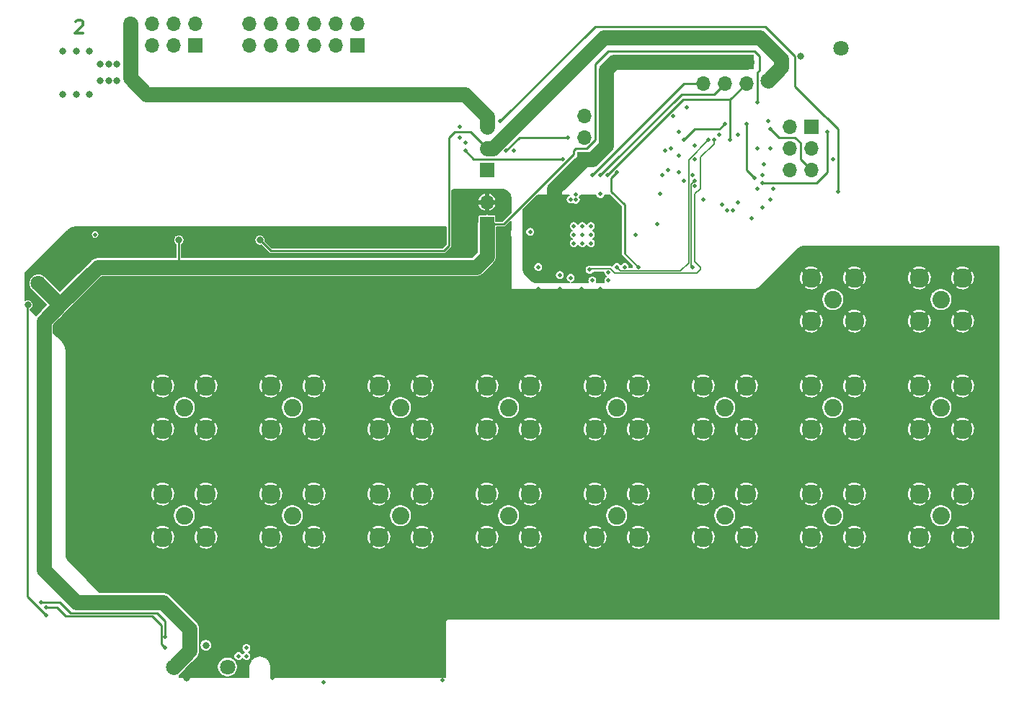
<source format=gbr>
%TF.GenerationSoftware,KiCad,Pcbnew,5.1.5*%
%TF.CreationDate,2020-03-19T15:27:56+01:00*%
%TF.ProjectId,PCIe-Adapter,50434965-2d41-4646-9170-7465722e6b69,rev?*%
%TF.SameCoordinates,Original*%
%TF.FileFunction,Copper,L2,Inr*%
%TF.FilePolarity,Positive*%
%FSLAX46Y46*%
G04 Gerber Fmt 4.6, Leading zero omitted, Abs format (unit mm)*
G04 Created by KiCad (PCBNEW 5.1.5) date 2020-03-19 15:27:56*
%MOMM*%
%LPD*%
G04 APERTURE LIST*
%ADD10C,0.300000*%
%ADD11C,2.250000*%
%ADD12C,2.050000*%
%ADD13O,1.700000X1.700000*%
%ADD14R,1.700000X1.700000*%
%ADD15C,0.500000*%
%ADD16C,0.800000*%
%ADD17C,1.800000*%
%ADD18C,1.800000*%
%ADD19C,0.254000*%
%ADD20C,0.190000*%
%ADD21C,0.700000*%
%ADD22C,0.200000*%
%ADD23C,0.150000*%
G04 APERTURE END LIST*
D10*
X121891428Y-48583928D02*
X121962857Y-48512500D01*
X122105714Y-48441071D01*
X122462857Y-48441071D01*
X122605714Y-48512500D01*
X122677142Y-48583928D01*
X122748571Y-48726785D01*
X122748571Y-48869642D01*
X122677142Y-49083928D01*
X121820000Y-49941071D01*
X122748571Y-49941071D01*
D11*
X132080000Y-96520000D03*
X137160000Y-91440000D03*
X144780000Y-91440000D03*
X144780000Y-109220000D03*
X132080000Y-104140000D03*
X170180000Y-96520000D03*
X157480000Y-96520000D03*
X162560000Y-91440000D03*
X144780000Y-96520000D03*
D12*
X172720000Y-106680000D03*
D11*
X137160000Y-104140000D03*
D12*
X147320000Y-106680000D03*
D11*
X162560000Y-104140000D03*
X132080000Y-91440000D03*
D12*
X134620000Y-106680000D03*
D11*
X144780000Y-104140000D03*
X137160000Y-96520000D03*
X157480000Y-104140000D03*
D12*
X160020000Y-93980000D03*
D11*
X170180000Y-109220000D03*
X149860000Y-96520000D03*
X157480000Y-109220000D03*
X149860000Y-91440000D03*
X137160000Y-109220000D03*
X149860000Y-109220000D03*
X157480000Y-91440000D03*
X175260000Y-104140000D03*
X175260000Y-91440000D03*
X162560000Y-96520000D03*
X175260000Y-96520000D03*
D12*
X172720000Y-93980000D03*
D11*
X175260000Y-109220000D03*
X162560000Y-109220000D03*
X170180000Y-104140000D03*
D12*
X134620000Y-93980000D03*
D11*
X149860000Y-104140000D03*
X132080000Y-109220000D03*
X170180000Y-91440000D03*
D12*
X160020000Y-106680000D03*
X147320000Y-93980000D03*
X210820000Y-106680000D03*
D11*
X200660000Y-104140000D03*
X195580000Y-104140000D03*
X208280000Y-109220000D03*
X195580000Y-109220000D03*
X213360000Y-104140000D03*
X213360000Y-109220000D03*
X200660000Y-109220000D03*
X208280000Y-104140000D03*
D12*
X198120000Y-106680000D03*
X210820000Y-93980000D03*
D11*
X200660000Y-91440000D03*
X195580000Y-91440000D03*
X208280000Y-96520000D03*
X195580000Y-96520000D03*
X213360000Y-91440000D03*
X213360000Y-96520000D03*
X200660000Y-96520000D03*
X208280000Y-91440000D03*
D12*
X198120000Y-93980000D03*
X223520000Y-81280000D03*
D11*
X213360000Y-78740000D03*
X208280000Y-78740000D03*
X220980000Y-83820000D03*
X208280000Y-83820000D03*
X226060000Y-78740000D03*
X226060000Y-83820000D03*
X213360000Y-83820000D03*
X220980000Y-78740000D03*
D12*
X210820000Y-81280000D03*
D11*
X226060000Y-91440000D03*
X220980000Y-91440000D03*
X220980000Y-96520000D03*
X226060000Y-96520000D03*
D12*
X223520000Y-93980000D03*
D11*
X226060000Y-104140000D03*
X220980000Y-109220000D03*
D12*
X223520000Y-106680000D03*
D11*
X220980000Y-104140000D03*
X226060000Y-109220000D03*
X182880000Y-109220000D03*
X182880000Y-91440000D03*
X182880000Y-96520000D03*
X187960000Y-104140000D03*
D12*
X185420000Y-106680000D03*
D11*
X182880000Y-104140000D03*
D12*
X185420000Y-93980000D03*
D11*
X187960000Y-109220000D03*
X187960000Y-91440000D03*
X187960000Y-96520000D03*
D13*
X133350000Y-51435000D03*
X152400000Y-48895000D03*
X130810000Y-48895000D03*
X149860000Y-48895000D03*
X135890000Y-48895000D03*
X152400000Y-51435000D03*
X149860000Y-51435000D03*
X147320000Y-51435000D03*
X144780000Y-51435000D03*
D14*
X135890000Y-51435000D03*
D13*
X142240000Y-51435000D03*
X142240000Y-48895000D03*
X154940000Y-48895000D03*
X147320000Y-48895000D03*
D14*
X154940000Y-51435000D03*
D13*
X144780000Y-48895000D03*
X130810000Y-51435000D03*
X133350000Y-48895000D03*
X128270000Y-51435000D03*
X128270000Y-48895000D03*
D14*
X200660000Y-53340000D03*
D13*
X200660000Y-55880000D03*
X198120000Y-53340000D03*
X198120000Y-55880000D03*
X195580000Y-53340000D03*
X195580000Y-55880000D03*
D14*
X170180000Y-72390000D03*
D13*
X170180000Y-69850000D03*
X170180000Y-60960000D03*
X170180000Y-63500000D03*
D14*
X170180000Y-66040000D03*
X181610000Y-64770000D03*
D13*
X181610000Y-62230000D03*
X181610000Y-59690000D03*
D15*
X182400000Y-74660000D03*
X182400000Y-73660000D03*
X182400000Y-72660000D03*
X181400000Y-74660000D03*
X181400000Y-73660000D03*
X181400000Y-72660000D03*
X180400000Y-74660000D03*
X180400000Y-73660000D03*
X180400000Y-72660000D03*
D14*
X208280000Y-60960000D03*
D13*
X205740000Y-60960000D03*
X208280000Y-63500000D03*
X205740000Y-63500000D03*
X208280000Y-66040000D03*
X205740000Y-66040000D03*
D16*
X123507500Y-57150000D03*
X121920000Y-57150000D03*
X120332500Y-57150000D03*
X121920000Y-52070000D03*
X120332500Y-52070000D03*
X123507500Y-52070000D03*
D15*
X178752500Y-78422500D03*
X180022500Y-78740000D03*
X181292500Y-80010000D03*
X175260000Y-73342500D03*
X187642500Y-73660000D03*
X178752500Y-80010000D03*
X183515000Y-80010000D03*
X184467500Y-79057500D03*
X184467500Y-78105000D03*
X182562500Y-79057500D03*
D16*
X138112500Y-125095000D03*
X134937500Y-125730000D03*
D15*
X136842500Y-120650000D03*
X195580000Y-69532500D03*
X201295000Y-71755000D03*
X202565000Y-70485000D03*
X203517500Y-69532500D03*
X199707500Y-69850000D03*
X201930000Y-68262500D03*
X202565000Y-66675000D03*
X203517500Y-63500000D03*
X194310000Y-66675000D03*
X194627500Y-63182500D03*
X203200000Y-60325000D03*
X191770000Y-63500000D03*
D16*
X207010000Y-52705000D03*
D15*
X140017500Y-120650000D03*
D16*
X141922500Y-120967500D03*
X137477500Y-119697500D03*
X132080000Y-74295000D03*
X141605000Y-74295000D03*
X151130000Y-74295000D03*
D15*
X165100000Y-73025000D03*
X151130000Y-73025000D03*
X141605000Y-73025000D03*
X132080000Y-73025000D03*
X176212500Y-80010000D03*
X176212500Y-77470000D03*
D17*
X211772500Y-51752500D03*
D15*
X210820000Y-64770000D03*
X193675000Y-58737500D03*
X192087500Y-59690000D03*
D17*
X121602500Y-75247500D03*
D16*
X172402500Y-73660000D03*
X172402500Y-74930000D03*
X172402500Y-70167500D03*
D15*
X121602500Y-73025000D03*
D16*
X124777500Y-53657500D03*
X125730000Y-53657500D03*
X125730000Y-55562500D03*
X124777500Y-55562500D03*
X126682500Y-53657500D03*
X126682500Y-55562500D03*
D15*
X153500000Y-124250000D03*
X155500000Y-124250000D03*
X157500000Y-124250000D03*
X159500000Y-124250000D03*
X161500000Y-124250000D03*
X165000000Y-125969998D03*
X151000000Y-126250000D03*
X145000000Y-125750000D03*
X148500000Y-124250000D03*
X163500000Y-124250000D03*
X150500000Y-124250000D03*
X151500000Y-124250000D03*
D17*
X133350000Y-124460000D03*
D16*
X133985000Y-74295000D03*
D15*
X201930000Y-58102500D03*
D17*
X117475000Y-79375000D03*
D15*
X191135000Y-63817500D03*
X202733000Y-65405000D03*
D17*
X203200000Y-55562500D03*
D16*
X143510000Y-74295000D03*
D15*
X194627500Y-67945000D03*
X140970000Y-123190000D03*
X132397500Y-122237500D03*
X118427500Y-117475000D03*
X167640000Y-63817500D03*
X179070000Y-64770000D03*
D17*
X139700000Y-124460000D03*
D16*
X137160000Y-121920000D03*
D15*
X193357500Y-67310000D03*
X179705000Y-62230000D03*
X132397500Y-120967500D03*
X141922500Y-123190000D03*
X167640000Y-62865000D03*
X117792500Y-116840000D03*
X172402500Y-63817500D03*
X141922500Y-122237500D03*
X118427500Y-118427500D03*
X167005000Y-60960000D03*
X171767500Y-60325000D03*
X211455000Y-68580000D03*
D16*
X116240000Y-81915000D03*
D15*
X124142500Y-73660000D03*
X199072500Y-70802500D03*
X198437500Y-70802500D03*
X167005000Y-62230000D03*
X173355000Y-63817500D03*
X183515000Y-66675000D03*
X182562500Y-66675000D03*
X185420000Y-66357500D03*
X187960000Y-77470000D03*
X200660000Y-60642500D03*
X201612500Y-66992500D03*
X202565000Y-67627500D03*
X210185000Y-61595000D03*
X194627500Y-67310000D03*
X194310000Y-77470000D03*
X186372500Y-77470000D03*
X196215000Y-62547500D03*
X185420000Y-77470000D03*
X196850000Y-62547500D03*
X182245000Y-77787500D03*
X180022500Y-69532500D03*
X190182500Y-72390000D03*
X197485000Y-61912500D03*
X190817500Y-66675000D03*
X194627500Y-64770000D03*
X191452500Y-66040000D03*
X197802500Y-70167500D03*
X192722500Y-64335000D03*
X192722500Y-66357500D03*
X192722500Y-61595000D03*
X203517500Y-61277500D03*
X198755000Y-62547500D03*
X184318000Y-66675000D03*
X180632062Y-69557938D03*
X203835000Y-68262500D03*
X201930000Y-63500000D03*
X180644781Y-68910219D03*
X183515000Y-68897500D03*
X190500000Y-68897500D03*
X193357500Y-62547500D03*
X198120000Y-60642500D03*
X199707500Y-61912500D03*
X177482500Y-73342500D03*
X177482500Y-75247500D03*
X185420000Y-73660000D03*
X181292500Y-77787500D03*
D18*
X170180000Y-76200000D02*
X170180000Y-75040000D01*
X168910000Y-77470000D02*
X170180000Y-76200000D01*
X118110000Y-113030000D02*
X118110000Y-83820000D01*
X170180000Y-75040000D02*
X170180000Y-72390000D01*
X135255000Y-120015000D02*
X132080000Y-116840000D01*
X133350000Y-124460000D02*
X135255000Y-122555000D01*
X132080000Y-116840000D02*
X121920000Y-116840000D01*
X135255000Y-122555000D02*
X135255000Y-120015000D01*
X121920000Y-116840000D02*
X118110000Y-113030000D01*
D19*
X133985000Y-77470000D02*
X133985000Y-74295000D01*
D18*
X133985000Y-77470000D02*
X168910000Y-77470000D01*
X124460000Y-77470000D02*
X133985000Y-77470000D01*
D19*
X172141162Y-72390000D02*
X180340000Y-64191162D01*
X170180000Y-72390000D02*
X172141162Y-72390000D01*
X180340000Y-64191162D02*
X180340000Y-63949398D01*
X180340000Y-63949398D02*
X180340000Y-63817500D01*
X180340000Y-63817500D02*
X180657500Y-63500000D01*
X180657500Y-63500000D02*
X181927500Y-63500000D01*
X181927500Y-63500000D02*
X182880000Y-62547500D01*
X182880000Y-62547500D02*
X182880000Y-53657500D01*
X182880000Y-53657500D02*
X184467500Y-52070000D01*
X184467500Y-52070000D02*
X201612500Y-52070000D01*
X201612500Y-52070000D02*
X202247500Y-52705000D01*
X202247500Y-52705000D02*
X202247500Y-54292500D01*
X202247500Y-54292500D02*
X201930000Y-54610000D01*
X201930000Y-54610000D02*
X201930000Y-58102500D01*
D18*
X119856250Y-81756250D02*
X117475000Y-79375000D01*
X120173750Y-81756250D02*
X119856250Y-81756250D01*
X120173750Y-81756250D02*
X124460000Y-77470000D01*
X118110000Y-83820000D02*
X120173750Y-81756250D01*
X170180000Y-63500000D02*
X170884798Y-63500000D01*
X170884798Y-63500000D02*
X183902298Y-50482500D01*
X183902298Y-50482500D02*
X202247500Y-50482500D01*
X202247500Y-50482500D02*
X204787500Y-53022500D01*
X204787500Y-53975000D02*
X203200000Y-55562500D01*
X204787500Y-53022500D02*
X204787500Y-53975000D01*
D19*
X170180000Y-63500000D02*
X168275000Y-61595000D01*
X168275000Y-61595000D02*
X166370000Y-61595000D01*
X166370000Y-61595000D02*
X165735000Y-62230000D01*
X165735000Y-62230000D02*
X165735000Y-74930000D01*
X165735000Y-74930000D02*
X165100000Y-75565000D01*
X165100000Y-75565000D02*
X162560000Y-75565000D01*
X162560000Y-75565000D02*
X144780000Y-75565000D01*
X144780000Y-75565000D02*
X143510000Y-74295000D01*
X131930499Y-121770499D02*
X131930499Y-119547999D01*
X132397500Y-122237500D02*
X131930499Y-121770499D01*
X131930499Y-119547999D02*
X131127500Y-118745000D01*
X131127500Y-118745000D02*
X130836510Y-118454010D01*
X130836510Y-118454010D02*
X120676510Y-118454010D01*
X120676510Y-118454010D02*
X119697500Y-117475000D01*
X119697500Y-117475000D02*
X118427500Y-117475000D01*
X167640000Y-63817500D02*
X168592500Y-64770000D01*
X168592500Y-64770000D02*
X172402500Y-64770000D01*
X172402500Y-64770000D02*
X179070000Y-64770000D01*
X118427500Y-116840000D02*
X117792500Y-116840000D01*
X131445000Y-118110000D02*
X121285000Y-118110000D01*
X132397500Y-119062500D02*
X131445000Y-118110000D01*
X121285000Y-118110000D02*
X120015000Y-116840000D01*
X120015000Y-116840000D02*
X118745000Y-116840000D01*
X132397500Y-120967500D02*
X132397500Y-119062500D01*
X118745000Y-116840000D02*
X118427500Y-116840000D01*
X175577500Y-62230000D02*
X179705000Y-62230000D01*
X172402500Y-63817500D02*
X173990000Y-62230000D01*
X173990000Y-62230000D02*
X175577500Y-62230000D01*
X171767500Y-60325000D02*
X182880000Y-49212500D01*
X182880000Y-49212500D02*
X202882500Y-49212500D01*
X202882500Y-49212500D02*
X205740000Y-52070000D01*
X206392999Y-52722999D02*
X206392999Y-56215499D01*
X205740000Y-52070000D02*
X206392999Y-52722999D01*
X206392999Y-56215499D02*
X209867500Y-59690000D01*
X209867500Y-59690000D02*
X210185000Y-60007500D01*
X210185000Y-60007500D02*
X211455000Y-61277500D01*
X211455000Y-61277500D02*
X211455000Y-66675000D01*
X211455000Y-66675000D02*
X211455000Y-68580000D01*
X118427500Y-118427500D02*
X116205000Y-116205000D01*
X116205000Y-116205000D02*
X116205000Y-81915000D01*
X116205000Y-81915000D02*
X116240000Y-81915000D01*
X198120000Y-55880000D02*
X196850000Y-57150000D01*
X184785000Y-65405000D02*
X183515000Y-66675000D01*
X193040000Y-57150000D02*
X184785000Y-65405000D01*
X196850000Y-57150000D02*
X193040000Y-57150000D01*
X184150000Y-65087500D02*
X182562500Y-66675000D01*
X195580000Y-55880000D02*
X193357500Y-55880000D01*
X193357500Y-55880000D02*
X184150000Y-65087500D01*
D18*
X170180000Y-59757919D02*
X167572081Y-57150000D01*
X170180000Y-60960000D02*
X170180000Y-59757919D01*
X167572081Y-57150000D02*
X130175000Y-57150000D01*
X128270000Y-55245000D02*
X128270000Y-51435000D01*
X130175000Y-57150000D02*
X128270000Y-55245000D01*
X128270000Y-48895000D02*
X128270000Y-51435000D01*
D19*
X184785000Y-68580000D02*
X186372500Y-70167500D01*
X186372500Y-70167500D02*
X186372500Y-75882500D01*
X184785000Y-68580000D02*
X184785000Y-66992500D01*
X184785000Y-66992500D02*
X185420000Y-66357500D01*
D20*
X186372500Y-75882500D02*
X187960000Y-77470000D01*
D19*
X200660000Y-60642500D02*
X200660000Y-66040000D01*
X200660000Y-66040000D02*
X201612500Y-66992500D01*
X202565000Y-67627500D02*
X208915000Y-67627500D01*
X210185000Y-61595000D02*
X210185000Y-66357500D01*
X210185000Y-66357500D02*
X208915000Y-67627500D01*
D20*
X194192499Y-77352499D02*
X194310000Y-77470000D01*
X194627500Y-67310000D02*
X194192499Y-67745001D01*
X194192499Y-67745001D02*
X194192499Y-77352499D01*
X196215000Y-62547500D02*
X193912489Y-64850011D01*
X193874999Y-64887501D02*
X193874999Y-76952501D01*
X193912489Y-64850011D02*
X193874999Y-64887501D01*
X193874999Y-76952501D02*
X192922499Y-77905001D01*
X185855001Y-77905001D02*
X185420000Y-77470000D01*
X192922499Y-77905001D02*
X185855001Y-77905001D01*
X196850000Y-62547500D02*
X196850000Y-62982501D01*
X196850000Y-62982501D02*
X195262500Y-64570001D01*
X195262500Y-64570001D02*
X195262500Y-68262500D01*
X195262500Y-68262500D02*
X194627500Y-68897500D01*
X194627500Y-68897500D02*
X194627500Y-76835000D01*
X194627500Y-76835000D02*
X195262500Y-77470000D01*
X195262500Y-77470000D02*
X195262500Y-77787500D01*
X194864989Y-78185011D02*
X185191313Y-78185011D01*
X185191313Y-78185011D02*
X184676301Y-77669999D01*
X195262500Y-77787500D02*
X194864989Y-78185011D01*
X184676301Y-77669999D02*
X182362501Y-77669999D01*
X182362501Y-77669999D02*
X182245000Y-77787500D01*
D19*
X207010000Y-64770000D02*
X208280000Y-66040000D01*
X206375000Y-62230000D02*
X207010000Y-62865000D01*
X203517500Y-61277500D02*
X204470000Y-62230000D01*
X207010000Y-62865000D02*
X207010000Y-64770000D01*
X204470000Y-62230000D02*
X206375000Y-62230000D01*
X200660000Y-55880000D02*
X198755000Y-57785000D01*
X198755000Y-57785000D02*
X198755000Y-62547500D01*
X185420000Y-65573000D02*
X184318000Y-66675000D01*
X193208000Y-57785000D02*
X184318000Y-66675000D01*
X198755000Y-57785000D02*
X193208000Y-57785000D01*
X193357500Y-62547500D02*
X194627500Y-61277500D01*
X194627500Y-61277500D02*
X197485000Y-61277500D01*
X197485000Y-61277500D02*
X198120000Y-60642500D01*
D18*
X200660000Y-53340000D02*
X198120000Y-53340000D01*
X195580000Y-53340000D02*
X198120000Y-53340000D01*
X195580000Y-53340000D02*
X185102500Y-53340000D01*
D21*
X182714000Y-64770000D02*
X181610000Y-64770000D01*
X183515000Y-63969000D02*
X182714000Y-64770000D01*
D18*
X185102500Y-53340000D02*
X184150000Y-54292500D01*
X184150000Y-54292500D02*
X184150000Y-63182500D01*
X182562500Y-64770000D02*
X181610000Y-64770000D01*
X184150000Y-63182500D02*
X182562500Y-64770000D01*
X181610000Y-64770000D02*
X178117500Y-68262500D01*
X178117500Y-68262500D02*
X178117500Y-69532500D01*
D22*
G36*
X230300000Y-118800000D02*
G01*
X165667189Y-118800000D01*
X165650000Y-118798307D01*
X165632812Y-118800000D01*
X165632811Y-118800000D01*
X165581388Y-118805065D01*
X165515413Y-118825078D01*
X165454610Y-118857578D01*
X165401315Y-118901315D01*
X165357578Y-118954610D01*
X165325078Y-119015413D01*
X165305065Y-119081388D01*
X165298307Y-119150000D01*
X165300001Y-119167199D01*
X165300000Y-123492811D01*
X165300000Y-125700000D01*
X144800000Y-125700000D01*
X144800000Y-124442811D01*
X144798237Y-124424912D01*
X144798237Y-124412582D01*
X144797726Y-124407722D01*
X144777059Y-124223470D01*
X144770467Y-124192456D01*
X144764303Y-124161325D01*
X144762857Y-124156656D01*
X144706796Y-123979927D01*
X144694306Y-123950785D01*
X144682211Y-123921440D01*
X144679886Y-123917141D01*
X144590565Y-123754667D01*
X144572660Y-123728518D01*
X144555088Y-123702070D01*
X144551973Y-123698304D01*
X144432795Y-123556275D01*
X144410147Y-123534097D01*
X144387778Y-123511571D01*
X144383991Y-123508483D01*
X144239496Y-123392306D01*
X144213008Y-123374973D01*
X144186654Y-123357197D01*
X144182339Y-123354903D01*
X144018030Y-123269004D01*
X143988670Y-123257142D01*
X143959373Y-123244827D01*
X143954695Y-123243415D01*
X143776831Y-123191067D01*
X143745723Y-123185133D01*
X143714597Y-123178744D01*
X143709733Y-123178267D01*
X143610000Y-123169190D01*
X143610000Y-118636051D01*
X143609518Y-118626249D01*
X143585115Y-118378485D01*
X143581291Y-118359259D01*
X143509021Y-118121015D01*
X143501519Y-118102903D01*
X143384158Y-117883337D01*
X143373267Y-117867038D01*
X143215327Y-117674587D01*
X143208737Y-117667315D01*
X142682685Y-117141263D01*
X142675413Y-117134673D01*
X142482962Y-116976733D01*
X142466663Y-116965842D01*
X142247097Y-116848481D01*
X142228985Y-116840979D01*
X141990741Y-116768709D01*
X141971515Y-116764885D01*
X141723751Y-116740482D01*
X141713949Y-116740000D01*
X133677056Y-116740000D01*
X132970216Y-116033160D01*
X132932634Y-115987366D01*
X132749910Y-115837409D01*
X132541442Y-115725981D01*
X132315241Y-115657363D01*
X132138950Y-115640000D01*
X132138947Y-115640000D01*
X132080000Y-115634194D01*
X132021053Y-115640000D01*
X125660078Y-115640000D01*
X121192609Y-112066025D01*
X121038260Y-111918042D01*
X120915406Y-111748562D01*
X120824731Y-111559901D01*
X120769135Y-111358090D01*
X120750000Y-111145120D01*
X120750000Y-110282165D01*
X131235624Y-110282165D01*
X131367824Y-110462228D01*
X131623855Y-110577297D01*
X131897416Y-110640206D01*
X132177992Y-110648538D01*
X132454803Y-110601972D01*
X132717211Y-110502298D01*
X132792176Y-110462228D01*
X132924376Y-110282165D01*
X136315624Y-110282165D01*
X136447824Y-110462228D01*
X136703855Y-110577297D01*
X136977416Y-110640206D01*
X137257992Y-110648538D01*
X137534803Y-110601972D01*
X137797211Y-110502298D01*
X137872176Y-110462228D01*
X138004376Y-110282165D01*
X143935624Y-110282165D01*
X144067824Y-110462228D01*
X144323855Y-110577297D01*
X144597416Y-110640206D01*
X144877992Y-110648538D01*
X145154803Y-110601972D01*
X145417211Y-110502298D01*
X145492176Y-110462228D01*
X145624376Y-110282165D01*
X149015624Y-110282165D01*
X149147824Y-110462228D01*
X149403855Y-110577297D01*
X149677416Y-110640206D01*
X149957992Y-110648538D01*
X150234803Y-110601972D01*
X150497211Y-110502298D01*
X150572176Y-110462228D01*
X150704376Y-110282165D01*
X156635624Y-110282165D01*
X156767824Y-110462228D01*
X157023855Y-110577297D01*
X157297416Y-110640206D01*
X157577992Y-110648538D01*
X157854803Y-110601972D01*
X158117211Y-110502298D01*
X158192176Y-110462228D01*
X158324376Y-110282165D01*
X161715624Y-110282165D01*
X161847824Y-110462228D01*
X162103855Y-110577297D01*
X162377416Y-110640206D01*
X162657992Y-110648538D01*
X162934803Y-110601972D01*
X163197211Y-110502298D01*
X163272176Y-110462228D01*
X163404376Y-110282165D01*
X169335624Y-110282165D01*
X169467824Y-110462228D01*
X169723855Y-110577297D01*
X169997416Y-110640206D01*
X170277992Y-110648538D01*
X170554803Y-110601972D01*
X170817211Y-110502298D01*
X170892176Y-110462228D01*
X171024376Y-110282165D01*
X174415624Y-110282165D01*
X174547824Y-110462228D01*
X174803855Y-110577297D01*
X175077416Y-110640206D01*
X175357992Y-110648538D01*
X175634803Y-110601972D01*
X175897211Y-110502298D01*
X175972176Y-110462228D01*
X176104376Y-110282165D01*
X182035624Y-110282165D01*
X182167824Y-110462228D01*
X182423855Y-110577297D01*
X182697416Y-110640206D01*
X182977992Y-110648538D01*
X183254803Y-110601972D01*
X183517211Y-110502298D01*
X183592176Y-110462228D01*
X183724376Y-110282165D01*
X187115624Y-110282165D01*
X187247824Y-110462228D01*
X187503855Y-110577297D01*
X187777416Y-110640206D01*
X188057992Y-110648538D01*
X188334803Y-110601972D01*
X188597211Y-110502298D01*
X188672176Y-110462228D01*
X188804376Y-110282165D01*
X194735624Y-110282165D01*
X194867824Y-110462228D01*
X195123855Y-110577297D01*
X195397416Y-110640206D01*
X195677992Y-110648538D01*
X195954803Y-110601972D01*
X196217211Y-110502298D01*
X196292176Y-110462228D01*
X196424376Y-110282165D01*
X199815624Y-110282165D01*
X199947824Y-110462228D01*
X200203855Y-110577297D01*
X200477416Y-110640206D01*
X200757992Y-110648538D01*
X201034803Y-110601972D01*
X201297211Y-110502298D01*
X201372176Y-110462228D01*
X201504376Y-110282165D01*
X207435624Y-110282165D01*
X207567824Y-110462228D01*
X207823855Y-110577297D01*
X208097416Y-110640206D01*
X208377992Y-110648538D01*
X208654803Y-110601972D01*
X208917211Y-110502298D01*
X208992176Y-110462228D01*
X209124376Y-110282165D01*
X212515624Y-110282165D01*
X212647824Y-110462228D01*
X212903855Y-110577297D01*
X213177416Y-110640206D01*
X213457992Y-110648538D01*
X213734803Y-110601972D01*
X213997211Y-110502298D01*
X214072176Y-110462228D01*
X214204376Y-110282165D01*
X220135624Y-110282165D01*
X220267824Y-110462228D01*
X220523855Y-110577297D01*
X220797416Y-110640206D01*
X221077992Y-110648538D01*
X221354803Y-110601972D01*
X221617211Y-110502298D01*
X221692176Y-110462228D01*
X221824376Y-110282165D01*
X225215624Y-110282165D01*
X225347824Y-110462228D01*
X225603855Y-110577297D01*
X225877416Y-110640206D01*
X226157992Y-110648538D01*
X226434803Y-110601972D01*
X226697211Y-110502298D01*
X226772176Y-110462228D01*
X226904376Y-110282165D01*
X226060000Y-109437789D01*
X225215624Y-110282165D01*
X221824376Y-110282165D01*
X220980000Y-109437789D01*
X220135624Y-110282165D01*
X214204376Y-110282165D01*
X213360000Y-109437789D01*
X212515624Y-110282165D01*
X209124376Y-110282165D01*
X208280000Y-109437789D01*
X207435624Y-110282165D01*
X201504376Y-110282165D01*
X200660000Y-109437789D01*
X199815624Y-110282165D01*
X196424376Y-110282165D01*
X195580000Y-109437789D01*
X194735624Y-110282165D01*
X188804376Y-110282165D01*
X187960000Y-109437789D01*
X187115624Y-110282165D01*
X183724376Y-110282165D01*
X182880000Y-109437789D01*
X182035624Y-110282165D01*
X176104376Y-110282165D01*
X175260000Y-109437789D01*
X174415624Y-110282165D01*
X171024376Y-110282165D01*
X170180000Y-109437789D01*
X169335624Y-110282165D01*
X163404376Y-110282165D01*
X162560000Y-109437789D01*
X161715624Y-110282165D01*
X158324376Y-110282165D01*
X157480000Y-109437789D01*
X156635624Y-110282165D01*
X150704376Y-110282165D01*
X149860000Y-109437789D01*
X149015624Y-110282165D01*
X145624376Y-110282165D01*
X144780000Y-109437789D01*
X143935624Y-110282165D01*
X138004376Y-110282165D01*
X137160000Y-109437789D01*
X136315624Y-110282165D01*
X132924376Y-110282165D01*
X132080000Y-109437789D01*
X131235624Y-110282165D01*
X120750000Y-110282165D01*
X120750000Y-109317992D01*
X130651462Y-109317992D01*
X130698028Y-109594803D01*
X130797702Y-109857211D01*
X130837772Y-109932176D01*
X131017835Y-110064376D01*
X131862211Y-109220000D01*
X132297789Y-109220000D01*
X133142165Y-110064376D01*
X133322228Y-109932176D01*
X133437297Y-109676145D01*
X133500206Y-109402584D01*
X133502718Y-109317992D01*
X135731462Y-109317992D01*
X135778028Y-109594803D01*
X135877702Y-109857211D01*
X135917772Y-109932176D01*
X136097835Y-110064376D01*
X136942211Y-109220000D01*
X137377789Y-109220000D01*
X138222165Y-110064376D01*
X138402228Y-109932176D01*
X138517297Y-109676145D01*
X138580206Y-109402584D01*
X138582718Y-109317992D01*
X143351462Y-109317992D01*
X143398028Y-109594803D01*
X143497702Y-109857211D01*
X143537772Y-109932176D01*
X143717835Y-110064376D01*
X144562211Y-109220000D01*
X144997789Y-109220000D01*
X145842165Y-110064376D01*
X146022228Y-109932176D01*
X146137297Y-109676145D01*
X146200206Y-109402584D01*
X146202718Y-109317992D01*
X148431462Y-109317992D01*
X148478028Y-109594803D01*
X148577702Y-109857211D01*
X148617772Y-109932176D01*
X148797835Y-110064376D01*
X149642211Y-109220000D01*
X150077789Y-109220000D01*
X150922165Y-110064376D01*
X151102228Y-109932176D01*
X151217297Y-109676145D01*
X151280206Y-109402584D01*
X151282718Y-109317992D01*
X156051462Y-109317992D01*
X156098028Y-109594803D01*
X156197702Y-109857211D01*
X156237772Y-109932176D01*
X156417835Y-110064376D01*
X157262211Y-109220000D01*
X157697789Y-109220000D01*
X158542165Y-110064376D01*
X158722228Y-109932176D01*
X158837297Y-109676145D01*
X158900206Y-109402584D01*
X158902718Y-109317992D01*
X161131462Y-109317992D01*
X161178028Y-109594803D01*
X161277702Y-109857211D01*
X161317772Y-109932176D01*
X161497835Y-110064376D01*
X162342211Y-109220000D01*
X162777789Y-109220000D01*
X163622165Y-110064376D01*
X163802228Y-109932176D01*
X163917297Y-109676145D01*
X163980206Y-109402584D01*
X163982718Y-109317992D01*
X168751462Y-109317992D01*
X168798028Y-109594803D01*
X168897702Y-109857211D01*
X168937772Y-109932176D01*
X169117835Y-110064376D01*
X169962211Y-109220000D01*
X170397789Y-109220000D01*
X171242165Y-110064376D01*
X171422228Y-109932176D01*
X171537297Y-109676145D01*
X171600206Y-109402584D01*
X171602718Y-109317992D01*
X173831462Y-109317992D01*
X173878028Y-109594803D01*
X173977702Y-109857211D01*
X174017772Y-109932176D01*
X174197835Y-110064376D01*
X175042211Y-109220000D01*
X175477789Y-109220000D01*
X176322165Y-110064376D01*
X176502228Y-109932176D01*
X176617297Y-109676145D01*
X176680206Y-109402584D01*
X176682718Y-109317992D01*
X181451462Y-109317992D01*
X181498028Y-109594803D01*
X181597702Y-109857211D01*
X181637772Y-109932176D01*
X181817835Y-110064376D01*
X182662211Y-109220000D01*
X183097789Y-109220000D01*
X183942165Y-110064376D01*
X184122228Y-109932176D01*
X184237297Y-109676145D01*
X184300206Y-109402584D01*
X184302718Y-109317992D01*
X186531462Y-109317992D01*
X186578028Y-109594803D01*
X186677702Y-109857211D01*
X186717772Y-109932176D01*
X186897835Y-110064376D01*
X187742211Y-109220000D01*
X188177789Y-109220000D01*
X189022165Y-110064376D01*
X189202228Y-109932176D01*
X189317297Y-109676145D01*
X189380206Y-109402584D01*
X189382718Y-109317992D01*
X194151462Y-109317992D01*
X194198028Y-109594803D01*
X194297702Y-109857211D01*
X194337772Y-109932176D01*
X194517835Y-110064376D01*
X195362211Y-109220000D01*
X195797789Y-109220000D01*
X196642165Y-110064376D01*
X196822228Y-109932176D01*
X196937297Y-109676145D01*
X197000206Y-109402584D01*
X197002718Y-109317992D01*
X199231462Y-109317992D01*
X199278028Y-109594803D01*
X199377702Y-109857211D01*
X199417772Y-109932176D01*
X199597835Y-110064376D01*
X200442211Y-109220000D01*
X200877789Y-109220000D01*
X201722165Y-110064376D01*
X201902228Y-109932176D01*
X202017297Y-109676145D01*
X202080206Y-109402584D01*
X202082718Y-109317992D01*
X206851462Y-109317992D01*
X206898028Y-109594803D01*
X206997702Y-109857211D01*
X207037772Y-109932176D01*
X207217835Y-110064376D01*
X208062211Y-109220000D01*
X208497789Y-109220000D01*
X209342165Y-110064376D01*
X209522228Y-109932176D01*
X209637297Y-109676145D01*
X209700206Y-109402584D01*
X209702718Y-109317992D01*
X211931462Y-109317992D01*
X211978028Y-109594803D01*
X212077702Y-109857211D01*
X212117772Y-109932176D01*
X212297835Y-110064376D01*
X213142211Y-109220000D01*
X213577789Y-109220000D01*
X214422165Y-110064376D01*
X214602228Y-109932176D01*
X214717297Y-109676145D01*
X214780206Y-109402584D01*
X214782718Y-109317992D01*
X219551462Y-109317992D01*
X219598028Y-109594803D01*
X219697702Y-109857211D01*
X219737772Y-109932176D01*
X219917835Y-110064376D01*
X220762211Y-109220000D01*
X221197789Y-109220000D01*
X222042165Y-110064376D01*
X222222228Y-109932176D01*
X222337297Y-109676145D01*
X222400206Y-109402584D01*
X222402718Y-109317992D01*
X224631462Y-109317992D01*
X224678028Y-109594803D01*
X224777702Y-109857211D01*
X224817772Y-109932176D01*
X224997835Y-110064376D01*
X225842211Y-109220000D01*
X226277789Y-109220000D01*
X227122165Y-110064376D01*
X227302228Y-109932176D01*
X227417297Y-109676145D01*
X227480206Y-109402584D01*
X227488538Y-109122008D01*
X227441972Y-108845197D01*
X227342298Y-108582789D01*
X227302228Y-108507824D01*
X227122165Y-108375624D01*
X226277789Y-109220000D01*
X225842211Y-109220000D01*
X224997835Y-108375624D01*
X224817772Y-108507824D01*
X224702703Y-108763855D01*
X224639794Y-109037416D01*
X224631462Y-109317992D01*
X222402718Y-109317992D01*
X222408538Y-109122008D01*
X222361972Y-108845197D01*
X222262298Y-108582789D01*
X222222228Y-108507824D01*
X222042165Y-108375624D01*
X221197789Y-109220000D01*
X220762211Y-109220000D01*
X219917835Y-108375624D01*
X219737772Y-108507824D01*
X219622703Y-108763855D01*
X219559794Y-109037416D01*
X219551462Y-109317992D01*
X214782718Y-109317992D01*
X214788538Y-109122008D01*
X214741972Y-108845197D01*
X214642298Y-108582789D01*
X214602228Y-108507824D01*
X214422165Y-108375624D01*
X213577789Y-109220000D01*
X213142211Y-109220000D01*
X212297835Y-108375624D01*
X212117772Y-108507824D01*
X212002703Y-108763855D01*
X211939794Y-109037416D01*
X211931462Y-109317992D01*
X209702718Y-109317992D01*
X209708538Y-109122008D01*
X209661972Y-108845197D01*
X209562298Y-108582789D01*
X209522228Y-108507824D01*
X209342165Y-108375624D01*
X208497789Y-109220000D01*
X208062211Y-109220000D01*
X207217835Y-108375624D01*
X207037772Y-108507824D01*
X206922703Y-108763855D01*
X206859794Y-109037416D01*
X206851462Y-109317992D01*
X202082718Y-109317992D01*
X202088538Y-109122008D01*
X202041972Y-108845197D01*
X201942298Y-108582789D01*
X201902228Y-108507824D01*
X201722165Y-108375624D01*
X200877789Y-109220000D01*
X200442211Y-109220000D01*
X199597835Y-108375624D01*
X199417772Y-108507824D01*
X199302703Y-108763855D01*
X199239794Y-109037416D01*
X199231462Y-109317992D01*
X197002718Y-109317992D01*
X197008538Y-109122008D01*
X196961972Y-108845197D01*
X196862298Y-108582789D01*
X196822228Y-108507824D01*
X196642165Y-108375624D01*
X195797789Y-109220000D01*
X195362211Y-109220000D01*
X194517835Y-108375624D01*
X194337772Y-108507824D01*
X194222703Y-108763855D01*
X194159794Y-109037416D01*
X194151462Y-109317992D01*
X189382718Y-109317992D01*
X189388538Y-109122008D01*
X189341972Y-108845197D01*
X189242298Y-108582789D01*
X189202228Y-108507824D01*
X189022165Y-108375624D01*
X188177789Y-109220000D01*
X187742211Y-109220000D01*
X186897835Y-108375624D01*
X186717772Y-108507824D01*
X186602703Y-108763855D01*
X186539794Y-109037416D01*
X186531462Y-109317992D01*
X184302718Y-109317992D01*
X184308538Y-109122008D01*
X184261972Y-108845197D01*
X184162298Y-108582789D01*
X184122228Y-108507824D01*
X183942165Y-108375624D01*
X183097789Y-109220000D01*
X182662211Y-109220000D01*
X181817835Y-108375624D01*
X181637772Y-108507824D01*
X181522703Y-108763855D01*
X181459794Y-109037416D01*
X181451462Y-109317992D01*
X176682718Y-109317992D01*
X176688538Y-109122008D01*
X176641972Y-108845197D01*
X176542298Y-108582789D01*
X176502228Y-108507824D01*
X176322165Y-108375624D01*
X175477789Y-109220000D01*
X175042211Y-109220000D01*
X174197835Y-108375624D01*
X174017772Y-108507824D01*
X173902703Y-108763855D01*
X173839794Y-109037416D01*
X173831462Y-109317992D01*
X171602718Y-109317992D01*
X171608538Y-109122008D01*
X171561972Y-108845197D01*
X171462298Y-108582789D01*
X171422228Y-108507824D01*
X171242165Y-108375624D01*
X170397789Y-109220000D01*
X169962211Y-109220000D01*
X169117835Y-108375624D01*
X168937772Y-108507824D01*
X168822703Y-108763855D01*
X168759794Y-109037416D01*
X168751462Y-109317992D01*
X163982718Y-109317992D01*
X163988538Y-109122008D01*
X163941972Y-108845197D01*
X163842298Y-108582789D01*
X163802228Y-108507824D01*
X163622165Y-108375624D01*
X162777789Y-109220000D01*
X162342211Y-109220000D01*
X161497835Y-108375624D01*
X161317772Y-108507824D01*
X161202703Y-108763855D01*
X161139794Y-109037416D01*
X161131462Y-109317992D01*
X158902718Y-109317992D01*
X158908538Y-109122008D01*
X158861972Y-108845197D01*
X158762298Y-108582789D01*
X158722228Y-108507824D01*
X158542165Y-108375624D01*
X157697789Y-109220000D01*
X157262211Y-109220000D01*
X156417835Y-108375624D01*
X156237772Y-108507824D01*
X156122703Y-108763855D01*
X156059794Y-109037416D01*
X156051462Y-109317992D01*
X151282718Y-109317992D01*
X151288538Y-109122008D01*
X151241972Y-108845197D01*
X151142298Y-108582789D01*
X151102228Y-108507824D01*
X150922165Y-108375624D01*
X150077789Y-109220000D01*
X149642211Y-109220000D01*
X148797835Y-108375624D01*
X148617772Y-108507824D01*
X148502703Y-108763855D01*
X148439794Y-109037416D01*
X148431462Y-109317992D01*
X146202718Y-109317992D01*
X146208538Y-109122008D01*
X146161972Y-108845197D01*
X146062298Y-108582789D01*
X146022228Y-108507824D01*
X145842165Y-108375624D01*
X144997789Y-109220000D01*
X144562211Y-109220000D01*
X143717835Y-108375624D01*
X143537772Y-108507824D01*
X143422703Y-108763855D01*
X143359794Y-109037416D01*
X143351462Y-109317992D01*
X138582718Y-109317992D01*
X138588538Y-109122008D01*
X138541972Y-108845197D01*
X138442298Y-108582789D01*
X138402228Y-108507824D01*
X138222165Y-108375624D01*
X137377789Y-109220000D01*
X136942211Y-109220000D01*
X136097835Y-108375624D01*
X135917772Y-108507824D01*
X135802703Y-108763855D01*
X135739794Y-109037416D01*
X135731462Y-109317992D01*
X133502718Y-109317992D01*
X133508538Y-109122008D01*
X133461972Y-108845197D01*
X133362298Y-108582789D01*
X133322228Y-108507824D01*
X133142165Y-108375624D01*
X132297789Y-109220000D01*
X131862211Y-109220000D01*
X131017835Y-108375624D01*
X130837772Y-108507824D01*
X130722703Y-108763855D01*
X130659794Y-109037416D01*
X130651462Y-109317992D01*
X120750000Y-109317992D01*
X120750000Y-108157835D01*
X131235624Y-108157835D01*
X132080000Y-109002211D01*
X132924376Y-108157835D01*
X136315624Y-108157835D01*
X137160000Y-109002211D01*
X138004376Y-108157835D01*
X143935624Y-108157835D01*
X144780000Y-109002211D01*
X145624376Y-108157835D01*
X149015624Y-108157835D01*
X149860000Y-109002211D01*
X150704376Y-108157835D01*
X156635624Y-108157835D01*
X157480000Y-109002211D01*
X158324376Y-108157835D01*
X161715624Y-108157835D01*
X162560000Y-109002211D01*
X163404376Y-108157835D01*
X169335624Y-108157835D01*
X170180000Y-109002211D01*
X171024376Y-108157835D01*
X174415624Y-108157835D01*
X175260000Y-109002211D01*
X176104376Y-108157835D01*
X182035624Y-108157835D01*
X182880000Y-109002211D01*
X183724376Y-108157835D01*
X187115624Y-108157835D01*
X187960000Y-109002211D01*
X188804376Y-108157835D01*
X194735624Y-108157835D01*
X195580000Y-109002211D01*
X196424376Y-108157835D01*
X199815624Y-108157835D01*
X200660000Y-109002211D01*
X201504376Y-108157835D01*
X207435624Y-108157835D01*
X208280000Y-109002211D01*
X209124376Y-108157835D01*
X212515624Y-108157835D01*
X213360000Y-109002211D01*
X214204376Y-108157835D01*
X220135624Y-108157835D01*
X220980000Y-109002211D01*
X221824376Y-108157835D01*
X225215624Y-108157835D01*
X226060000Y-109002211D01*
X226904376Y-108157835D01*
X226772176Y-107977772D01*
X226516145Y-107862703D01*
X226242584Y-107799794D01*
X225962008Y-107791462D01*
X225685197Y-107838028D01*
X225422789Y-107937702D01*
X225347824Y-107977772D01*
X225215624Y-108157835D01*
X221824376Y-108157835D01*
X221692176Y-107977772D01*
X221436145Y-107862703D01*
X221162584Y-107799794D01*
X220882008Y-107791462D01*
X220605197Y-107838028D01*
X220342789Y-107937702D01*
X220267824Y-107977772D01*
X220135624Y-108157835D01*
X214204376Y-108157835D01*
X214072176Y-107977772D01*
X213816145Y-107862703D01*
X213542584Y-107799794D01*
X213262008Y-107791462D01*
X212985197Y-107838028D01*
X212722789Y-107937702D01*
X212647824Y-107977772D01*
X212515624Y-108157835D01*
X209124376Y-108157835D01*
X208992176Y-107977772D01*
X208736145Y-107862703D01*
X208462584Y-107799794D01*
X208182008Y-107791462D01*
X207905197Y-107838028D01*
X207642789Y-107937702D01*
X207567824Y-107977772D01*
X207435624Y-108157835D01*
X201504376Y-108157835D01*
X201372176Y-107977772D01*
X201116145Y-107862703D01*
X200842584Y-107799794D01*
X200562008Y-107791462D01*
X200285197Y-107838028D01*
X200022789Y-107937702D01*
X199947824Y-107977772D01*
X199815624Y-108157835D01*
X196424376Y-108157835D01*
X196292176Y-107977772D01*
X196036145Y-107862703D01*
X195762584Y-107799794D01*
X195482008Y-107791462D01*
X195205197Y-107838028D01*
X194942789Y-107937702D01*
X194867824Y-107977772D01*
X194735624Y-108157835D01*
X188804376Y-108157835D01*
X188672176Y-107977772D01*
X188416145Y-107862703D01*
X188142584Y-107799794D01*
X187862008Y-107791462D01*
X187585197Y-107838028D01*
X187322789Y-107937702D01*
X187247824Y-107977772D01*
X187115624Y-108157835D01*
X183724376Y-108157835D01*
X183592176Y-107977772D01*
X183336145Y-107862703D01*
X183062584Y-107799794D01*
X182782008Y-107791462D01*
X182505197Y-107838028D01*
X182242789Y-107937702D01*
X182167824Y-107977772D01*
X182035624Y-108157835D01*
X176104376Y-108157835D01*
X175972176Y-107977772D01*
X175716145Y-107862703D01*
X175442584Y-107799794D01*
X175162008Y-107791462D01*
X174885197Y-107838028D01*
X174622789Y-107937702D01*
X174547824Y-107977772D01*
X174415624Y-108157835D01*
X171024376Y-108157835D01*
X170892176Y-107977772D01*
X170636145Y-107862703D01*
X170362584Y-107799794D01*
X170082008Y-107791462D01*
X169805197Y-107838028D01*
X169542789Y-107937702D01*
X169467824Y-107977772D01*
X169335624Y-108157835D01*
X163404376Y-108157835D01*
X163272176Y-107977772D01*
X163016145Y-107862703D01*
X162742584Y-107799794D01*
X162462008Y-107791462D01*
X162185197Y-107838028D01*
X161922789Y-107937702D01*
X161847824Y-107977772D01*
X161715624Y-108157835D01*
X158324376Y-108157835D01*
X158192176Y-107977772D01*
X157936145Y-107862703D01*
X157662584Y-107799794D01*
X157382008Y-107791462D01*
X157105197Y-107838028D01*
X156842789Y-107937702D01*
X156767824Y-107977772D01*
X156635624Y-108157835D01*
X150704376Y-108157835D01*
X150572176Y-107977772D01*
X150316145Y-107862703D01*
X150042584Y-107799794D01*
X149762008Y-107791462D01*
X149485197Y-107838028D01*
X149222789Y-107937702D01*
X149147824Y-107977772D01*
X149015624Y-108157835D01*
X145624376Y-108157835D01*
X145492176Y-107977772D01*
X145236145Y-107862703D01*
X144962584Y-107799794D01*
X144682008Y-107791462D01*
X144405197Y-107838028D01*
X144142789Y-107937702D01*
X144067824Y-107977772D01*
X143935624Y-108157835D01*
X138004376Y-108157835D01*
X137872176Y-107977772D01*
X137616145Y-107862703D01*
X137342584Y-107799794D01*
X137062008Y-107791462D01*
X136785197Y-107838028D01*
X136522789Y-107937702D01*
X136447824Y-107977772D01*
X136315624Y-108157835D01*
X132924376Y-108157835D01*
X132792176Y-107977772D01*
X132536145Y-107862703D01*
X132262584Y-107799794D01*
X131982008Y-107791462D01*
X131705197Y-107838028D01*
X131442789Y-107937702D01*
X131367824Y-107977772D01*
X131235624Y-108157835D01*
X120750000Y-108157835D01*
X120750000Y-106549499D01*
X133295000Y-106549499D01*
X133295000Y-106810501D01*
X133345919Y-107066488D01*
X133445800Y-107307623D01*
X133590805Y-107524638D01*
X133775362Y-107709195D01*
X133992377Y-107854200D01*
X134233512Y-107954081D01*
X134489499Y-108005000D01*
X134750501Y-108005000D01*
X135006488Y-107954081D01*
X135247623Y-107854200D01*
X135464638Y-107709195D01*
X135649195Y-107524638D01*
X135794200Y-107307623D01*
X135894081Y-107066488D01*
X135945000Y-106810501D01*
X135945000Y-106549499D01*
X145995000Y-106549499D01*
X145995000Y-106810501D01*
X146045919Y-107066488D01*
X146145800Y-107307623D01*
X146290805Y-107524638D01*
X146475362Y-107709195D01*
X146692377Y-107854200D01*
X146933512Y-107954081D01*
X147189499Y-108005000D01*
X147450501Y-108005000D01*
X147706488Y-107954081D01*
X147947623Y-107854200D01*
X148164638Y-107709195D01*
X148349195Y-107524638D01*
X148494200Y-107307623D01*
X148594081Y-107066488D01*
X148645000Y-106810501D01*
X148645000Y-106549499D01*
X158695000Y-106549499D01*
X158695000Y-106810501D01*
X158745919Y-107066488D01*
X158845800Y-107307623D01*
X158990805Y-107524638D01*
X159175362Y-107709195D01*
X159392377Y-107854200D01*
X159633512Y-107954081D01*
X159889499Y-108005000D01*
X160150501Y-108005000D01*
X160406488Y-107954081D01*
X160647623Y-107854200D01*
X160864638Y-107709195D01*
X161049195Y-107524638D01*
X161194200Y-107307623D01*
X161294081Y-107066488D01*
X161345000Y-106810501D01*
X161345000Y-106549499D01*
X171395000Y-106549499D01*
X171395000Y-106810501D01*
X171445919Y-107066488D01*
X171545800Y-107307623D01*
X171690805Y-107524638D01*
X171875362Y-107709195D01*
X172092377Y-107854200D01*
X172333512Y-107954081D01*
X172589499Y-108005000D01*
X172850501Y-108005000D01*
X173106488Y-107954081D01*
X173347623Y-107854200D01*
X173564638Y-107709195D01*
X173749195Y-107524638D01*
X173894200Y-107307623D01*
X173994081Y-107066488D01*
X174045000Y-106810501D01*
X174045000Y-106549499D01*
X184095000Y-106549499D01*
X184095000Y-106810501D01*
X184145919Y-107066488D01*
X184245800Y-107307623D01*
X184390805Y-107524638D01*
X184575362Y-107709195D01*
X184792377Y-107854200D01*
X185033512Y-107954081D01*
X185289499Y-108005000D01*
X185550501Y-108005000D01*
X185806488Y-107954081D01*
X186047623Y-107854200D01*
X186264638Y-107709195D01*
X186449195Y-107524638D01*
X186594200Y-107307623D01*
X186694081Y-107066488D01*
X186745000Y-106810501D01*
X186745000Y-106549499D01*
X196795000Y-106549499D01*
X196795000Y-106810501D01*
X196845919Y-107066488D01*
X196945800Y-107307623D01*
X197090805Y-107524638D01*
X197275362Y-107709195D01*
X197492377Y-107854200D01*
X197733512Y-107954081D01*
X197989499Y-108005000D01*
X198250501Y-108005000D01*
X198506488Y-107954081D01*
X198747623Y-107854200D01*
X198964638Y-107709195D01*
X199149195Y-107524638D01*
X199294200Y-107307623D01*
X199394081Y-107066488D01*
X199445000Y-106810501D01*
X199445000Y-106549499D01*
X209495000Y-106549499D01*
X209495000Y-106810501D01*
X209545919Y-107066488D01*
X209645800Y-107307623D01*
X209790805Y-107524638D01*
X209975362Y-107709195D01*
X210192377Y-107854200D01*
X210433512Y-107954081D01*
X210689499Y-108005000D01*
X210950501Y-108005000D01*
X211206488Y-107954081D01*
X211447623Y-107854200D01*
X211664638Y-107709195D01*
X211849195Y-107524638D01*
X211994200Y-107307623D01*
X212094081Y-107066488D01*
X212145000Y-106810501D01*
X212145000Y-106549499D01*
X222195000Y-106549499D01*
X222195000Y-106810501D01*
X222245919Y-107066488D01*
X222345800Y-107307623D01*
X222490805Y-107524638D01*
X222675362Y-107709195D01*
X222892377Y-107854200D01*
X223133512Y-107954081D01*
X223389499Y-108005000D01*
X223650501Y-108005000D01*
X223906488Y-107954081D01*
X224147623Y-107854200D01*
X224364638Y-107709195D01*
X224549195Y-107524638D01*
X224694200Y-107307623D01*
X224794081Y-107066488D01*
X224845000Y-106810501D01*
X224845000Y-106549499D01*
X224794081Y-106293512D01*
X224694200Y-106052377D01*
X224549195Y-105835362D01*
X224364638Y-105650805D01*
X224147623Y-105505800D01*
X223906488Y-105405919D01*
X223650501Y-105355000D01*
X223389499Y-105355000D01*
X223133512Y-105405919D01*
X222892377Y-105505800D01*
X222675362Y-105650805D01*
X222490805Y-105835362D01*
X222345800Y-106052377D01*
X222245919Y-106293512D01*
X222195000Y-106549499D01*
X212145000Y-106549499D01*
X212094081Y-106293512D01*
X211994200Y-106052377D01*
X211849195Y-105835362D01*
X211664638Y-105650805D01*
X211447623Y-105505800D01*
X211206488Y-105405919D01*
X210950501Y-105355000D01*
X210689499Y-105355000D01*
X210433512Y-105405919D01*
X210192377Y-105505800D01*
X209975362Y-105650805D01*
X209790805Y-105835362D01*
X209645800Y-106052377D01*
X209545919Y-106293512D01*
X209495000Y-106549499D01*
X199445000Y-106549499D01*
X199394081Y-106293512D01*
X199294200Y-106052377D01*
X199149195Y-105835362D01*
X198964638Y-105650805D01*
X198747623Y-105505800D01*
X198506488Y-105405919D01*
X198250501Y-105355000D01*
X197989499Y-105355000D01*
X197733512Y-105405919D01*
X197492377Y-105505800D01*
X197275362Y-105650805D01*
X197090805Y-105835362D01*
X196945800Y-106052377D01*
X196845919Y-106293512D01*
X196795000Y-106549499D01*
X186745000Y-106549499D01*
X186694081Y-106293512D01*
X186594200Y-106052377D01*
X186449195Y-105835362D01*
X186264638Y-105650805D01*
X186047623Y-105505800D01*
X185806488Y-105405919D01*
X185550501Y-105355000D01*
X185289499Y-105355000D01*
X185033512Y-105405919D01*
X184792377Y-105505800D01*
X184575362Y-105650805D01*
X184390805Y-105835362D01*
X184245800Y-106052377D01*
X184145919Y-106293512D01*
X184095000Y-106549499D01*
X174045000Y-106549499D01*
X173994081Y-106293512D01*
X173894200Y-106052377D01*
X173749195Y-105835362D01*
X173564638Y-105650805D01*
X173347623Y-105505800D01*
X173106488Y-105405919D01*
X172850501Y-105355000D01*
X172589499Y-105355000D01*
X172333512Y-105405919D01*
X172092377Y-105505800D01*
X171875362Y-105650805D01*
X171690805Y-105835362D01*
X171545800Y-106052377D01*
X171445919Y-106293512D01*
X171395000Y-106549499D01*
X161345000Y-106549499D01*
X161294081Y-106293512D01*
X161194200Y-106052377D01*
X161049195Y-105835362D01*
X160864638Y-105650805D01*
X160647623Y-105505800D01*
X160406488Y-105405919D01*
X160150501Y-105355000D01*
X159889499Y-105355000D01*
X159633512Y-105405919D01*
X159392377Y-105505800D01*
X159175362Y-105650805D01*
X158990805Y-105835362D01*
X158845800Y-106052377D01*
X158745919Y-106293512D01*
X158695000Y-106549499D01*
X148645000Y-106549499D01*
X148594081Y-106293512D01*
X148494200Y-106052377D01*
X148349195Y-105835362D01*
X148164638Y-105650805D01*
X147947623Y-105505800D01*
X147706488Y-105405919D01*
X147450501Y-105355000D01*
X147189499Y-105355000D01*
X146933512Y-105405919D01*
X146692377Y-105505800D01*
X146475362Y-105650805D01*
X146290805Y-105835362D01*
X146145800Y-106052377D01*
X146045919Y-106293512D01*
X145995000Y-106549499D01*
X135945000Y-106549499D01*
X135894081Y-106293512D01*
X135794200Y-106052377D01*
X135649195Y-105835362D01*
X135464638Y-105650805D01*
X135247623Y-105505800D01*
X135006488Y-105405919D01*
X134750501Y-105355000D01*
X134489499Y-105355000D01*
X134233512Y-105405919D01*
X133992377Y-105505800D01*
X133775362Y-105650805D01*
X133590805Y-105835362D01*
X133445800Y-106052377D01*
X133345919Y-106293512D01*
X133295000Y-106549499D01*
X120750000Y-106549499D01*
X120750000Y-105202165D01*
X131235624Y-105202165D01*
X131367824Y-105382228D01*
X131623855Y-105497297D01*
X131897416Y-105560206D01*
X132177992Y-105568538D01*
X132454803Y-105521972D01*
X132717211Y-105422298D01*
X132792176Y-105382228D01*
X132924376Y-105202165D01*
X136315624Y-105202165D01*
X136447824Y-105382228D01*
X136703855Y-105497297D01*
X136977416Y-105560206D01*
X137257992Y-105568538D01*
X137534803Y-105521972D01*
X137797211Y-105422298D01*
X137872176Y-105382228D01*
X138004376Y-105202165D01*
X143935624Y-105202165D01*
X144067824Y-105382228D01*
X144323855Y-105497297D01*
X144597416Y-105560206D01*
X144877992Y-105568538D01*
X145154803Y-105521972D01*
X145417211Y-105422298D01*
X145492176Y-105382228D01*
X145624376Y-105202165D01*
X149015624Y-105202165D01*
X149147824Y-105382228D01*
X149403855Y-105497297D01*
X149677416Y-105560206D01*
X149957992Y-105568538D01*
X150234803Y-105521972D01*
X150497211Y-105422298D01*
X150572176Y-105382228D01*
X150704376Y-105202165D01*
X156635624Y-105202165D01*
X156767824Y-105382228D01*
X157023855Y-105497297D01*
X157297416Y-105560206D01*
X157577992Y-105568538D01*
X157854803Y-105521972D01*
X158117211Y-105422298D01*
X158192176Y-105382228D01*
X158324376Y-105202165D01*
X161715624Y-105202165D01*
X161847824Y-105382228D01*
X162103855Y-105497297D01*
X162377416Y-105560206D01*
X162657992Y-105568538D01*
X162934803Y-105521972D01*
X163197211Y-105422298D01*
X163272176Y-105382228D01*
X163404376Y-105202165D01*
X169335624Y-105202165D01*
X169467824Y-105382228D01*
X169723855Y-105497297D01*
X169997416Y-105560206D01*
X170277992Y-105568538D01*
X170554803Y-105521972D01*
X170817211Y-105422298D01*
X170892176Y-105382228D01*
X171024376Y-105202165D01*
X174415624Y-105202165D01*
X174547824Y-105382228D01*
X174803855Y-105497297D01*
X175077416Y-105560206D01*
X175357992Y-105568538D01*
X175634803Y-105521972D01*
X175897211Y-105422298D01*
X175972176Y-105382228D01*
X176104376Y-105202165D01*
X182035624Y-105202165D01*
X182167824Y-105382228D01*
X182423855Y-105497297D01*
X182697416Y-105560206D01*
X182977992Y-105568538D01*
X183254803Y-105521972D01*
X183517211Y-105422298D01*
X183592176Y-105382228D01*
X183724376Y-105202165D01*
X187115624Y-105202165D01*
X187247824Y-105382228D01*
X187503855Y-105497297D01*
X187777416Y-105560206D01*
X188057992Y-105568538D01*
X188334803Y-105521972D01*
X188597211Y-105422298D01*
X188672176Y-105382228D01*
X188804376Y-105202165D01*
X194735624Y-105202165D01*
X194867824Y-105382228D01*
X195123855Y-105497297D01*
X195397416Y-105560206D01*
X195677992Y-105568538D01*
X195954803Y-105521972D01*
X196217211Y-105422298D01*
X196292176Y-105382228D01*
X196424376Y-105202165D01*
X199815624Y-105202165D01*
X199947824Y-105382228D01*
X200203855Y-105497297D01*
X200477416Y-105560206D01*
X200757992Y-105568538D01*
X201034803Y-105521972D01*
X201297211Y-105422298D01*
X201372176Y-105382228D01*
X201504376Y-105202165D01*
X207435624Y-105202165D01*
X207567824Y-105382228D01*
X207823855Y-105497297D01*
X208097416Y-105560206D01*
X208377992Y-105568538D01*
X208654803Y-105521972D01*
X208917211Y-105422298D01*
X208992176Y-105382228D01*
X209124376Y-105202165D01*
X212515624Y-105202165D01*
X212647824Y-105382228D01*
X212903855Y-105497297D01*
X213177416Y-105560206D01*
X213457992Y-105568538D01*
X213734803Y-105521972D01*
X213997211Y-105422298D01*
X214072176Y-105382228D01*
X214204376Y-105202165D01*
X220135624Y-105202165D01*
X220267824Y-105382228D01*
X220523855Y-105497297D01*
X220797416Y-105560206D01*
X221077992Y-105568538D01*
X221354803Y-105521972D01*
X221617211Y-105422298D01*
X221692176Y-105382228D01*
X221824376Y-105202165D01*
X225215624Y-105202165D01*
X225347824Y-105382228D01*
X225603855Y-105497297D01*
X225877416Y-105560206D01*
X226157992Y-105568538D01*
X226434803Y-105521972D01*
X226697211Y-105422298D01*
X226772176Y-105382228D01*
X226904376Y-105202165D01*
X226060000Y-104357789D01*
X225215624Y-105202165D01*
X221824376Y-105202165D01*
X220980000Y-104357789D01*
X220135624Y-105202165D01*
X214204376Y-105202165D01*
X213360000Y-104357789D01*
X212515624Y-105202165D01*
X209124376Y-105202165D01*
X208280000Y-104357789D01*
X207435624Y-105202165D01*
X201504376Y-105202165D01*
X200660000Y-104357789D01*
X199815624Y-105202165D01*
X196424376Y-105202165D01*
X195580000Y-104357789D01*
X194735624Y-105202165D01*
X188804376Y-105202165D01*
X187960000Y-104357789D01*
X187115624Y-105202165D01*
X183724376Y-105202165D01*
X182880000Y-104357789D01*
X182035624Y-105202165D01*
X176104376Y-105202165D01*
X175260000Y-104357789D01*
X174415624Y-105202165D01*
X171024376Y-105202165D01*
X170180000Y-104357789D01*
X169335624Y-105202165D01*
X163404376Y-105202165D01*
X162560000Y-104357789D01*
X161715624Y-105202165D01*
X158324376Y-105202165D01*
X157480000Y-104357789D01*
X156635624Y-105202165D01*
X150704376Y-105202165D01*
X149860000Y-104357789D01*
X149015624Y-105202165D01*
X145624376Y-105202165D01*
X144780000Y-104357789D01*
X143935624Y-105202165D01*
X138004376Y-105202165D01*
X137160000Y-104357789D01*
X136315624Y-105202165D01*
X132924376Y-105202165D01*
X132080000Y-104357789D01*
X131235624Y-105202165D01*
X120750000Y-105202165D01*
X120750000Y-104237992D01*
X130651462Y-104237992D01*
X130698028Y-104514803D01*
X130797702Y-104777211D01*
X130837772Y-104852176D01*
X131017835Y-104984376D01*
X131862211Y-104140000D01*
X132297789Y-104140000D01*
X133142165Y-104984376D01*
X133322228Y-104852176D01*
X133437297Y-104596145D01*
X133500206Y-104322584D01*
X133502718Y-104237992D01*
X135731462Y-104237992D01*
X135778028Y-104514803D01*
X135877702Y-104777211D01*
X135917772Y-104852176D01*
X136097835Y-104984376D01*
X136942211Y-104140000D01*
X137377789Y-104140000D01*
X138222165Y-104984376D01*
X138402228Y-104852176D01*
X138517297Y-104596145D01*
X138580206Y-104322584D01*
X138582718Y-104237992D01*
X143351462Y-104237992D01*
X143398028Y-104514803D01*
X143497702Y-104777211D01*
X143537772Y-104852176D01*
X143717835Y-104984376D01*
X144562211Y-104140000D01*
X144997789Y-104140000D01*
X145842165Y-104984376D01*
X146022228Y-104852176D01*
X146137297Y-104596145D01*
X146200206Y-104322584D01*
X146202718Y-104237992D01*
X148431462Y-104237992D01*
X148478028Y-104514803D01*
X148577702Y-104777211D01*
X148617772Y-104852176D01*
X148797835Y-104984376D01*
X149642211Y-104140000D01*
X150077789Y-104140000D01*
X150922165Y-104984376D01*
X151102228Y-104852176D01*
X151217297Y-104596145D01*
X151280206Y-104322584D01*
X151282718Y-104237992D01*
X156051462Y-104237992D01*
X156098028Y-104514803D01*
X156197702Y-104777211D01*
X156237772Y-104852176D01*
X156417835Y-104984376D01*
X157262211Y-104140000D01*
X157697789Y-104140000D01*
X158542165Y-104984376D01*
X158722228Y-104852176D01*
X158837297Y-104596145D01*
X158900206Y-104322584D01*
X158902718Y-104237992D01*
X161131462Y-104237992D01*
X161178028Y-104514803D01*
X161277702Y-104777211D01*
X161317772Y-104852176D01*
X161497835Y-104984376D01*
X162342211Y-104140000D01*
X162777789Y-104140000D01*
X163622165Y-104984376D01*
X163802228Y-104852176D01*
X163917297Y-104596145D01*
X163980206Y-104322584D01*
X163982718Y-104237992D01*
X168751462Y-104237992D01*
X168798028Y-104514803D01*
X168897702Y-104777211D01*
X168937772Y-104852176D01*
X169117835Y-104984376D01*
X169962211Y-104140000D01*
X170397789Y-104140000D01*
X171242165Y-104984376D01*
X171422228Y-104852176D01*
X171537297Y-104596145D01*
X171600206Y-104322584D01*
X171602718Y-104237992D01*
X173831462Y-104237992D01*
X173878028Y-104514803D01*
X173977702Y-104777211D01*
X174017772Y-104852176D01*
X174197835Y-104984376D01*
X175042211Y-104140000D01*
X175477789Y-104140000D01*
X176322165Y-104984376D01*
X176502228Y-104852176D01*
X176617297Y-104596145D01*
X176680206Y-104322584D01*
X176682718Y-104237992D01*
X181451462Y-104237992D01*
X181498028Y-104514803D01*
X181597702Y-104777211D01*
X181637772Y-104852176D01*
X181817835Y-104984376D01*
X182662211Y-104140000D01*
X183097789Y-104140000D01*
X183942165Y-104984376D01*
X184122228Y-104852176D01*
X184237297Y-104596145D01*
X184300206Y-104322584D01*
X184302718Y-104237992D01*
X186531462Y-104237992D01*
X186578028Y-104514803D01*
X186677702Y-104777211D01*
X186717772Y-104852176D01*
X186897835Y-104984376D01*
X187742211Y-104140000D01*
X188177789Y-104140000D01*
X189022165Y-104984376D01*
X189202228Y-104852176D01*
X189317297Y-104596145D01*
X189380206Y-104322584D01*
X189382718Y-104237992D01*
X194151462Y-104237992D01*
X194198028Y-104514803D01*
X194297702Y-104777211D01*
X194337772Y-104852176D01*
X194517835Y-104984376D01*
X195362211Y-104140000D01*
X195797789Y-104140000D01*
X196642165Y-104984376D01*
X196822228Y-104852176D01*
X196937297Y-104596145D01*
X197000206Y-104322584D01*
X197002718Y-104237992D01*
X199231462Y-104237992D01*
X199278028Y-104514803D01*
X199377702Y-104777211D01*
X199417772Y-104852176D01*
X199597835Y-104984376D01*
X200442211Y-104140000D01*
X200877789Y-104140000D01*
X201722165Y-104984376D01*
X201902228Y-104852176D01*
X202017297Y-104596145D01*
X202080206Y-104322584D01*
X202082718Y-104237992D01*
X206851462Y-104237992D01*
X206898028Y-104514803D01*
X206997702Y-104777211D01*
X207037772Y-104852176D01*
X207217835Y-104984376D01*
X208062211Y-104140000D01*
X208497789Y-104140000D01*
X209342165Y-104984376D01*
X209522228Y-104852176D01*
X209637297Y-104596145D01*
X209700206Y-104322584D01*
X209702718Y-104237992D01*
X211931462Y-104237992D01*
X211978028Y-104514803D01*
X212077702Y-104777211D01*
X212117772Y-104852176D01*
X212297835Y-104984376D01*
X213142211Y-104140000D01*
X213577789Y-104140000D01*
X214422165Y-104984376D01*
X214602228Y-104852176D01*
X214717297Y-104596145D01*
X214780206Y-104322584D01*
X214782718Y-104237992D01*
X219551462Y-104237992D01*
X219598028Y-104514803D01*
X219697702Y-104777211D01*
X219737772Y-104852176D01*
X219917835Y-104984376D01*
X220762211Y-104140000D01*
X221197789Y-104140000D01*
X222042165Y-104984376D01*
X222222228Y-104852176D01*
X222337297Y-104596145D01*
X222400206Y-104322584D01*
X222402718Y-104237992D01*
X224631462Y-104237992D01*
X224678028Y-104514803D01*
X224777702Y-104777211D01*
X224817772Y-104852176D01*
X224997835Y-104984376D01*
X225842211Y-104140000D01*
X226277789Y-104140000D01*
X227122165Y-104984376D01*
X227302228Y-104852176D01*
X227417297Y-104596145D01*
X227480206Y-104322584D01*
X227488538Y-104042008D01*
X227441972Y-103765197D01*
X227342298Y-103502789D01*
X227302228Y-103427824D01*
X227122165Y-103295624D01*
X226277789Y-104140000D01*
X225842211Y-104140000D01*
X224997835Y-103295624D01*
X224817772Y-103427824D01*
X224702703Y-103683855D01*
X224639794Y-103957416D01*
X224631462Y-104237992D01*
X222402718Y-104237992D01*
X222408538Y-104042008D01*
X222361972Y-103765197D01*
X222262298Y-103502789D01*
X222222228Y-103427824D01*
X222042165Y-103295624D01*
X221197789Y-104140000D01*
X220762211Y-104140000D01*
X219917835Y-103295624D01*
X219737772Y-103427824D01*
X219622703Y-103683855D01*
X219559794Y-103957416D01*
X219551462Y-104237992D01*
X214782718Y-104237992D01*
X214788538Y-104042008D01*
X214741972Y-103765197D01*
X214642298Y-103502789D01*
X214602228Y-103427824D01*
X214422165Y-103295624D01*
X213577789Y-104140000D01*
X213142211Y-104140000D01*
X212297835Y-103295624D01*
X212117772Y-103427824D01*
X212002703Y-103683855D01*
X211939794Y-103957416D01*
X211931462Y-104237992D01*
X209702718Y-104237992D01*
X209708538Y-104042008D01*
X209661972Y-103765197D01*
X209562298Y-103502789D01*
X209522228Y-103427824D01*
X209342165Y-103295624D01*
X208497789Y-104140000D01*
X208062211Y-104140000D01*
X207217835Y-103295624D01*
X207037772Y-103427824D01*
X206922703Y-103683855D01*
X206859794Y-103957416D01*
X206851462Y-104237992D01*
X202082718Y-104237992D01*
X202088538Y-104042008D01*
X202041972Y-103765197D01*
X201942298Y-103502789D01*
X201902228Y-103427824D01*
X201722165Y-103295624D01*
X200877789Y-104140000D01*
X200442211Y-104140000D01*
X199597835Y-103295624D01*
X199417772Y-103427824D01*
X199302703Y-103683855D01*
X199239794Y-103957416D01*
X199231462Y-104237992D01*
X197002718Y-104237992D01*
X197008538Y-104042008D01*
X196961972Y-103765197D01*
X196862298Y-103502789D01*
X196822228Y-103427824D01*
X196642165Y-103295624D01*
X195797789Y-104140000D01*
X195362211Y-104140000D01*
X194517835Y-103295624D01*
X194337772Y-103427824D01*
X194222703Y-103683855D01*
X194159794Y-103957416D01*
X194151462Y-104237992D01*
X189382718Y-104237992D01*
X189388538Y-104042008D01*
X189341972Y-103765197D01*
X189242298Y-103502789D01*
X189202228Y-103427824D01*
X189022165Y-103295624D01*
X188177789Y-104140000D01*
X187742211Y-104140000D01*
X186897835Y-103295624D01*
X186717772Y-103427824D01*
X186602703Y-103683855D01*
X186539794Y-103957416D01*
X186531462Y-104237992D01*
X184302718Y-104237992D01*
X184308538Y-104042008D01*
X184261972Y-103765197D01*
X184162298Y-103502789D01*
X184122228Y-103427824D01*
X183942165Y-103295624D01*
X183097789Y-104140000D01*
X182662211Y-104140000D01*
X181817835Y-103295624D01*
X181637772Y-103427824D01*
X181522703Y-103683855D01*
X181459794Y-103957416D01*
X181451462Y-104237992D01*
X176682718Y-104237992D01*
X176688538Y-104042008D01*
X176641972Y-103765197D01*
X176542298Y-103502789D01*
X176502228Y-103427824D01*
X176322165Y-103295624D01*
X175477789Y-104140000D01*
X175042211Y-104140000D01*
X174197835Y-103295624D01*
X174017772Y-103427824D01*
X173902703Y-103683855D01*
X173839794Y-103957416D01*
X173831462Y-104237992D01*
X171602718Y-104237992D01*
X171608538Y-104042008D01*
X171561972Y-103765197D01*
X171462298Y-103502789D01*
X171422228Y-103427824D01*
X171242165Y-103295624D01*
X170397789Y-104140000D01*
X169962211Y-104140000D01*
X169117835Y-103295624D01*
X168937772Y-103427824D01*
X168822703Y-103683855D01*
X168759794Y-103957416D01*
X168751462Y-104237992D01*
X163982718Y-104237992D01*
X163988538Y-104042008D01*
X163941972Y-103765197D01*
X163842298Y-103502789D01*
X163802228Y-103427824D01*
X163622165Y-103295624D01*
X162777789Y-104140000D01*
X162342211Y-104140000D01*
X161497835Y-103295624D01*
X161317772Y-103427824D01*
X161202703Y-103683855D01*
X161139794Y-103957416D01*
X161131462Y-104237992D01*
X158902718Y-104237992D01*
X158908538Y-104042008D01*
X158861972Y-103765197D01*
X158762298Y-103502789D01*
X158722228Y-103427824D01*
X158542165Y-103295624D01*
X157697789Y-104140000D01*
X157262211Y-104140000D01*
X156417835Y-103295624D01*
X156237772Y-103427824D01*
X156122703Y-103683855D01*
X156059794Y-103957416D01*
X156051462Y-104237992D01*
X151282718Y-104237992D01*
X151288538Y-104042008D01*
X151241972Y-103765197D01*
X151142298Y-103502789D01*
X151102228Y-103427824D01*
X150922165Y-103295624D01*
X150077789Y-104140000D01*
X149642211Y-104140000D01*
X148797835Y-103295624D01*
X148617772Y-103427824D01*
X148502703Y-103683855D01*
X148439794Y-103957416D01*
X148431462Y-104237992D01*
X146202718Y-104237992D01*
X146208538Y-104042008D01*
X146161972Y-103765197D01*
X146062298Y-103502789D01*
X146022228Y-103427824D01*
X145842165Y-103295624D01*
X144997789Y-104140000D01*
X144562211Y-104140000D01*
X143717835Y-103295624D01*
X143537772Y-103427824D01*
X143422703Y-103683855D01*
X143359794Y-103957416D01*
X143351462Y-104237992D01*
X138582718Y-104237992D01*
X138588538Y-104042008D01*
X138541972Y-103765197D01*
X138442298Y-103502789D01*
X138402228Y-103427824D01*
X138222165Y-103295624D01*
X137377789Y-104140000D01*
X136942211Y-104140000D01*
X136097835Y-103295624D01*
X135917772Y-103427824D01*
X135802703Y-103683855D01*
X135739794Y-103957416D01*
X135731462Y-104237992D01*
X133502718Y-104237992D01*
X133508538Y-104042008D01*
X133461972Y-103765197D01*
X133362298Y-103502789D01*
X133322228Y-103427824D01*
X133142165Y-103295624D01*
X132297789Y-104140000D01*
X131862211Y-104140000D01*
X131017835Y-103295624D01*
X130837772Y-103427824D01*
X130722703Y-103683855D01*
X130659794Y-103957416D01*
X130651462Y-104237992D01*
X120750000Y-104237992D01*
X120750000Y-103077835D01*
X131235624Y-103077835D01*
X132080000Y-103922211D01*
X132924376Y-103077835D01*
X136315624Y-103077835D01*
X137160000Y-103922211D01*
X138004376Y-103077835D01*
X143935624Y-103077835D01*
X144780000Y-103922211D01*
X145624376Y-103077835D01*
X149015624Y-103077835D01*
X149860000Y-103922211D01*
X150704376Y-103077835D01*
X156635624Y-103077835D01*
X157480000Y-103922211D01*
X158324376Y-103077835D01*
X161715624Y-103077835D01*
X162560000Y-103922211D01*
X163404376Y-103077835D01*
X169335624Y-103077835D01*
X170180000Y-103922211D01*
X171024376Y-103077835D01*
X174415624Y-103077835D01*
X175260000Y-103922211D01*
X176104376Y-103077835D01*
X182035624Y-103077835D01*
X182880000Y-103922211D01*
X183724376Y-103077835D01*
X187115624Y-103077835D01*
X187960000Y-103922211D01*
X188804376Y-103077835D01*
X194735624Y-103077835D01*
X195580000Y-103922211D01*
X196424376Y-103077835D01*
X199815624Y-103077835D01*
X200660000Y-103922211D01*
X201504376Y-103077835D01*
X207435624Y-103077835D01*
X208280000Y-103922211D01*
X209124376Y-103077835D01*
X212515624Y-103077835D01*
X213360000Y-103922211D01*
X214204376Y-103077835D01*
X220135624Y-103077835D01*
X220980000Y-103922211D01*
X221824376Y-103077835D01*
X225215624Y-103077835D01*
X226060000Y-103922211D01*
X226904376Y-103077835D01*
X226772176Y-102897772D01*
X226516145Y-102782703D01*
X226242584Y-102719794D01*
X225962008Y-102711462D01*
X225685197Y-102758028D01*
X225422789Y-102857702D01*
X225347824Y-102897772D01*
X225215624Y-103077835D01*
X221824376Y-103077835D01*
X221692176Y-102897772D01*
X221436145Y-102782703D01*
X221162584Y-102719794D01*
X220882008Y-102711462D01*
X220605197Y-102758028D01*
X220342789Y-102857702D01*
X220267824Y-102897772D01*
X220135624Y-103077835D01*
X214204376Y-103077835D01*
X214072176Y-102897772D01*
X213816145Y-102782703D01*
X213542584Y-102719794D01*
X213262008Y-102711462D01*
X212985197Y-102758028D01*
X212722789Y-102857702D01*
X212647824Y-102897772D01*
X212515624Y-103077835D01*
X209124376Y-103077835D01*
X208992176Y-102897772D01*
X208736145Y-102782703D01*
X208462584Y-102719794D01*
X208182008Y-102711462D01*
X207905197Y-102758028D01*
X207642789Y-102857702D01*
X207567824Y-102897772D01*
X207435624Y-103077835D01*
X201504376Y-103077835D01*
X201372176Y-102897772D01*
X201116145Y-102782703D01*
X200842584Y-102719794D01*
X200562008Y-102711462D01*
X200285197Y-102758028D01*
X200022789Y-102857702D01*
X199947824Y-102897772D01*
X199815624Y-103077835D01*
X196424376Y-103077835D01*
X196292176Y-102897772D01*
X196036145Y-102782703D01*
X195762584Y-102719794D01*
X195482008Y-102711462D01*
X195205197Y-102758028D01*
X194942789Y-102857702D01*
X194867824Y-102897772D01*
X194735624Y-103077835D01*
X188804376Y-103077835D01*
X188672176Y-102897772D01*
X188416145Y-102782703D01*
X188142584Y-102719794D01*
X187862008Y-102711462D01*
X187585197Y-102758028D01*
X187322789Y-102857702D01*
X187247824Y-102897772D01*
X187115624Y-103077835D01*
X183724376Y-103077835D01*
X183592176Y-102897772D01*
X183336145Y-102782703D01*
X183062584Y-102719794D01*
X182782008Y-102711462D01*
X182505197Y-102758028D01*
X182242789Y-102857702D01*
X182167824Y-102897772D01*
X182035624Y-103077835D01*
X176104376Y-103077835D01*
X175972176Y-102897772D01*
X175716145Y-102782703D01*
X175442584Y-102719794D01*
X175162008Y-102711462D01*
X174885197Y-102758028D01*
X174622789Y-102857702D01*
X174547824Y-102897772D01*
X174415624Y-103077835D01*
X171024376Y-103077835D01*
X170892176Y-102897772D01*
X170636145Y-102782703D01*
X170362584Y-102719794D01*
X170082008Y-102711462D01*
X169805197Y-102758028D01*
X169542789Y-102857702D01*
X169467824Y-102897772D01*
X169335624Y-103077835D01*
X163404376Y-103077835D01*
X163272176Y-102897772D01*
X163016145Y-102782703D01*
X162742584Y-102719794D01*
X162462008Y-102711462D01*
X162185197Y-102758028D01*
X161922789Y-102857702D01*
X161847824Y-102897772D01*
X161715624Y-103077835D01*
X158324376Y-103077835D01*
X158192176Y-102897772D01*
X157936145Y-102782703D01*
X157662584Y-102719794D01*
X157382008Y-102711462D01*
X157105197Y-102758028D01*
X156842789Y-102857702D01*
X156767824Y-102897772D01*
X156635624Y-103077835D01*
X150704376Y-103077835D01*
X150572176Y-102897772D01*
X150316145Y-102782703D01*
X150042584Y-102719794D01*
X149762008Y-102711462D01*
X149485197Y-102758028D01*
X149222789Y-102857702D01*
X149147824Y-102897772D01*
X149015624Y-103077835D01*
X145624376Y-103077835D01*
X145492176Y-102897772D01*
X145236145Y-102782703D01*
X144962584Y-102719794D01*
X144682008Y-102711462D01*
X144405197Y-102758028D01*
X144142789Y-102857702D01*
X144067824Y-102897772D01*
X143935624Y-103077835D01*
X138004376Y-103077835D01*
X137872176Y-102897772D01*
X137616145Y-102782703D01*
X137342584Y-102719794D01*
X137062008Y-102711462D01*
X136785197Y-102758028D01*
X136522789Y-102857702D01*
X136447824Y-102897772D01*
X136315624Y-103077835D01*
X132924376Y-103077835D01*
X132792176Y-102897772D01*
X132536145Y-102782703D01*
X132262584Y-102719794D01*
X131982008Y-102711462D01*
X131705197Y-102758028D01*
X131442789Y-102857702D01*
X131367824Y-102897772D01*
X131235624Y-103077835D01*
X120750000Y-103077835D01*
X120750000Y-97582165D01*
X131235624Y-97582165D01*
X131367824Y-97762228D01*
X131623855Y-97877297D01*
X131897416Y-97940206D01*
X132177992Y-97948538D01*
X132454803Y-97901972D01*
X132717211Y-97802298D01*
X132792176Y-97762228D01*
X132924376Y-97582165D01*
X136315624Y-97582165D01*
X136447824Y-97762228D01*
X136703855Y-97877297D01*
X136977416Y-97940206D01*
X137257992Y-97948538D01*
X137534803Y-97901972D01*
X137797211Y-97802298D01*
X137872176Y-97762228D01*
X138004376Y-97582165D01*
X143935624Y-97582165D01*
X144067824Y-97762228D01*
X144323855Y-97877297D01*
X144597416Y-97940206D01*
X144877992Y-97948538D01*
X145154803Y-97901972D01*
X145417211Y-97802298D01*
X145492176Y-97762228D01*
X145624376Y-97582165D01*
X149015624Y-97582165D01*
X149147824Y-97762228D01*
X149403855Y-97877297D01*
X149677416Y-97940206D01*
X149957992Y-97948538D01*
X150234803Y-97901972D01*
X150497211Y-97802298D01*
X150572176Y-97762228D01*
X150704376Y-97582165D01*
X156635624Y-97582165D01*
X156767824Y-97762228D01*
X157023855Y-97877297D01*
X157297416Y-97940206D01*
X157577992Y-97948538D01*
X157854803Y-97901972D01*
X158117211Y-97802298D01*
X158192176Y-97762228D01*
X158324376Y-97582165D01*
X161715624Y-97582165D01*
X161847824Y-97762228D01*
X162103855Y-97877297D01*
X162377416Y-97940206D01*
X162657992Y-97948538D01*
X162934803Y-97901972D01*
X163197211Y-97802298D01*
X163272176Y-97762228D01*
X163404376Y-97582165D01*
X169335624Y-97582165D01*
X169467824Y-97762228D01*
X169723855Y-97877297D01*
X169997416Y-97940206D01*
X170277992Y-97948538D01*
X170554803Y-97901972D01*
X170817211Y-97802298D01*
X170892176Y-97762228D01*
X171024376Y-97582165D01*
X174415624Y-97582165D01*
X174547824Y-97762228D01*
X174803855Y-97877297D01*
X175077416Y-97940206D01*
X175357992Y-97948538D01*
X175634803Y-97901972D01*
X175897211Y-97802298D01*
X175972176Y-97762228D01*
X176104376Y-97582165D01*
X182035624Y-97582165D01*
X182167824Y-97762228D01*
X182423855Y-97877297D01*
X182697416Y-97940206D01*
X182977992Y-97948538D01*
X183254803Y-97901972D01*
X183517211Y-97802298D01*
X183592176Y-97762228D01*
X183724376Y-97582165D01*
X187115624Y-97582165D01*
X187247824Y-97762228D01*
X187503855Y-97877297D01*
X187777416Y-97940206D01*
X188057992Y-97948538D01*
X188334803Y-97901972D01*
X188597211Y-97802298D01*
X188672176Y-97762228D01*
X188804376Y-97582165D01*
X194735624Y-97582165D01*
X194867824Y-97762228D01*
X195123855Y-97877297D01*
X195397416Y-97940206D01*
X195677992Y-97948538D01*
X195954803Y-97901972D01*
X196217211Y-97802298D01*
X196292176Y-97762228D01*
X196424376Y-97582165D01*
X199815624Y-97582165D01*
X199947824Y-97762228D01*
X200203855Y-97877297D01*
X200477416Y-97940206D01*
X200757992Y-97948538D01*
X201034803Y-97901972D01*
X201297211Y-97802298D01*
X201372176Y-97762228D01*
X201504376Y-97582165D01*
X207435624Y-97582165D01*
X207567824Y-97762228D01*
X207823855Y-97877297D01*
X208097416Y-97940206D01*
X208377992Y-97948538D01*
X208654803Y-97901972D01*
X208917211Y-97802298D01*
X208992176Y-97762228D01*
X209124376Y-97582165D01*
X212515624Y-97582165D01*
X212647824Y-97762228D01*
X212903855Y-97877297D01*
X213177416Y-97940206D01*
X213457992Y-97948538D01*
X213734803Y-97901972D01*
X213997211Y-97802298D01*
X214072176Y-97762228D01*
X214204376Y-97582165D01*
X220135624Y-97582165D01*
X220267824Y-97762228D01*
X220523855Y-97877297D01*
X220797416Y-97940206D01*
X221077992Y-97948538D01*
X221354803Y-97901972D01*
X221617211Y-97802298D01*
X221692176Y-97762228D01*
X221824376Y-97582165D01*
X225215624Y-97582165D01*
X225347824Y-97762228D01*
X225603855Y-97877297D01*
X225877416Y-97940206D01*
X226157992Y-97948538D01*
X226434803Y-97901972D01*
X226697211Y-97802298D01*
X226772176Y-97762228D01*
X226904376Y-97582165D01*
X226060000Y-96737789D01*
X225215624Y-97582165D01*
X221824376Y-97582165D01*
X220980000Y-96737789D01*
X220135624Y-97582165D01*
X214204376Y-97582165D01*
X213360000Y-96737789D01*
X212515624Y-97582165D01*
X209124376Y-97582165D01*
X208280000Y-96737789D01*
X207435624Y-97582165D01*
X201504376Y-97582165D01*
X200660000Y-96737789D01*
X199815624Y-97582165D01*
X196424376Y-97582165D01*
X195580000Y-96737789D01*
X194735624Y-97582165D01*
X188804376Y-97582165D01*
X187960000Y-96737789D01*
X187115624Y-97582165D01*
X183724376Y-97582165D01*
X182880000Y-96737789D01*
X182035624Y-97582165D01*
X176104376Y-97582165D01*
X175260000Y-96737789D01*
X174415624Y-97582165D01*
X171024376Y-97582165D01*
X170180000Y-96737789D01*
X169335624Y-97582165D01*
X163404376Y-97582165D01*
X162560000Y-96737789D01*
X161715624Y-97582165D01*
X158324376Y-97582165D01*
X157480000Y-96737789D01*
X156635624Y-97582165D01*
X150704376Y-97582165D01*
X149860000Y-96737789D01*
X149015624Y-97582165D01*
X145624376Y-97582165D01*
X144780000Y-96737789D01*
X143935624Y-97582165D01*
X138004376Y-97582165D01*
X137160000Y-96737789D01*
X136315624Y-97582165D01*
X132924376Y-97582165D01*
X132080000Y-96737789D01*
X131235624Y-97582165D01*
X120750000Y-97582165D01*
X120750000Y-96617992D01*
X130651462Y-96617992D01*
X130698028Y-96894803D01*
X130797702Y-97157211D01*
X130837772Y-97232176D01*
X131017835Y-97364376D01*
X131862211Y-96520000D01*
X132297789Y-96520000D01*
X133142165Y-97364376D01*
X133322228Y-97232176D01*
X133437297Y-96976145D01*
X133500206Y-96702584D01*
X133502718Y-96617992D01*
X135731462Y-96617992D01*
X135778028Y-96894803D01*
X135877702Y-97157211D01*
X135917772Y-97232176D01*
X136097835Y-97364376D01*
X136942211Y-96520000D01*
X137377789Y-96520000D01*
X138222165Y-97364376D01*
X138402228Y-97232176D01*
X138517297Y-96976145D01*
X138580206Y-96702584D01*
X138582718Y-96617992D01*
X143351462Y-96617992D01*
X143398028Y-96894803D01*
X143497702Y-97157211D01*
X143537772Y-97232176D01*
X143717835Y-97364376D01*
X144562211Y-96520000D01*
X144997789Y-96520000D01*
X145842165Y-97364376D01*
X146022228Y-97232176D01*
X146137297Y-96976145D01*
X146200206Y-96702584D01*
X146202718Y-96617992D01*
X148431462Y-96617992D01*
X148478028Y-96894803D01*
X148577702Y-97157211D01*
X148617772Y-97232176D01*
X148797835Y-97364376D01*
X149642211Y-96520000D01*
X150077789Y-96520000D01*
X150922165Y-97364376D01*
X151102228Y-97232176D01*
X151217297Y-96976145D01*
X151280206Y-96702584D01*
X151282718Y-96617992D01*
X156051462Y-96617992D01*
X156098028Y-96894803D01*
X156197702Y-97157211D01*
X156237772Y-97232176D01*
X156417835Y-97364376D01*
X157262211Y-96520000D01*
X157697789Y-96520000D01*
X158542165Y-97364376D01*
X158722228Y-97232176D01*
X158837297Y-96976145D01*
X158900206Y-96702584D01*
X158902718Y-96617992D01*
X161131462Y-96617992D01*
X161178028Y-96894803D01*
X161277702Y-97157211D01*
X161317772Y-97232176D01*
X161497835Y-97364376D01*
X162342211Y-96520000D01*
X162777789Y-96520000D01*
X163622165Y-97364376D01*
X163802228Y-97232176D01*
X163917297Y-96976145D01*
X163980206Y-96702584D01*
X163982718Y-96617992D01*
X168751462Y-96617992D01*
X168798028Y-96894803D01*
X168897702Y-97157211D01*
X168937772Y-97232176D01*
X169117835Y-97364376D01*
X169962211Y-96520000D01*
X170397789Y-96520000D01*
X171242165Y-97364376D01*
X171422228Y-97232176D01*
X171537297Y-96976145D01*
X171600206Y-96702584D01*
X171602718Y-96617992D01*
X173831462Y-96617992D01*
X173878028Y-96894803D01*
X173977702Y-97157211D01*
X174017772Y-97232176D01*
X174197835Y-97364376D01*
X175042211Y-96520000D01*
X175477789Y-96520000D01*
X176322165Y-97364376D01*
X176502228Y-97232176D01*
X176617297Y-96976145D01*
X176680206Y-96702584D01*
X176682718Y-96617992D01*
X181451462Y-96617992D01*
X181498028Y-96894803D01*
X181597702Y-97157211D01*
X181637772Y-97232176D01*
X181817835Y-97364376D01*
X182662211Y-96520000D01*
X183097789Y-96520000D01*
X183942165Y-97364376D01*
X184122228Y-97232176D01*
X184237297Y-96976145D01*
X184300206Y-96702584D01*
X184302718Y-96617992D01*
X186531462Y-96617992D01*
X186578028Y-96894803D01*
X186677702Y-97157211D01*
X186717772Y-97232176D01*
X186897835Y-97364376D01*
X187742211Y-96520000D01*
X188177789Y-96520000D01*
X189022165Y-97364376D01*
X189202228Y-97232176D01*
X189317297Y-96976145D01*
X189380206Y-96702584D01*
X189382718Y-96617992D01*
X194151462Y-96617992D01*
X194198028Y-96894803D01*
X194297702Y-97157211D01*
X194337772Y-97232176D01*
X194517835Y-97364376D01*
X195362211Y-96520000D01*
X195797789Y-96520000D01*
X196642165Y-97364376D01*
X196822228Y-97232176D01*
X196937297Y-96976145D01*
X197000206Y-96702584D01*
X197002718Y-96617992D01*
X199231462Y-96617992D01*
X199278028Y-96894803D01*
X199377702Y-97157211D01*
X199417772Y-97232176D01*
X199597835Y-97364376D01*
X200442211Y-96520000D01*
X200877789Y-96520000D01*
X201722165Y-97364376D01*
X201902228Y-97232176D01*
X202017297Y-96976145D01*
X202080206Y-96702584D01*
X202082718Y-96617992D01*
X206851462Y-96617992D01*
X206898028Y-96894803D01*
X206997702Y-97157211D01*
X207037772Y-97232176D01*
X207217835Y-97364376D01*
X208062211Y-96520000D01*
X208497789Y-96520000D01*
X209342165Y-97364376D01*
X209522228Y-97232176D01*
X209637297Y-96976145D01*
X209700206Y-96702584D01*
X209702718Y-96617992D01*
X211931462Y-96617992D01*
X211978028Y-96894803D01*
X212077702Y-97157211D01*
X212117772Y-97232176D01*
X212297835Y-97364376D01*
X213142211Y-96520000D01*
X213577789Y-96520000D01*
X214422165Y-97364376D01*
X214602228Y-97232176D01*
X214717297Y-96976145D01*
X214780206Y-96702584D01*
X214782718Y-96617992D01*
X219551462Y-96617992D01*
X219598028Y-96894803D01*
X219697702Y-97157211D01*
X219737772Y-97232176D01*
X219917835Y-97364376D01*
X220762211Y-96520000D01*
X221197789Y-96520000D01*
X222042165Y-97364376D01*
X222222228Y-97232176D01*
X222337297Y-96976145D01*
X222400206Y-96702584D01*
X222402718Y-96617992D01*
X224631462Y-96617992D01*
X224678028Y-96894803D01*
X224777702Y-97157211D01*
X224817772Y-97232176D01*
X224997835Y-97364376D01*
X225842211Y-96520000D01*
X226277789Y-96520000D01*
X227122165Y-97364376D01*
X227302228Y-97232176D01*
X227417297Y-96976145D01*
X227480206Y-96702584D01*
X227488538Y-96422008D01*
X227441972Y-96145197D01*
X227342298Y-95882789D01*
X227302228Y-95807824D01*
X227122165Y-95675624D01*
X226277789Y-96520000D01*
X225842211Y-96520000D01*
X224997835Y-95675624D01*
X224817772Y-95807824D01*
X224702703Y-96063855D01*
X224639794Y-96337416D01*
X224631462Y-96617992D01*
X222402718Y-96617992D01*
X222408538Y-96422008D01*
X222361972Y-96145197D01*
X222262298Y-95882789D01*
X222222228Y-95807824D01*
X222042165Y-95675624D01*
X221197789Y-96520000D01*
X220762211Y-96520000D01*
X219917835Y-95675624D01*
X219737772Y-95807824D01*
X219622703Y-96063855D01*
X219559794Y-96337416D01*
X219551462Y-96617992D01*
X214782718Y-96617992D01*
X214788538Y-96422008D01*
X214741972Y-96145197D01*
X214642298Y-95882789D01*
X214602228Y-95807824D01*
X214422165Y-95675624D01*
X213577789Y-96520000D01*
X213142211Y-96520000D01*
X212297835Y-95675624D01*
X212117772Y-95807824D01*
X212002703Y-96063855D01*
X211939794Y-96337416D01*
X211931462Y-96617992D01*
X209702718Y-96617992D01*
X209708538Y-96422008D01*
X209661972Y-96145197D01*
X209562298Y-95882789D01*
X209522228Y-95807824D01*
X209342165Y-95675624D01*
X208497789Y-96520000D01*
X208062211Y-96520000D01*
X207217835Y-95675624D01*
X207037772Y-95807824D01*
X206922703Y-96063855D01*
X206859794Y-96337416D01*
X206851462Y-96617992D01*
X202082718Y-96617992D01*
X202088538Y-96422008D01*
X202041972Y-96145197D01*
X201942298Y-95882789D01*
X201902228Y-95807824D01*
X201722165Y-95675624D01*
X200877789Y-96520000D01*
X200442211Y-96520000D01*
X199597835Y-95675624D01*
X199417772Y-95807824D01*
X199302703Y-96063855D01*
X199239794Y-96337416D01*
X199231462Y-96617992D01*
X197002718Y-96617992D01*
X197008538Y-96422008D01*
X196961972Y-96145197D01*
X196862298Y-95882789D01*
X196822228Y-95807824D01*
X196642165Y-95675624D01*
X195797789Y-96520000D01*
X195362211Y-96520000D01*
X194517835Y-95675624D01*
X194337772Y-95807824D01*
X194222703Y-96063855D01*
X194159794Y-96337416D01*
X194151462Y-96617992D01*
X189382718Y-96617992D01*
X189388538Y-96422008D01*
X189341972Y-96145197D01*
X189242298Y-95882789D01*
X189202228Y-95807824D01*
X189022165Y-95675624D01*
X188177789Y-96520000D01*
X187742211Y-96520000D01*
X186897835Y-95675624D01*
X186717772Y-95807824D01*
X186602703Y-96063855D01*
X186539794Y-96337416D01*
X186531462Y-96617992D01*
X184302718Y-96617992D01*
X184308538Y-96422008D01*
X184261972Y-96145197D01*
X184162298Y-95882789D01*
X184122228Y-95807824D01*
X183942165Y-95675624D01*
X183097789Y-96520000D01*
X182662211Y-96520000D01*
X181817835Y-95675624D01*
X181637772Y-95807824D01*
X181522703Y-96063855D01*
X181459794Y-96337416D01*
X181451462Y-96617992D01*
X176682718Y-96617992D01*
X176688538Y-96422008D01*
X176641972Y-96145197D01*
X176542298Y-95882789D01*
X176502228Y-95807824D01*
X176322165Y-95675624D01*
X175477789Y-96520000D01*
X175042211Y-96520000D01*
X174197835Y-95675624D01*
X174017772Y-95807824D01*
X173902703Y-96063855D01*
X173839794Y-96337416D01*
X173831462Y-96617992D01*
X171602718Y-96617992D01*
X171608538Y-96422008D01*
X171561972Y-96145197D01*
X171462298Y-95882789D01*
X171422228Y-95807824D01*
X171242165Y-95675624D01*
X170397789Y-96520000D01*
X169962211Y-96520000D01*
X169117835Y-95675624D01*
X168937772Y-95807824D01*
X168822703Y-96063855D01*
X168759794Y-96337416D01*
X168751462Y-96617992D01*
X163982718Y-96617992D01*
X163988538Y-96422008D01*
X163941972Y-96145197D01*
X163842298Y-95882789D01*
X163802228Y-95807824D01*
X163622165Y-95675624D01*
X162777789Y-96520000D01*
X162342211Y-96520000D01*
X161497835Y-95675624D01*
X161317772Y-95807824D01*
X161202703Y-96063855D01*
X161139794Y-96337416D01*
X161131462Y-96617992D01*
X158902718Y-96617992D01*
X158908538Y-96422008D01*
X158861972Y-96145197D01*
X158762298Y-95882789D01*
X158722228Y-95807824D01*
X158542165Y-95675624D01*
X157697789Y-96520000D01*
X157262211Y-96520000D01*
X156417835Y-95675624D01*
X156237772Y-95807824D01*
X156122703Y-96063855D01*
X156059794Y-96337416D01*
X156051462Y-96617992D01*
X151282718Y-96617992D01*
X151288538Y-96422008D01*
X151241972Y-96145197D01*
X151142298Y-95882789D01*
X151102228Y-95807824D01*
X150922165Y-95675624D01*
X150077789Y-96520000D01*
X149642211Y-96520000D01*
X148797835Y-95675624D01*
X148617772Y-95807824D01*
X148502703Y-96063855D01*
X148439794Y-96337416D01*
X148431462Y-96617992D01*
X146202718Y-96617992D01*
X146208538Y-96422008D01*
X146161972Y-96145197D01*
X146062298Y-95882789D01*
X146022228Y-95807824D01*
X145842165Y-95675624D01*
X144997789Y-96520000D01*
X144562211Y-96520000D01*
X143717835Y-95675624D01*
X143537772Y-95807824D01*
X143422703Y-96063855D01*
X143359794Y-96337416D01*
X143351462Y-96617992D01*
X138582718Y-96617992D01*
X138588538Y-96422008D01*
X138541972Y-96145197D01*
X138442298Y-95882789D01*
X138402228Y-95807824D01*
X138222165Y-95675624D01*
X137377789Y-96520000D01*
X136942211Y-96520000D01*
X136097835Y-95675624D01*
X135917772Y-95807824D01*
X135802703Y-96063855D01*
X135739794Y-96337416D01*
X135731462Y-96617992D01*
X133502718Y-96617992D01*
X133508538Y-96422008D01*
X133461972Y-96145197D01*
X133362298Y-95882789D01*
X133322228Y-95807824D01*
X133142165Y-95675624D01*
X132297789Y-96520000D01*
X131862211Y-96520000D01*
X131017835Y-95675624D01*
X130837772Y-95807824D01*
X130722703Y-96063855D01*
X130659794Y-96337416D01*
X130651462Y-96617992D01*
X120750000Y-96617992D01*
X120750000Y-95457835D01*
X131235624Y-95457835D01*
X132080000Y-96302211D01*
X132924376Y-95457835D01*
X136315624Y-95457835D01*
X137160000Y-96302211D01*
X138004376Y-95457835D01*
X143935624Y-95457835D01*
X144780000Y-96302211D01*
X145624376Y-95457835D01*
X149015624Y-95457835D01*
X149860000Y-96302211D01*
X150704376Y-95457835D01*
X156635624Y-95457835D01*
X157480000Y-96302211D01*
X158324376Y-95457835D01*
X161715624Y-95457835D01*
X162560000Y-96302211D01*
X163404376Y-95457835D01*
X169335624Y-95457835D01*
X170180000Y-96302211D01*
X171024376Y-95457835D01*
X174415624Y-95457835D01*
X175260000Y-96302211D01*
X176104376Y-95457835D01*
X182035624Y-95457835D01*
X182880000Y-96302211D01*
X183724376Y-95457835D01*
X187115624Y-95457835D01*
X187960000Y-96302211D01*
X188804376Y-95457835D01*
X194735624Y-95457835D01*
X195580000Y-96302211D01*
X196424376Y-95457835D01*
X199815624Y-95457835D01*
X200660000Y-96302211D01*
X201504376Y-95457835D01*
X207435624Y-95457835D01*
X208280000Y-96302211D01*
X209124376Y-95457835D01*
X212515624Y-95457835D01*
X213360000Y-96302211D01*
X214204376Y-95457835D01*
X220135624Y-95457835D01*
X220980000Y-96302211D01*
X221824376Y-95457835D01*
X225215624Y-95457835D01*
X226060000Y-96302211D01*
X226904376Y-95457835D01*
X226772176Y-95277772D01*
X226516145Y-95162703D01*
X226242584Y-95099794D01*
X225962008Y-95091462D01*
X225685197Y-95138028D01*
X225422789Y-95237702D01*
X225347824Y-95277772D01*
X225215624Y-95457835D01*
X221824376Y-95457835D01*
X221692176Y-95277772D01*
X221436145Y-95162703D01*
X221162584Y-95099794D01*
X220882008Y-95091462D01*
X220605197Y-95138028D01*
X220342789Y-95237702D01*
X220267824Y-95277772D01*
X220135624Y-95457835D01*
X214204376Y-95457835D01*
X214072176Y-95277772D01*
X213816145Y-95162703D01*
X213542584Y-95099794D01*
X213262008Y-95091462D01*
X212985197Y-95138028D01*
X212722789Y-95237702D01*
X212647824Y-95277772D01*
X212515624Y-95457835D01*
X209124376Y-95457835D01*
X208992176Y-95277772D01*
X208736145Y-95162703D01*
X208462584Y-95099794D01*
X208182008Y-95091462D01*
X207905197Y-95138028D01*
X207642789Y-95237702D01*
X207567824Y-95277772D01*
X207435624Y-95457835D01*
X201504376Y-95457835D01*
X201372176Y-95277772D01*
X201116145Y-95162703D01*
X200842584Y-95099794D01*
X200562008Y-95091462D01*
X200285197Y-95138028D01*
X200022789Y-95237702D01*
X199947824Y-95277772D01*
X199815624Y-95457835D01*
X196424376Y-95457835D01*
X196292176Y-95277772D01*
X196036145Y-95162703D01*
X195762584Y-95099794D01*
X195482008Y-95091462D01*
X195205197Y-95138028D01*
X194942789Y-95237702D01*
X194867824Y-95277772D01*
X194735624Y-95457835D01*
X188804376Y-95457835D01*
X188672176Y-95277772D01*
X188416145Y-95162703D01*
X188142584Y-95099794D01*
X187862008Y-95091462D01*
X187585197Y-95138028D01*
X187322789Y-95237702D01*
X187247824Y-95277772D01*
X187115624Y-95457835D01*
X183724376Y-95457835D01*
X183592176Y-95277772D01*
X183336145Y-95162703D01*
X183062584Y-95099794D01*
X182782008Y-95091462D01*
X182505197Y-95138028D01*
X182242789Y-95237702D01*
X182167824Y-95277772D01*
X182035624Y-95457835D01*
X176104376Y-95457835D01*
X175972176Y-95277772D01*
X175716145Y-95162703D01*
X175442584Y-95099794D01*
X175162008Y-95091462D01*
X174885197Y-95138028D01*
X174622789Y-95237702D01*
X174547824Y-95277772D01*
X174415624Y-95457835D01*
X171024376Y-95457835D01*
X170892176Y-95277772D01*
X170636145Y-95162703D01*
X170362584Y-95099794D01*
X170082008Y-95091462D01*
X169805197Y-95138028D01*
X169542789Y-95237702D01*
X169467824Y-95277772D01*
X169335624Y-95457835D01*
X163404376Y-95457835D01*
X163272176Y-95277772D01*
X163016145Y-95162703D01*
X162742584Y-95099794D01*
X162462008Y-95091462D01*
X162185197Y-95138028D01*
X161922789Y-95237702D01*
X161847824Y-95277772D01*
X161715624Y-95457835D01*
X158324376Y-95457835D01*
X158192176Y-95277772D01*
X157936145Y-95162703D01*
X157662584Y-95099794D01*
X157382008Y-95091462D01*
X157105197Y-95138028D01*
X156842789Y-95237702D01*
X156767824Y-95277772D01*
X156635624Y-95457835D01*
X150704376Y-95457835D01*
X150572176Y-95277772D01*
X150316145Y-95162703D01*
X150042584Y-95099794D01*
X149762008Y-95091462D01*
X149485197Y-95138028D01*
X149222789Y-95237702D01*
X149147824Y-95277772D01*
X149015624Y-95457835D01*
X145624376Y-95457835D01*
X145492176Y-95277772D01*
X145236145Y-95162703D01*
X144962584Y-95099794D01*
X144682008Y-95091462D01*
X144405197Y-95138028D01*
X144142789Y-95237702D01*
X144067824Y-95277772D01*
X143935624Y-95457835D01*
X138004376Y-95457835D01*
X137872176Y-95277772D01*
X137616145Y-95162703D01*
X137342584Y-95099794D01*
X137062008Y-95091462D01*
X136785197Y-95138028D01*
X136522789Y-95237702D01*
X136447824Y-95277772D01*
X136315624Y-95457835D01*
X132924376Y-95457835D01*
X132792176Y-95277772D01*
X132536145Y-95162703D01*
X132262584Y-95099794D01*
X131982008Y-95091462D01*
X131705197Y-95138028D01*
X131442789Y-95237702D01*
X131367824Y-95277772D01*
X131235624Y-95457835D01*
X120750000Y-95457835D01*
X120750000Y-93849499D01*
X133295000Y-93849499D01*
X133295000Y-94110501D01*
X133345919Y-94366488D01*
X133445800Y-94607623D01*
X133590805Y-94824638D01*
X133775362Y-95009195D01*
X133992377Y-95154200D01*
X134233512Y-95254081D01*
X134489499Y-95305000D01*
X134750501Y-95305000D01*
X135006488Y-95254081D01*
X135247623Y-95154200D01*
X135464638Y-95009195D01*
X135649195Y-94824638D01*
X135794200Y-94607623D01*
X135894081Y-94366488D01*
X135945000Y-94110501D01*
X135945000Y-93849499D01*
X145995000Y-93849499D01*
X145995000Y-94110501D01*
X146045919Y-94366488D01*
X146145800Y-94607623D01*
X146290805Y-94824638D01*
X146475362Y-95009195D01*
X146692377Y-95154200D01*
X146933512Y-95254081D01*
X147189499Y-95305000D01*
X147450501Y-95305000D01*
X147706488Y-95254081D01*
X147947623Y-95154200D01*
X148164638Y-95009195D01*
X148349195Y-94824638D01*
X148494200Y-94607623D01*
X148594081Y-94366488D01*
X148645000Y-94110501D01*
X148645000Y-93849499D01*
X158695000Y-93849499D01*
X158695000Y-94110501D01*
X158745919Y-94366488D01*
X158845800Y-94607623D01*
X158990805Y-94824638D01*
X159175362Y-95009195D01*
X159392377Y-95154200D01*
X159633512Y-95254081D01*
X159889499Y-95305000D01*
X160150501Y-95305000D01*
X160406488Y-95254081D01*
X160647623Y-95154200D01*
X160864638Y-95009195D01*
X161049195Y-94824638D01*
X161194200Y-94607623D01*
X161294081Y-94366488D01*
X161345000Y-94110501D01*
X161345000Y-93849499D01*
X171395000Y-93849499D01*
X171395000Y-94110501D01*
X171445919Y-94366488D01*
X171545800Y-94607623D01*
X171690805Y-94824638D01*
X171875362Y-95009195D01*
X172092377Y-95154200D01*
X172333512Y-95254081D01*
X172589499Y-95305000D01*
X172850501Y-95305000D01*
X173106488Y-95254081D01*
X173347623Y-95154200D01*
X173564638Y-95009195D01*
X173749195Y-94824638D01*
X173894200Y-94607623D01*
X173994081Y-94366488D01*
X174045000Y-94110501D01*
X174045000Y-93849499D01*
X184095000Y-93849499D01*
X184095000Y-94110501D01*
X184145919Y-94366488D01*
X184245800Y-94607623D01*
X184390805Y-94824638D01*
X184575362Y-95009195D01*
X184792377Y-95154200D01*
X185033512Y-95254081D01*
X185289499Y-95305000D01*
X185550501Y-95305000D01*
X185806488Y-95254081D01*
X186047623Y-95154200D01*
X186264638Y-95009195D01*
X186449195Y-94824638D01*
X186594200Y-94607623D01*
X186694081Y-94366488D01*
X186745000Y-94110501D01*
X186745000Y-93849499D01*
X196795000Y-93849499D01*
X196795000Y-94110501D01*
X196845919Y-94366488D01*
X196945800Y-94607623D01*
X197090805Y-94824638D01*
X197275362Y-95009195D01*
X197492377Y-95154200D01*
X197733512Y-95254081D01*
X197989499Y-95305000D01*
X198250501Y-95305000D01*
X198506488Y-95254081D01*
X198747623Y-95154200D01*
X198964638Y-95009195D01*
X199149195Y-94824638D01*
X199294200Y-94607623D01*
X199394081Y-94366488D01*
X199445000Y-94110501D01*
X199445000Y-93849499D01*
X209495000Y-93849499D01*
X209495000Y-94110501D01*
X209545919Y-94366488D01*
X209645800Y-94607623D01*
X209790805Y-94824638D01*
X209975362Y-95009195D01*
X210192377Y-95154200D01*
X210433512Y-95254081D01*
X210689499Y-95305000D01*
X210950501Y-95305000D01*
X211206488Y-95254081D01*
X211447623Y-95154200D01*
X211664638Y-95009195D01*
X211849195Y-94824638D01*
X211994200Y-94607623D01*
X212094081Y-94366488D01*
X212145000Y-94110501D01*
X212145000Y-93849499D01*
X222195000Y-93849499D01*
X222195000Y-94110501D01*
X222245919Y-94366488D01*
X222345800Y-94607623D01*
X222490805Y-94824638D01*
X222675362Y-95009195D01*
X222892377Y-95154200D01*
X223133512Y-95254081D01*
X223389499Y-95305000D01*
X223650501Y-95305000D01*
X223906488Y-95254081D01*
X224147623Y-95154200D01*
X224364638Y-95009195D01*
X224549195Y-94824638D01*
X224694200Y-94607623D01*
X224794081Y-94366488D01*
X224845000Y-94110501D01*
X224845000Y-93849499D01*
X224794081Y-93593512D01*
X224694200Y-93352377D01*
X224549195Y-93135362D01*
X224364638Y-92950805D01*
X224147623Y-92805800D01*
X223906488Y-92705919D01*
X223650501Y-92655000D01*
X223389499Y-92655000D01*
X223133512Y-92705919D01*
X222892377Y-92805800D01*
X222675362Y-92950805D01*
X222490805Y-93135362D01*
X222345800Y-93352377D01*
X222245919Y-93593512D01*
X222195000Y-93849499D01*
X212145000Y-93849499D01*
X212094081Y-93593512D01*
X211994200Y-93352377D01*
X211849195Y-93135362D01*
X211664638Y-92950805D01*
X211447623Y-92805800D01*
X211206488Y-92705919D01*
X210950501Y-92655000D01*
X210689499Y-92655000D01*
X210433512Y-92705919D01*
X210192377Y-92805800D01*
X209975362Y-92950805D01*
X209790805Y-93135362D01*
X209645800Y-93352377D01*
X209545919Y-93593512D01*
X209495000Y-93849499D01*
X199445000Y-93849499D01*
X199394081Y-93593512D01*
X199294200Y-93352377D01*
X199149195Y-93135362D01*
X198964638Y-92950805D01*
X198747623Y-92805800D01*
X198506488Y-92705919D01*
X198250501Y-92655000D01*
X197989499Y-92655000D01*
X197733512Y-92705919D01*
X197492377Y-92805800D01*
X197275362Y-92950805D01*
X197090805Y-93135362D01*
X196945800Y-93352377D01*
X196845919Y-93593512D01*
X196795000Y-93849499D01*
X186745000Y-93849499D01*
X186694081Y-93593512D01*
X186594200Y-93352377D01*
X186449195Y-93135362D01*
X186264638Y-92950805D01*
X186047623Y-92805800D01*
X185806488Y-92705919D01*
X185550501Y-92655000D01*
X185289499Y-92655000D01*
X185033512Y-92705919D01*
X184792377Y-92805800D01*
X184575362Y-92950805D01*
X184390805Y-93135362D01*
X184245800Y-93352377D01*
X184145919Y-93593512D01*
X184095000Y-93849499D01*
X174045000Y-93849499D01*
X173994081Y-93593512D01*
X173894200Y-93352377D01*
X173749195Y-93135362D01*
X173564638Y-92950805D01*
X173347623Y-92805800D01*
X173106488Y-92705919D01*
X172850501Y-92655000D01*
X172589499Y-92655000D01*
X172333512Y-92705919D01*
X172092377Y-92805800D01*
X171875362Y-92950805D01*
X171690805Y-93135362D01*
X171545800Y-93352377D01*
X171445919Y-93593512D01*
X171395000Y-93849499D01*
X161345000Y-93849499D01*
X161294081Y-93593512D01*
X161194200Y-93352377D01*
X161049195Y-93135362D01*
X160864638Y-92950805D01*
X160647623Y-92805800D01*
X160406488Y-92705919D01*
X160150501Y-92655000D01*
X159889499Y-92655000D01*
X159633512Y-92705919D01*
X159392377Y-92805800D01*
X159175362Y-92950805D01*
X158990805Y-93135362D01*
X158845800Y-93352377D01*
X158745919Y-93593512D01*
X158695000Y-93849499D01*
X148645000Y-93849499D01*
X148594081Y-93593512D01*
X148494200Y-93352377D01*
X148349195Y-93135362D01*
X148164638Y-92950805D01*
X147947623Y-92805800D01*
X147706488Y-92705919D01*
X147450501Y-92655000D01*
X147189499Y-92655000D01*
X146933512Y-92705919D01*
X146692377Y-92805800D01*
X146475362Y-92950805D01*
X146290805Y-93135362D01*
X146145800Y-93352377D01*
X146045919Y-93593512D01*
X145995000Y-93849499D01*
X135945000Y-93849499D01*
X135894081Y-93593512D01*
X135794200Y-93352377D01*
X135649195Y-93135362D01*
X135464638Y-92950805D01*
X135247623Y-92805800D01*
X135006488Y-92705919D01*
X134750501Y-92655000D01*
X134489499Y-92655000D01*
X134233512Y-92705919D01*
X133992377Y-92805800D01*
X133775362Y-92950805D01*
X133590805Y-93135362D01*
X133445800Y-93352377D01*
X133345919Y-93593512D01*
X133295000Y-93849499D01*
X120750000Y-93849499D01*
X120750000Y-92502165D01*
X131235624Y-92502165D01*
X131367824Y-92682228D01*
X131623855Y-92797297D01*
X131897416Y-92860206D01*
X132177992Y-92868538D01*
X132454803Y-92821972D01*
X132717211Y-92722298D01*
X132792176Y-92682228D01*
X132924376Y-92502165D01*
X136315624Y-92502165D01*
X136447824Y-92682228D01*
X136703855Y-92797297D01*
X136977416Y-92860206D01*
X137257992Y-92868538D01*
X137534803Y-92821972D01*
X137797211Y-92722298D01*
X137872176Y-92682228D01*
X138004376Y-92502165D01*
X143935624Y-92502165D01*
X144067824Y-92682228D01*
X144323855Y-92797297D01*
X144597416Y-92860206D01*
X144877992Y-92868538D01*
X145154803Y-92821972D01*
X145417211Y-92722298D01*
X145492176Y-92682228D01*
X145624376Y-92502165D01*
X149015624Y-92502165D01*
X149147824Y-92682228D01*
X149403855Y-92797297D01*
X149677416Y-92860206D01*
X149957992Y-92868538D01*
X150234803Y-92821972D01*
X150497211Y-92722298D01*
X150572176Y-92682228D01*
X150704376Y-92502165D01*
X156635624Y-92502165D01*
X156767824Y-92682228D01*
X157023855Y-92797297D01*
X157297416Y-92860206D01*
X157577992Y-92868538D01*
X157854803Y-92821972D01*
X158117211Y-92722298D01*
X158192176Y-92682228D01*
X158324376Y-92502165D01*
X161715624Y-92502165D01*
X161847824Y-92682228D01*
X162103855Y-92797297D01*
X162377416Y-92860206D01*
X162657992Y-92868538D01*
X162934803Y-92821972D01*
X163197211Y-92722298D01*
X163272176Y-92682228D01*
X163404376Y-92502165D01*
X169335624Y-92502165D01*
X169467824Y-92682228D01*
X169723855Y-92797297D01*
X169997416Y-92860206D01*
X170277992Y-92868538D01*
X170554803Y-92821972D01*
X170817211Y-92722298D01*
X170892176Y-92682228D01*
X171024376Y-92502165D01*
X174415624Y-92502165D01*
X174547824Y-92682228D01*
X174803855Y-92797297D01*
X175077416Y-92860206D01*
X175357992Y-92868538D01*
X175634803Y-92821972D01*
X175897211Y-92722298D01*
X175972176Y-92682228D01*
X176104376Y-92502165D01*
X182035624Y-92502165D01*
X182167824Y-92682228D01*
X182423855Y-92797297D01*
X182697416Y-92860206D01*
X182977992Y-92868538D01*
X183254803Y-92821972D01*
X183517211Y-92722298D01*
X183592176Y-92682228D01*
X183724376Y-92502165D01*
X187115624Y-92502165D01*
X187247824Y-92682228D01*
X187503855Y-92797297D01*
X187777416Y-92860206D01*
X188057992Y-92868538D01*
X188334803Y-92821972D01*
X188597211Y-92722298D01*
X188672176Y-92682228D01*
X188804376Y-92502165D01*
X194735624Y-92502165D01*
X194867824Y-92682228D01*
X195123855Y-92797297D01*
X195397416Y-92860206D01*
X195677992Y-92868538D01*
X195954803Y-92821972D01*
X196217211Y-92722298D01*
X196292176Y-92682228D01*
X196424376Y-92502165D01*
X199815624Y-92502165D01*
X199947824Y-92682228D01*
X200203855Y-92797297D01*
X200477416Y-92860206D01*
X200757992Y-92868538D01*
X201034803Y-92821972D01*
X201297211Y-92722298D01*
X201372176Y-92682228D01*
X201504376Y-92502165D01*
X207435624Y-92502165D01*
X207567824Y-92682228D01*
X207823855Y-92797297D01*
X208097416Y-92860206D01*
X208377992Y-92868538D01*
X208654803Y-92821972D01*
X208917211Y-92722298D01*
X208992176Y-92682228D01*
X209124376Y-92502165D01*
X212515624Y-92502165D01*
X212647824Y-92682228D01*
X212903855Y-92797297D01*
X213177416Y-92860206D01*
X213457992Y-92868538D01*
X213734803Y-92821972D01*
X213997211Y-92722298D01*
X214072176Y-92682228D01*
X214204376Y-92502165D01*
X220135624Y-92502165D01*
X220267824Y-92682228D01*
X220523855Y-92797297D01*
X220797416Y-92860206D01*
X221077992Y-92868538D01*
X221354803Y-92821972D01*
X221617211Y-92722298D01*
X221692176Y-92682228D01*
X221824376Y-92502165D01*
X225215624Y-92502165D01*
X225347824Y-92682228D01*
X225603855Y-92797297D01*
X225877416Y-92860206D01*
X226157992Y-92868538D01*
X226434803Y-92821972D01*
X226697211Y-92722298D01*
X226772176Y-92682228D01*
X226904376Y-92502165D01*
X226060000Y-91657789D01*
X225215624Y-92502165D01*
X221824376Y-92502165D01*
X220980000Y-91657789D01*
X220135624Y-92502165D01*
X214204376Y-92502165D01*
X213360000Y-91657789D01*
X212515624Y-92502165D01*
X209124376Y-92502165D01*
X208280000Y-91657789D01*
X207435624Y-92502165D01*
X201504376Y-92502165D01*
X200660000Y-91657789D01*
X199815624Y-92502165D01*
X196424376Y-92502165D01*
X195580000Y-91657789D01*
X194735624Y-92502165D01*
X188804376Y-92502165D01*
X187960000Y-91657789D01*
X187115624Y-92502165D01*
X183724376Y-92502165D01*
X182880000Y-91657789D01*
X182035624Y-92502165D01*
X176104376Y-92502165D01*
X175260000Y-91657789D01*
X174415624Y-92502165D01*
X171024376Y-92502165D01*
X170180000Y-91657789D01*
X169335624Y-92502165D01*
X163404376Y-92502165D01*
X162560000Y-91657789D01*
X161715624Y-92502165D01*
X158324376Y-92502165D01*
X157480000Y-91657789D01*
X156635624Y-92502165D01*
X150704376Y-92502165D01*
X149860000Y-91657789D01*
X149015624Y-92502165D01*
X145624376Y-92502165D01*
X144780000Y-91657789D01*
X143935624Y-92502165D01*
X138004376Y-92502165D01*
X137160000Y-91657789D01*
X136315624Y-92502165D01*
X132924376Y-92502165D01*
X132080000Y-91657789D01*
X131235624Y-92502165D01*
X120750000Y-92502165D01*
X120750000Y-91537992D01*
X130651462Y-91537992D01*
X130698028Y-91814803D01*
X130797702Y-92077211D01*
X130837772Y-92152176D01*
X131017835Y-92284376D01*
X131862211Y-91440000D01*
X132297789Y-91440000D01*
X133142165Y-92284376D01*
X133322228Y-92152176D01*
X133437297Y-91896145D01*
X133500206Y-91622584D01*
X133502718Y-91537992D01*
X135731462Y-91537992D01*
X135778028Y-91814803D01*
X135877702Y-92077211D01*
X135917772Y-92152176D01*
X136097835Y-92284376D01*
X136942211Y-91440000D01*
X137377789Y-91440000D01*
X138222165Y-92284376D01*
X138402228Y-92152176D01*
X138517297Y-91896145D01*
X138580206Y-91622584D01*
X138582718Y-91537992D01*
X143351462Y-91537992D01*
X143398028Y-91814803D01*
X143497702Y-92077211D01*
X143537772Y-92152176D01*
X143717835Y-92284376D01*
X144562211Y-91440000D01*
X144997789Y-91440000D01*
X145842165Y-92284376D01*
X146022228Y-92152176D01*
X146137297Y-91896145D01*
X146200206Y-91622584D01*
X146202718Y-91537992D01*
X148431462Y-91537992D01*
X148478028Y-91814803D01*
X148577702Y-92077211D01*
X148617772Y-92152176D01*
X148797835Y-92284376D01*
X149642211Y-91440000D01*
X150077789Y-91440000D01*
X150922165Y-92284376D01*
X151102228Y-92152176D01*
X151217297Y-91896145D01*
X151280206Y-91622584D01*
X151282718Y-91537992D01*
X156051462Y-91537992D01*
X156098028Y-91814803D01*
X156197702Y-92077211D01*
X156237772Y-92152176D01*
X156417835Y-92284376D01*
X157262211Y-91440000D01*
X157697789Y-91440000D01*
X158542165Y-92284376D01*
X158722228Y-92152176D01*
X158837297Y-91896145D01*
X158900206Y-91622584D01*
X158902718Y-91537992D01*
X161131462Y-91537992D01*
X161178028Y-91814803D01*
X161277702Y-92077211D01*
X161317772Y-92152176D01*
X161497835Y-92284376D01*
X162342211Y-91440000D01*
X162777789Y-91440000D01*
X163622165Y-92284376D01*
X163802228Y-92152176D01*
X163917297Y-91896145D01*
X163980206Y-91622584D01*
X163982718Y-91537992D01*
X168751462Y-91537992D01*
X168798028Y-91814803D01*
X168897702Y-92077211D01*
X168937772Y-92152176D01*
X169117835Y-92284376D01*
X169962211Y-91440000D01*
X170397789Y-91440000D01*
X171242165Y-92284376D01*
X171422228Y-92152176D01*
X171537297Y-91896145D01*
X171600206Y-91622584D01*
X171602718Y-91537992D01*
X173831462Y-91537992D01*
X173878028Y-91814803D01*
X173977702Y-92077211D01*
X174017772Y-92152176D01*
X174197835Y-92284376D01*
X175042211Y-91440000D01*
X175477789Y-91440000D01*
X176322165Y-92284376D01*
X176502228Y-92152176D01*
X176617297Y-91896145D01*
X176680206Y-91622584D01*
X176682718Y-91537992D01*
X181451462Y-91537992D01*
X181498028Y-91814803D01*
X181597702Y-92077211D01*
X181637772Y-92152176D01*
X181817835Y-92284376D01*
X182662211Y-91440000D01*
X183097789Y-91440000D01*
X183942165Y-92284376D01*
X184122228Y-92152176D01*
X184237297Y-91896145D01*
X184300206Y-91622584D01*
X184302718Y-91537992D01*
X186531462Y-91537992D01*
X186578028Y-91814803D01*
X186677702Y-92077211D01*
X186717772Y-92152176D01*
X186897835Y-92284376D01*
X187742211Y-91440000D01*
X188177789Y-91440000D01*
X189022165Y-92284376D01*
X189202228Y-92152176D01*
X189317297Y-91896145D01*
X189380206Y-91622584D01*
X189382718Y-91537992D01*
X194151462Y-91537992D01*
X194198028Y-91814803D01*
X194297702Y-92077211D01*
X194337772Y-92152176D01*
X194517835Y-92284376D01*
X195362211Y-91440000D01*
X195797789Y-91440000D01*
X196642165Y-92284376D01*
X196822228Y-92152176D01*
X196937297Y-91896145D01*
X197000206Y-91622584D01*
X197002718Y-91537992D01*
X199231462Y-91537992D01*
X199278028Y-91814803D01*
X199377702Y-92077211D01*
X199417772Y-92152176D01*
X199597835Y-92284376D01*
X200442211Y-91440000D01*
X200877789Y-91440000D01*
X201722165Y-92284376D01*
X201902228Y-92152176D01*
X202017297Y-91896145D01*
X202080206Y-91622584D01*
X202082718Y-91537992D01*
X206851462Y-91537992D01*
X206898028Y-91814803D01*
X206997702Y-92077211D01*
X207037772Y-92152176D01*
X207217835Y-92284376D01*
X208062211Y-91440000D01*
X208497789Y-91440000D01*
X209342165Y-92284376D01*
X209522228Y-92152176D01*
X209637297Y-91896145D01*
X209700206Y-91622584D01*
X209702718Y-91537992D01*
X211931462Y-91537992D01*
X211978028Y-91814803D01*
X212077702Y-92077211D01*
X212117772Y-92152176D01*
X212297835Y-92284376D01*
X213142211Y-91440000D01*
X213577789Y-91440000D01*
X214422165Y-92284376D01*
X214602228Y-92152176D01*
X214717297Y-91896145D01*
X214780206Y-91622584D01*
X214782718Y-91537992D01*
X219551462Y-91537992D01*
X219598028Y-91814803D01*
X219697702Y-92077211D01*
X219737772Y-92152176D01*
X219917835Y-92284376D01*
X220762211Y-91440000D01*
X221197789Y-91440000D01*
X222042165Y-92284376D01*
X222222228Y-92152176D01*
X222337297Y-91896145D01*
X222400206Y-91622584D01*
X222402718Y-91537992D01*
X224631462Y-91537992D01*
X224678028Y-91814803D01*
X224777702Y-92077211D01*
X224817772Y-92152176D01*
X224997835Y-92284376D01*
X225842211Y-91440000D01*
X226277789Y-91440000D01*
X227122165Y-92284376D01*
X227302228Y-92152176D01*
X227417297Y-91896145D01*
X227480206Y-91622584D01*
X227488538Y-91342008D01*
X227441972Y-91065197D01*
X227342298Y-90802789D01*
X227302228Y-90727824D01*
X227122165Y-90595624D01*
X226277789Y-91440000D01*
X225842211Y-91440000D01*
X224997835Y-90595624D01*
X224817772Y-90727824D01*
X224702703Y-90983855D01*
X224639794Y-91257416D01*
X224631462Y-91537992D01*
X222402718Y-91537992D01*
X222408538Y-91342008D01*
X222361972Y-91065197D01*
X222262298Y-90802789D01*
X222222228Y-90727824D01*
X222042165Y-90595624D01*
X221197789Y-91440000D01*
X220762211Y-91440000D01*
X219917835Y-90595624D01*
X219737772Y-90727824D01*
X219622703Y-90983855D01*
X219559794Y-91257416D01*
X219551462Y-91537992D01*
X214782718Y-91537992D01*
X214788538Y-91342008D01*
X214741972Y-91065197D01*
X214642298Y-90802789D01*
X214602228Y-90727824D01*
X214422165Y-90595624D01*
X213577789Y-91440000D01*
X213142211Y-91440000D01*
X212297835Y-90595624D01*
X212117772Y-90727824D01*
X212002703Y-90983855D01*
X211939794Y-91257416D01*
X211931462Y-91537992D01*
X209702718Y-91537992D01*
X209708538Y-91342008D01*
X209661972Y-91065197D01*
X209562298Y-90802789D01*
X209522228Y-90727824D01*
X209342165Y-90595624D01*
X208497789Y-91440000D01*
X208062211Y-91440000D01*
X207217835Y-90595624D01*
X207037772Y-90727824D01*
X206922703Y-90983855D01*
X206859794Y-91257416D01*
X206851462Y-91537992D01*
X202082718Y-91537992D01*
X202088538Y-91342008D01*
X202041972Y-91065197D01*
X201942298Y-90802789D01*
X201902228Y-90727824D01*
X201722165Y-90595624D01*
X200877789Y-91440000D01*
X200442211Y-91440000D01*
X199597835Y-90595624D01*
X199417772Y-90727824D01*
X199302703Y-90983855D01*
X199239794Y-91257416D01*
X199231462Y-91537992D01*
X197002718Y-91537992D01*
X197008538Y-91342008D01*
X196961972Y-91065197D01*
X196862298Y-90802789D01*
X196822228Y-90727824D01*
X196642165Y-90595624D01*
X195797789Y-91440000D01*
X195362211Y-91440000D01*
X194517835Y-90595624D01*
X194337772Y-90727824D01*
X194222703Y-90983855D01*
X194159794Y-91257416D01*
X194151462Y-91537992D01*
X189382718Y-91537992D01*
X189388538Y-91342008D01*
X189341972Y-91065197D01*
X189242298Y-90802789D01*
X189202228Y-90727824D01*
X189022165Y-90595624D01*
X188177789Y-91440000D01*
X187742211Y-91440000D01*
X186897835Y-90595624D01*
X186717772Y-90727824D01*
X186602703Y-90983855D01*
X186539794Y-91257416D01*
X186531462Y-91537992D01*
X184302718Y-91537992D01*
X184308538Y-91342008D01*
X184261972Y-91065197D01*
X184162298Y-90802789D01*
X184122228Y-90727824D01*
X183942165Y-90595624D01*
X183097789Y-91440000D01*
X182662211Y-91440000D01*
X181817835Y-90595624D01*
X181637772Y-90727824D01*
X181522703Y-90983855D01*
X181459794Y-91257416D01*
X181451462Y-91537992D01*
X176682718Y-91537992D01*
X176688538Y-91342008D01*
X176641972Y-91065197D01*
X176542298Y-90802789D01*
X176502228Y-90727824D01*
X176322165Y-90595624D01*
X175477789Y-91440000D01*
X175042211Y-91440000D01*
X174197835Y-90595624D01*
X174017772Y-90727824D01*
X173902703Y-90983855D01*
X173839794Y-91257416D01*
X173831462Y-91537992D01*
X171602718Y-91537992D01*
X171608538Y-91342008D01*
X171561972Y-91065197D01*
X171462298Y-90802789D01*
X171422228Y-90727824D01*
X171242165Y-90595624D01*
X170397789Y-91440000D01*
X169962211Y-91440000D01*
X169117835Y-90595624D01*
X168937772Y-90727824D01*
X168822703Y-90983855D01*
X168759794Y-91257416D01*
X168751462Y-91537992D01*
X163982718Y-91537992D01*
X163988538Y-91342008D01*
X163941972Y-91065197D01*
X163842298Y-90802789D01*
X163802228Y-90727824D01*
X163622165Y-90595624D01*
X162777789Y-91440000D01*
X162342211Y-91440000D01*
X161497835Y-90595624D01*
X161317772Y-90727824D01*
X161202703Y-90983855D01*
X161139794Y-91257416D01*
X161131462Y-91537992D01*
X158902718Y-91537992D01*
X158908538Y-91342008D01*
X158861972Y-91065197D01*
X158762298Y-90802789D01*
X158722228Y-90727824D01*
X158542165Y-90595624D01*
X157697789Y-91440000D01*
X157262211Y-91440000D01*
X156417835Y-90595624D01*
X156237772Y-90727824D01*
X156122703Y-90983855D01*
X156059794Y-91257416D01*
X156051462Y-91537992D01*
X151282718Y-91537992D01*
X151288538Y-91342008D01*
X151241972Y-91065197D01*
X151142298Y-90802789D01*
X151102228Y-90727824D01*
X150922165Y-90595624D01*
X150077789Y-91440000D01*
X149642211Y-91440000D01*
X148797835Y-90595624D01*
X148617772Y-90727824D01*
X148502703Y-90983855D01*
X148439794Y-91257416D01*
X148431462Y-91537992D01*
X146202718Y-91537992D01*
X146208538Y-91342008D01*
X146161972Y-91065197D01*
X146062298Y-90802789D01*
X146022228Y-90727824D01*
X145842165Y-90595624D01*
X144997789Y-91440000D01*
X144562211Y-91440000D01*
X143717835Y-90595624D01*
X143537772Y-90727824D01*
X143422703Y-90983855D01*
X143359794Y-91257416D01*
X143351462Y-91537992D01*
X138582718Y-91537992D01*
X138588538Y-91342008D01*
X138541972Y-91065197D01*
X138442298Y-90802789D01*
X138402228Y-90727824D01*
X138222165Y-90595624D01*
X137377789Y-91440000D01*
X136942211Y-91440000D01*
X136097835Y-90595624D01*
X135917772Y-90727824D01*
X135802703Y-90983855D01*
X135739794Y-91257416D01*
X135731462Y-91537992D01*
X133502718Y-91537992D01*
X133508538Y-91342008D01*
X133461972Y-91065197D01*
X133362298Y-90802789D01*
X133322228Y-90727824D01*
X133142165Y-90595624D01*
X132297789Y-91440000D01*
X131862211Y-91440000D01*
X131017835Y-90595624D01*
X130837772Y-90727824D01*
X130722703Y-90983855D01*
X130659794Y-91257416D01*
X130651462Y-91537992D01*
X120750000Y-91537992D01*
X120750000Y-90377835D01*
X131235624Y-90377835D01*
X132080000Y-91222211D01*
X132924376Y-90377835D01*
X136315624Y-90377835D01*
X137160000Y-91222211D01*
X138004376Y-90377835D01*
X143935624Y-90377835D01*
X144780000Y-91222211D01*
X145624376Y-90377835D01*
X149015624Y-90377835D01*
X149860000Y-91222211D01*
X150704376Y-90377835D01*
X156635624Y-90377835D01*
X157480000Y-91222211D01*
X158324376Y-90377835D01*
X161715624Y-90377835D01*
X162560000Y-91222211D01*
X163404376Y-90377835D01*
X169335624Y-90377835D01*
X170180000Y-91222211D01*
X171024376Y-90377835D01*
X174415624Y-90377835D01*
X175260000Y-91222211D01*
X176104376Y-90377835D01*
X182035624Y-90377835D01*
X182880000Y-91222211D01*
X183724376Y-90377835D01*
X187115624Y-90377835D01*
X187960000Y-91222211D01*
X188804376Y-90377835D01*
X194735624Y-90377835D01*
X195580000Y-91222211D01*
X196424376Y-90377835D01*
X199815624Y-90377835D01*
X200660000Y-91222211D01*
X201504376Y-90377835D01*
X207435624Y-90377835D01*
X208280000Y-91222211D01*
X209124376Y-90377835D01*
X212515624Y-90377835D01*
X213360000Y-91222211D01*
X214204376Y-90377835D01*
X220135624Y-90377835D01*
X220980000Y-91222211D01*
X221824376Y-90377835D01*
X225215624Y-90377835D01*
X226060000Y-91222211D01*
X226904376Y-90377835D01*
X226772176Y-90197772D01*
X226516145Y-90082703D01*
X226242584Y-90019794D01*
X225962008Y-90011462D01*
X225685197Y-90058028D01*
X225422789Y-90157702D01*
X225347824Y-90197772D01*
X225215624Y-90377835D01*
X221824376Y-90377835D01*
X221692176Y-90197772D01*
X221436145Y-90082703D01*
X221162584Y-90019794D01*
X220882008Y-90011462D01*
X220605197Y-90058028D01*
X220342789Y-90157702D01*
X220267824Y-90197772D01*
X220135624Y-90377835D01*
X214204376Y-90377835D01*
X214072176Y-90197772D01*
X213816145Y-90082703D01*
X213542584Y-90019794D01*
X213262008Y-90011462D01*
X212985197Y-90058028D01*
X212722789Y-90157702D01*
X212647824Y-90197772D01*
X212515624Y-90377835D01*
X209124376Y-90377835D01*
X208992176Y-90197772D01*
X208736145Y-90082703D01*
X208462584Y-90019794D01*
X208182008Y-90011462D01*
X207905197Y-90058028D01*
X207642789Y-90157702D01*
X207567824Y-90197772D01*
X207435624Y-90377835D01*
X201504376Y-90377835D01*
X201372176Y-90197772D01*
X201116145Y-90082703D01*
X200842584Y-90019794D01*
X200562008Y-90011462D01*
X200285197Y-90058028D01*
X200022789Y-90157702D01*
X199947824Y-90197772D01*
X199815624Y-90377835D01*
X196424376Y-90377835D01*
X196292176Y-90197772D01*
X196036145Y-90082703D01*
X195762584Y-90019794D01*
X195482008Y-90011462D01*
X195205197Y-90058028D01*
X194942789Y-90157702D01*
X194867824Y-90197772D01*
X194735624Y-90377835D01*
X188804376Y-90377835D01*
X188672176Y-90197772D01*
X188416145Y-90082703D01*
X188142584Y-90019794D01*
X187862008Y-90011462D01*
X187585197Y-90058028D01*
X187322789Y-90157702D01*
X187247824Y-90197772D01*
X187115624Y-90377835D01*
X183724376Y-90377835D01*
X183592176Y-90197772D01*
X183336145Y-90082703D01*
X183062584Y-90019794D01*
X182782008Y-90011462D01*
X182505197Y-90058028D01*
X182242789Y-90157702D01*
X182167824Y-90197772D01*
X182035624Y-90377835D01*
X176104376Y-90377835D01*
X175972176Y-90197772D01*
X175716145Y-90082703D01*
X175442584Y-90019794D01*
X175162008Y-90011462D01*
X174885197Y-90058028D01*
X174622789Y-90157702D01*
X174547824Y-90197772D01*
X174415624Y-90377835D01*
X171024376Y-90377835D01*
X170892176Y-90197772D01*
X170636145Y-90082703D01*
X170362584Y-90019794D01*
X170082008Y-90011462D01*
X169805197Y-90058028D01*
X169542789Y-90157702D01*
X169467824Y-90197772D01*
X169335624Y-90377835D01*
X163404376Y-90377835D01*
X163272176Y-90197772D01*
X163016145Y-90082703D01*
X162742584Y-90019794D01*
X162462008Y-90011462D01*
X162185197Y-90058028D01*
X161922789Y-90157702D01*
X161847824Y-90197772D01*
X161715624Y-90377835D01*
X158324376Y-90377835D01*
X158192176Y-90197772D01*
X157936145Y-90082703D01*
X157662584Y-90019794D01*
X157382008Y-90011462D01*
X157105197Y-90058028D01*
X156842789Y-90157702D01*
X156767824Y-90197772D01*
X156635624Y-90377835D01*
X150704376Y-90377835D01*
X150572176Y-90197772D01*
X150316145Y-90082703D01*
X150042584Y-90019794D01*
X149762008Y-90011462D01*
X149485197Y-90058028D01*
X149222789Y-90157702D01*
X149147824Y-90197772D01*
X149015624Y-90377835D01*
X145624376Y-90377835D01*
X145492176Y-90197772D01*
X145236145Y-90082703D01*
X144962584Y-90019794D01*
X144682008Y-90011462D01*
X144405197Y-90058028D01*
X144142789Y-90157702D01*
X144067824Y-90197772D01*
X143935624Y-90377835D01*
X138004376Y-90377835D01*
X137872176Y-90197772D01*
X137616145Y-90082703D01*
X137342584Y-90019794D01*
X137062008Y-90011462D01*
X136785197Y-90058028D01*
X136522789Y-90157702D01*
X136447824Y-90197772D01*
X136315624Y-90377835D01*
X132924376Y-90377835D01*
X132792176Y-90197772D01*
X132536145Y-90082703D01*
X132262584Y-90019794D01*
X131982008Y-90011462D01*
X131705197Y-90058028D01*
X131442789Y-90157702D01*
X131367824Y-90197772D01*
X131235624Y-90377835D01*
X120750000Y-90377835D01*
X120750000Y-85620959D01*
X120772956Y-85387892D01*
X120839508Y-85168497D01*
X120947584Y-84966302D01*
X121016633Y-84882165D01*
X207435624Y-84882165D01*
X207567824Y-85062228D01*
X207823855Y-85177297D01*
X208097416Y-85240206D01*
X208377992Y-85248538D01*
X208654803Y-85201972D01*
X208917211Y-85102298D01*
X208992176Y-85062228D01*
X209124376Y-84882165D01*
X212515624Y-84882165D01*
X212647824Y-85062228D01*
X212903855Y-85177297D01*
X213177416Y-85240206D01*
X213457992Y-85248538D01*
X213734803Y-85201972D01*
X213997211Y-85102298D01*
X214072176Y-85062228D01*
X214204376Y-84882165D01*
X220135624Y-84882165D01*
X220267824Y-85062228D01*
X220523855Y-85177297D01*
X220797416Y-85240206D01*
X221077992Y-85248538D01*
X221354803Y-85201972D01*
X221617211Y-85102298D01*
X221692176Y-85062228D01*
X221824376Y-84882165D01*
X225215624Y-84882165D01*
X225347824Y-85062228D01*
X225603855Y-85177297D01*
X225877416Y-85240206D01*
X226157992Y-85248538D01*
X226434803Y-85201972D01*
X226697211Y-85102298D01*
X226772176Y-85062228D01*
X226904376Y-84882165D01*
X226060000Y-84037789D01*
X225215624Y-84882165D01*
X221824376Y-84882165D01*
X220980000Y-84037789D01*
X220135624Y-84882165D01*
X214204376Y-84882165D01*
X213360000Y-84037789D01*
X212515624Y-84882165D01*
X209124376Y-84882165D01*
X208280000Y-84037789D01*
X207435624Y-84882165D01*
X121016633Y-84882165D01*
X121096154Y-84785268D01*
X121963430Y-83917992D01*
X206851462Y-83917992D01*
X206898028Y-84194803D01*
X206997702Y-84457211D01*
X207037772Y-84532176D01*
X207217835Y-84664376D01*
X208062211Y-83820000D01*
X208497789Y-83820000D01*
X209342165Y-84664376D01*
X209522228Y-84532176D01*
X209637297Y-84276145D01*
X209700206Y-84002584D01*
X209702718Y-83917992D01*
X211931462Y-83917992D01*
X211978028Y-84194803D01*
X212077702Y-84457211D01*
X212117772Y-84532176D01*
X212297835Y-84664376D01*
X213142211Y-83820000D01*
X213577789Y-83820000D01*
X214422165Y-84664376D01*
X214602228Y-84532176D01*
X214717297Y-84276145D01*
X214780206Y-84002584D01*
X214782718Y-83917992D01*
X219551462Y-83917992D01*
X219598028Y-84194803D01*
X219697702Y-84457211D01*
X219737772Y-84532176D01*
X219917835Y-84664376D01*
X220762211Y-83820000D01*
X221197789Y-83820000D01*
X222042165Y-84664376D01*
X222222228Y-84532176D01*
X222337297Y-84276145D01*
X222400206Y-84002584D01*
X222402718Y-83917992D01*
X224631462Y-83917992D01*
X224678028Y-84194803D01*
X224777702Y-84457211D01*
X224817772Y-84532176D01*
X224997835Y-84664376D01*
X225842211Y-83820000D01*
X226277789Y-83820000D01*
X227122165Y-84664376D01*
X227302228Y-84532176D01*
X227417297Y-84276145D01*
X227480206Y-84002584D01*
X227488538Y-83722008D01*
X227441972Y-83445197D01*
X227342298Y-83182789D01*
X227302228Y-83107824D01*
X227122165Y-82975624D01*
X226277789Y-83820000D01*
X225842211Y-83820000D01*
X224997835Y-82975624D01*
X224817772Y-83107824D01*
X224702703Y-83363855D01*
X224639794Y-83637416D01*
X224631462Y-83917992D01*
X222402718Y-83917992D01*
X222408538Y-83722008D01*
X222361972Y-83445197D01*
X222262298Y-83182789D01*
X222222228Y-83107824D01*
X222042165Y-82975624D01*
X221197789Y-83820000D01*
X220762211Y-83820000D01*
X219917835Y-82975624D01*
X219737772Y-83107824D01*
X219622703Y-83363855D01*
X219559794Y-83637416D01*
X219551462Y-83917992D01*
X214782718Y-83917992D01*
X214788538Y-83722008D01*
X214741972Y-83445197D01*
X214642298Y-83182789D01*
X214602228Y-83107824D01*
X214422165Y-82975624D01*
X213577789Y-83820000D01*
X213142211Y-83820000D01*
X212297835Y-82975624D01*
X212117772Y-83107824D01*
X212002703Y-83363855D01*
X211939794Y-83637416D01*
X211931462Y-83917992D01*
X209702718Y-83917992D01*
X209708538Y-83722008D01*
X209661972Y-83445197D01*
X209562298Y-83182789D01*
X209522228Y-83107824D01*
X209342165Y-82975624D01*
X208497789Y-83820000D01*
X208062211Y-83820000D01*
X207217835Y-82975624D01*
X207037772Y-83107824D01*
X206922703Y-83363855D01*
X206859794Y-83637416D01*
X206851462Y-83917992D01*
X121963430Y-83917992D01*
X123123587Y-82757835D01*
X207435624Y-82757835D01*
X208280000Y-83602211D01*
X209124376Y-82757835D01*
X212515624Y-82757835D01*
X213360000Y-83602211D01*
X214204376Y-82757835D01*
X220135624Y-82757835D01*
X220980000Y-83602211D01*
X221824376Y-82757835D01*
X225215624Y-82757835D01*
X226060000Y-83602211D01*
X226904376Y-82757835D01*
X226772176Y-82577772D01*
X226516145Y-82462703D01*
X226242584Y-82399794D01*
X225962008Y-82391462D01*
X225685197Y-82438028D01*
X225422789Y-82537702D01*
X225347824Y-82577772D01*
X225215624Y-82757835D01*
X221824376Y-82757835D01*
X221692176Y-82577772D01*
X221436145Y-82462703D01*
X221162584Y-82399794D01*
X220882008Y-82391462D01*
X220605197Y-82438028D01*
X220342789Y-82537702D01*
X220267824Y-82577772D01*
X220135624Y-82757835D01*
X214204376Y-82757835D01*
X214072176Y-82577772D01*
X213816145Y-82462703D01*
X213542584Y-82399794D01*
X213262008Y-82391462D01*
X212985197Y-82438028D01*
X212722789Y-82537702D01*
X212647824Y-82577772D01*
X212515624Y-82757835D01*
X209124376Y-82757835D01*
X208992176Y-82577772D01*
X208736145Y-82462703D01*
X208462584Y-82399794D01*
X208182008Y-82391462D01*
X207905197Y-82438028D01*
X207642789Y-82537702D01*
X207567824Y-82577772D01*
X207435624Y-82757835D01*
X123123587Y-82757835D01*
X124731923Y-81149499D01*
X209495000Y-81149499D01*
X209495000Y-81410501D01*
X209545919Y-81666488D01*
X209645800Y-81907623D01*
X209790805Y-82124638D01*
X209975362Y-82309195D01*
X210192377Y-82454200D01*
X210433512Y-82554081D01*
X210689499Y-82605000D01*
X210950501Y-82605000D01*
X211206488Y-82554081D01*
X211447623Y-82454200D01*
X211664638Y-82309195D01*
X211849195Y-82124638D01*
X211994200Y-81907623D01*
X212094081Y-81666488D01*
X212145000Y-81410501D01*
X212145000Y-81149499D01*
X222195000Y-81149499D01*
X222195000Y-81410501D01*
X222245919Y-81666488D01*
X222345800Y-81907623D01*
X222490805Y-82124638D01*
X222675362Y-82309195D01*
X222892377Y-82454200D01*
X223133512Y-82554081D01*
X223389499Y-82605000D01*
X223650501Y-82605000D01*
X223906488Y-82554081D01*
X224147623Y-82454200D01*
X224364638Y-82309195D01*
X224549195Y-82124638D01*
X224694200Y-81907623D01*
X224794081Y-81666488D01*
X224845000Y-81410501D01*
X224845000Y-81149499D01*
X224794081Y-80893512D01*
X224694200Y-80652377D01*
X224549195Y-80435362D01*
X224364638Y-80250805D01*
X224147623Y-80105800D01*
X223906488Y-80005919D01*
X223650501Y-79955000D01*
X223389499Y-79955000D01*
X223133512Y-80005919D01*
X222892377Y-80105800D01*
X222675362Y-80250805D01*
X222490805Y-80435362D01*
X222345800Y-80652377D01*
X222245919Y-80893512D01*
X222195000Y-81149499D01*
X212145000Y-81149499D01*
X212094081Y-80893512D01*
X211994200Y-80652377D01*
X211849195Y-80435362D01*
X211664638Y-80250805D01*
X211447623Y-80105800D01*
X211206488Y-80005919D01*
X210950501Y-79955000D01*
X210689499Y-79955000D01*
X210433512Y-80005919D01*
X210192377Y-80105800D01*
X209975362Y-80250805D01*
X209790805Y-80435362D01*
X209645800Y-80652377D01*
X209545919Y-80893512D01*
X209495000Y-81149499D01*
X124731923Y-81149499D01*
X125425268Y-80456154D01*
X125606302Y-80307584D01*
X125808497Y-80199508D01*
X126027892Y-80132956D01*
X126260959Y-80110000D01*
X201403949Y-80110000D01*
X201413751Y-80109518D01*
X201661515Y-80085115D01*
X201680741Y-80081291D01*
X201918985Y-80009021D01*
X201937097Y-80001519D01*
X202156663Y-79884158D01*
X202172962Y-79873267D01*
X202259600Y-79802165D01*
X207435624Y-79802165D01*
X207567824Y-79982228D01*
X207823855Y-80097297D01*
X208097416Y-80160206D01*
X208377992Y-80168538D01*
X208654803Y-80121972D01*
X208917211Y-80022298D01*
X208992176Y-79982228D01*
X209124376Y-79802165D01*
X212515624Y-79802165D01*
X212647824Y-79982228D01*
X212903855Y-80097297D01*
X213177416Y-80160206D01*
X213457992Y-80168538D01*
X213734803Y-80121972D01*
X213997211Y-80022298D01*
X214072176Y-79982228D01*
X214204376Y-79802165D01*
X220135624Y-79802165D01*
X220267824Y-79982228D01*
X220523855Y-80097297D01*
X220797416Y-80160206D01*
X221077992Y-80168538D01*
X221354803Y-80121972D01*
X221617211Y-80022298D01*
X221692176Y-79982228D01*
X221824376Y-79802165D01*
X225215624Y-79802165D01*
X225347824Y-79982228D01*
X225603855Y-80097297D01*
X225877416Y-80160206D01*
X226157992Y-80168538D01*
X226434803Y-80121972D01*
X226697211Y-80022298D01*
X226772176Y-79982228D01*
X226904376Y-79802165D01*
X226060000Y-78957789D01*
X225215624Y-79802165D01*
X221824376Y-79802165D01*
X220980000Y-78957789D01*
X220135624Y-79802165D01*
X214204376Y-79802165D01*
X213360000Y-78957789D01*
X212515624Y-79802165D01*
X209124376Y-79802165D01*
X208280000Y-78957789D01*
X207435624Y-79802165D01*
X202259600Y-79802165D01*
X202365413Y-79715327D01*
X202372685Y-79708737D01*
X203243430Y-78837992D01*
X206851462Y-78837992D01*
X206898028Y-79114803D01*
X206997702Y-79377211D01*
X207037772Y-79452176D01*
X207217835Y-79584376D01*
X208062211Y-78740000D01*
X208497789Y-78740000D01*
X209342165Y-79584376D01*
X209522228Y-79452176D01*
X209637297Y-79196145D01*
X209700206Y-78922584D01*
X209702718Y-78837992D01*
X211931462Y-78837992D01*
X211978028Y-79114803D01*
X212077702Y-79377211D01*
X212117772Y-79452176D01*
X212297835Y-79584376D01*
X213142211Y-78740000D01*
X213577789Y-78740000D01*
X214422165Y-79584376D01*
X214602228Y-79452176D01*
X214717297Y-79196145D01*
X214780206Y-78922584D01*
X214782718Y-78837992D01*
X219551462Y-78837992D01*
X219598028Y-79114803D01*
X219697702Y-79377211D01*
X219737772Y-79452176D01*
X219917835Y-79584376D01*
X220762211Y-78740000D01*
X221197789Y-78740000D01*
X222042165Y-79584376D01*
X222222228Y-79452176D01*
X222337297Y-79196145D01*
X222400206Y-78922584D01*
X222402718Y-78837992D01*
X224631462Y-78837992D01*
X224678028Y-79114803D01*
X224777702Y-79377211D01*
X224817772Y-79452176D01*
X224997835Y-79584376D01*
X225842211Y-78740000D01*
X226277789Y-78740000D01*
X227122165Y-79584376D01*
X227302228Y-79452176D01*
X227417297Y-79196145D01*
X227480206Y-78922584D01*
X227488538Y-78642008D01*
X227441972Y-78365197D01*
X227342298Y-78102789D01*
X227302228Y-78027824D01*
X227122165Y-77895624D01*
X226277789Y-78740000D01*
X225842211Y-78740000D01*
X224997835Y-77895624D01*
X224817772Y-78027824D01*
X224702703Y-78283855D01*
X224639794Y-78557416D01*
X224631462Y-78837992D01*
X222402718Y-78837992D01*
X222408538Y-78642008D01*
X222361972Y-78365197D01*
X222262298Y-78102789D01*
X222222228Y-78027824D01*
X222042165Y-77895624D01*
X221197789Y-78740000D01*
X220762211Y-78740000D01*
X219917835Y-77895624D01*
X219737772Y-78027824D01*
X219622703Y-78283855D01*
X219559794Y-78557416D01*
X219551462Y-78837992D01*
X214782718Y-78837992D01*
X214788538Y-78642008D01*
X214741972Y-78365197D01*
X214642298Y-78102789D01*
X214602228Y-78027824D01*
X214422165Y-77895624D01*
X213577789Y-78740000D01*
X213142211Y-78740000D01*
X212297835Y-77895624D01*
X212117772Y-78027824D01*
X212002703Y-78283855D01*
X211939794Y-78557416D01*
X211931462Y-78837992D01*
X209702718Y-78837992D01*
X209708538Y-78642008D01*
X209661972Y-78365197D01*
X209562298Y-78102789D01*
X209522228Y-78027824D01*
X209342165Y-77895624D01*
X208497789Y-78740000D01*
X208062211Y-78740000D01*
X207217835Y-77895624D01*
X207037772Y-78027824D01*
X206922703Y-78283855D01*
X206859794Y-78557416D01*
X206851462Y-78837992D01*
X203243430Y-78837992D01*
X204403587Y-77677835D01*
X207435624Y-77677835D01*
X208280000Y-78522211D01*
X209124376Y-77677835D01*
X212515624Y-77677835D01*
X213360000Y-78522211D01*
X214204376Y-77677835D01*
X220135624Y-77677835D01*
X220980000Y-78522211D01*
X221824376Y-77677835D01*
X225215624Y-77677835D01*
X226060000Y-78522211D01*
X226904376Y-77677835D01*
X226772176Y-77497772D01*
X226516145Y-77382703D01*
X226242584Y-77319794D01*
X225962008Y-77311462D01*
X225685197Y-77358028D01*
X225422789Y-77457702D01*
X225347824Y-77497772D01*
X225215624Y-77677835D01*
X221824376Y-77677835D01*
X221692176Y-77497772D01*
X221436145Y-77382703D01*
X221162584Y-77319794D01*
X220882008Y-77311462D01*
X220605197Y-77358028D01*
X220342789Y-77457702D01*
X220267824Y-77497772D01*
X220135624Y-77677835D01*
X214204376Y-77677835D01*
X214072176Y-77497772D01*
X213816145Y-77382703D01*
X213542584Y-77319794D01*
X213262008Y-77311462D01*
X212985197Y-77358028D01*
X212722789Y-77457702D01*
X212647824Y-77497772D01*
X212515624Y-77677835D01*
X209124376Y-77677835D01*
X208992176Y-77497772D01*
X208736145Y-77382703D01*
X208462584Y-77319794D01*
X208182008Y-77311462D01*
X207905197Y-77358028D01*
X207642789Y-77457702D01*
X207567824Y-77497772D01*
X207435624Y-77677835D01*
X204403587Y-77677835D01*
X206705268Y-75376154D01*
X206886302Y-75227584D01*
X207088497Y-75119508D01*
X207307892Y-75052956D01*
X207540959Y-75030000D01*
X230300001Y-75030000D01*
X230300000Y-118800000D01*
G37*
X230300000Y-118800000D02*
X165667189Y-118800000D01*
X165650000Y-118798307D01*
X165632812Y-118800000D01*
X165632811Y-118800000D01*
X165581388Y-118805065D01*
X165515413Y-118825078D01*
X165454610Y-118857578D01*
X165401315Y-118901315D01*
X165357578Y-118954610D01*
X165325078Y-119015413D01*
X165305065Y-119081388D01*
X165298307Y-119150000D01*
X165300001Y-119167199D01*
X165300000Y-123492811D01*
X165300000Y-125700000D01*
X144800000Y-125700000D01*
X144800000Y-124442811D01*
X144798237Y-124424912D01*
X144798237Y-124412582D01*
X144797726Y-124407722D01*
X144777059Y-124223470D01*
X144770467Y-124192456D01*
X144764303Y-124161325D01*
X144762857Y-124156656D01*
X144706796Y-123979927D01*
X144694306Y-123950785D01*
X144682211Y-123921440D01*
X144679886Y-123917141D01*
X144590565Y-123754667D01*
X144572660Y-123728518D01*
X144555088Y-123702070D01*
X144551973Y-123698304D01*
X144432795Y-123556275D01*
X144410147Y-123534097D01*
X144387778Y-123511571D01*
X144383991Y-123508483D01*
X144239496Y-123392306D01*
X144213008Y-123374973D01*
X144186654Y-123357197D01*
X144182339Y-123354903D01*
X144018030Y-123269004D01*
X143988670Y-123257142D01*
X143959373Y-123244827D01*
X143954695Y-123243415D01*
X143776831Y-123191067D01*
X143745723Y-123185133D01*
X143714597Y-123178744D01*
X143709733Y-123178267D01*
X143610000Y-123169190D01*
X143610000Y-118636051D01*
X143609518Y-118626249D01*
X143585115Y-118378485D01*
X143581291Y-118359259D01*
X143509021Y-118121015D01*
X143501519Y-118102903D01*
X143384158Y-117883337D01*
X143373267Y-117867038D01*
X143215327Y-117674587D01*
X143208737Y-117667315D01*
X142682685Y-117141263D01*
X142675413Y-117134673D01*
X142482962Y-116976733D01*
X142466663Y-116965842D01*
X142247097Y-116848481D01*
X142228985Y-116840979D01*
X141990741Y-116768709D01*
X141971515Y-116764885D01*
X141723751Y-116740482D01*
X141713949Y-116740000D01*
X133677056Y-116740000D01*
X132970216Y-116033160D01*
X132932634Y-115987366D01*
X132749910Y-115837409D01*
X132541442Y-115725981D01*
X132315241Y-115657363D01*
X132138950Y-115640000D01*
X132138947Y-115640000D01*
X132080000Y-115634194D01*
X132021053Y-115640000D01*
X125660078Y-115640000D01*
X121192609Y-112066025D01*
X121038260Y-111918042D01*
X120915406Y-111748562D01*
X120824731Y-111559901D01*
X120769135Y-111358090D01*
X120750000Y-111145120D01*
X120750000Y-110282165D01*
X131235624Y-110282165D01*
X131367824Y-110462228D01*
X131623855Y-110577297D01*
X131897416Y-110640206D01*
X132177992Y-110648538D01*
X132454803Y-110601972D01*
X132717211Y-110502298D01*
X132792176Y-110462228D01*
X132924376Y-110282165D01*
X136315624Y-110282165D01*
X136447824Y-110462228D01*
X136703855Y-110577297D01*
X136977416Y-110640206D01*
X137257992Y-110648538D01*
X137534803Y-110601972D01*
X137797211Y-110502298D01*
X137872176Y-110462228D01*
X138004376Y-110282165D01*
X143935624Y-110282165D01*
X144067824Y-110462228D01*
X144323855Y-110577297D01*
X144597416Y-110640206D01*
X144877992Y-110648538D01*
X145154803Y-110601972D01*
X145417211Y-110502298D01*
X145492176Y-110462228D01*
X145624376Y-110282165D01*
X149015624Y-110282165D01*
X149147824Y-110462228D01*
X149403855Y-110577297D01*
X149677416Y-110640206D01*
X149957992Y-110648538D01*
X150234803Y-110601972D01*
X150497211Y-110502298D01*
X150572176Y-110462228D01*
X150704376Y-110282165D01*
X156635624Y-110282165D01*
X156767824Y-110462228D01*
X157023855Y-110577297D01*
X157297416Y-110640206D01*
X157577992Y-110648538D01*
X157854803Y-110601972D01*
X158117211Y-110502298D01*
X158192176Y-110462228D01*
X158324376Y-110282165D01*
X161715624Y-110282165D01*
X161847824Y-110462228D01*
X162103855Y-110577297D01*
X162377416Y-110640206D01*
X162657992Y-110648538D01*
X162934803Y-110601972D01*
X163197211Y-110502298D01*
X163272176Y-110462228D01*
X163404376Y-110282165D01*
X169335624Y-110282165D01*
X169467824Y-110462228D01*
X169723855Y-110577297D01*
X169997416Y-110640206D01*
X170277992Y-110648538D01*
X170554803Y-110601972D01*
X170817211Y-110502298D01*
X170892176Y-110462228D01*
X171024376Y-110282165D01*
X174415624Y-110282165D01*
X174547824Y-110462228D01*
X174803855Y-110577297D01*
X175077416Y-110640206D01*
X175357992Y-110648538D01*
X175634803Y-110601972D01*
X175897211Y-110502298D01*
X175972176Y-110462228D01*
X176104376Y-110282165D01*
X182035624Y-110282165D01*
X182167824Y-110462228D01*
X182423855Y-110577297D01*
X182697416Y-110640206D01*
X182977992Y-110648538D01*
X183254803Y-110601972D01*
X183517211Y-110502298D01*
X183592176Y-110462228D01*
X183724376Y-110282165D01*
X187115624Y-110282165D01*
X187247824Y-110462228D01*
X187503855Y-110577297D01*
X187777416Y-110640206D01*
X188057992Y-110648538D01*
X188334803Y-110601972D01*
X188597211Y-110502298D01*
X188672176Y-110462228D01*
X188804376Y-110282165D01*
X194735624Y-110282165D01*
X194867824Y-110462228D01*
X195123855Y-110577297D01*
X195397416Y-110640206D01*
X195677992Y-110648538D01*
X195954803Y-110601972D01*
X196217211Y-110502298D01*
X196292176Y-110462228D01*
X196424376Y-110282165D01*
X199815624Y-110282165D01*
X199947824Y-110462228D01*
X200203855Y-110577297D01*
X200477416Y-110640206D01*
X200757992Y-110648538D01*
X201034803Y-110601972D01*
X201297211Y-110502298D01*
X201372176Y-110462228D01*
X201504376Y-110282165D01*
X207435624Y-110282165D01*
X207567824Y-110462228D01*
X207823855Y-110577297D01*
X208097416Y-110640206D01*
X208377992Y-110648538D01*
X208654803Y-110601972D01*
X208917211Y-110502298D01*
X208992176Y-110462228D01*
X209124376Y-110282165D01*
X212515624Y-110282165D01*
X212647824Y-110462228D01*
X212903855Y-110577297D01*
X213177416Y-110640206D01*
X213457992Y-110648538D01*
X213734803Y-110601972D01*
X213997211Y-110502298D01*
X214072176Y-110462228D01*
X214204376Y-110282165D01*
X220135624Y-110282165D01*
X220267824Y-110462228D01*
X220523855Y-110577297D01*
X220797416Y-110640206D01*
X221077992Y-110648538D01*
X221354803Y-110601972D01*
X221617211Y-110502298D01*
X221692176Y-110462228D01*
X221824376Y-110282165D01*
X225215624Y-110282165D01*
X225347824Y-110462228D01*
X225603855Y-110577297D01*
X225877416Y-110640206D01*
X226157992Y-110648538D01*
X226434803Y-110601972D01*
X226697211Y-110502298D01*
X226772176Y-110462228D01*
X226904376Y-110282165D01*
X226060000Y-109437789D01*
X225215624Y-110282165D01*
X221824376Y-110282165D01*
X220980000Y-109437789D01*
X220135624Y-110282165D01*
X214204376Y-110282165D01*
X213360000Y-109437789D01*
X212515624Y-110282165D01*
X209124376Y-110282165D01*
X208280000Y-109437789D01*
X207435624Y-110282165D01*
X201504376Y-110282165D01*
X200660000Y-109437789D01*
X199815624Y-110282165D01*
X196424376Y-110282165D01*
X195580000Y-109437789D01*
X194735624Y-110282165D01*
X188804376Y-110282165D01*
X187960000Y-109437789D01*
X187115624Y-110282165D01*
X183724376Y-110282165D01*
X182880000Y-109437789D01*
X182035624Y-110282165D01*
X176104376Y-110282165D01*
X175260000Y-109437789D01*
X174415624Y-110282165D01*
X171024376Y-110282165D01*
X170180000Y-109437789D01*
X169335624Y-110282165D01*
X163404376Y-110282165D01*
X162560000Y-109437789D01*
X161715624Y-110282165D01*
X158324376Y-110282165D01*
X157480000Y-109437789D01*
X156635624Y-110282165D01*
X150704376Y-110282165D01*
X149860000Y-109437789D01*
X149015624Y-110282165D01*
X145624376Y-110282165D01*
X144780000Y-109437789D01*
X143935624Y-110282165D01*
X138004376Y-110282165D01*
X137160000Y-109437789D01*
X136315624Y-110282165D01*
X132924376Y-110282165D01*
X132080000Y-109437789D01*
X131235624Y-110282165D01*
X120750000Y-110282165D01*
X120750000Y-109317992D01*
X130651462Y-109317992D01*
X130698028Y-109594803D01*
X130797702Y-109857211D01*
X130837772Y-109932176D01*
X131017835Y-110064376D01*
X131862211Y-109220000D01*
X132297789Y-109220000D01*
X133142165Y-110064376D01*
X133322228Y-109932176D01*
X133437297Y-109676145D01*
X133500206Y-109402584D01*
X133502718Y-109317992D01*
X135731462Y-109317992D01*
X135778028Y-109594803D01*
X135877702Y-109857211D01*
X135917772Y-109932176D01*
X136097835Y-110064376D01*
X136942211Y-109220000D01*
X137377789Y-109220000D01*
X138222165Y-110064376D01*
X138402228Y-109932176D01*
X138517297Y-109676145D01*
X138580206Y-109402584D01*
X138582718Y-109317992D01*
X143351462Y-109317992D01*
X143398028Y-109594803D01*
X143497702Y-109857211D01*
X143537772Y-109932176D01*
X143717835Y-110064376D01*
X144562211Y-109220000D01*
X144997789Y-109220000D01*
X145842165Y-110064376D01*
X146022228Y-109932176D01*
X146137297Y-109676145D01*
X146200206Y-109402584D01*
X146202718Y-109317992D01*
X148431462Y-109317992D01*
X148478028Y-109594803D01*
X148577702Y-109857211D01*
X148617772Y-109932176D01*
X148797835Y-110064376D01*
X149642211Y-109220000D01*
X150077789Y-109220000D01*
X150922165Y-110064376D01*
X151102228Y-109932176D01*
X151217297Y-109676145D01*
X151280206Y-109402584D01*
X151282718Y-109317992D01*
X156051462Y-109317992D01*
X156098028Y-109594803D01*
X156197702Y-109857211D01*
X156237772Y-109932176D01*
X156417835Y-110064376D01*
X157262211Y-109220000D01*
X157697789Y-109220000D01*
X158542165Y-110064376D01*
X158722228Y-109932176D01*
X158837297Y-109676145D01*
X158900206Y-109402584D01*
X158902718Y-109317992D01*
X161131462Y-109317992D01*
X161178028Y-109594803D01*
X161277702Y-109857211D01*
X161317772Y-109932176D01*
X161497835Y-110064376D01*
X162342211Y-109220000D01*
X162777789Y-109220000D01*
X163622165Y-110064376D01*
X163802228Y-109932176D01*
X163917297Y-109676145D01*
X163980206Y-109402584D01*
X163982718Y-109317992D01*
X168751462Y-109317992D01*
X168798028Y-109594803D01*
X168897702Y-109857211D01*
X168937772Y-109932176D01*
X169117835Y-110064376D01*
X169962211Y-109220000D01*
X170397789Y-109220000D01*
X171242165Y-110064376D01*
X171422228Y-109932176D01*
X171537297Y-109676145D01*
X171600206Y-109402584D01*
X171602718Y-109317992D01*
X173831462Y-109317992D01*
X173878028Y-109594803D01*
X173977702Y-109857211D01*
X174017772Y-109932176D01*
X174197835Y-110064376D01*
X175042211Y-109220000D01*
X175477789Y-109220000D01*
X176322165Y-110064376D01*
X176502228Y-109932176D01*
X176617297Y-109676145D01*
X176680206Y-109402584D01*
X176682718Y-109317992D01*
X181451462Y-109317992D01*
X181498028Y-109594803D01*
X181597702Y-109857211D01*
X181637772Y-109932176D01*
X181817835Y-110064376D01*
X182662211Y-109220000D01*
X183097789Y-109220000D01*
X183942165Y-110064376D01*
X184122228Y-109932176D01*
X184237297Y-109676145D01*
X184300206Y-109402584D01*
X184302718Y-109317992D01*
X186531462Y-109317992D01*
X186578028Y-109594803D01*
X186677702Y-109857211D01*
X186717772Y-109932176D01*
X186897835Y-110064376D01*
X187742211Y-109220000D01*
X188177789Y-109220000D01*
X189022165Y-110064376D01*
X189202228Y-109932176D01*
X189317297Y-109676145D01*
X189380206Y-109402584D01*
X189382718Y-109317992D01*
X194151462Y-109317992D01*
X194198028Y-109594803D01*
X194297702Y-109857211D01*
X194337772Y-109932176D01*
X194517835Y-110064376D01*
X195362211Y-109220000D01*
X195797789Y-109220000D01*
X196642165Y-110064376D01*
X196822228Y-109932176D01*
X196937297Y-109676145D01*
X197000206Y-109402584D01*
X197002718Y-109317992D01*
X199231462Y-109317992D01*
X199278028Y-109594803D01*
X199377702Y-109857211D01*
X199417772Y-109932176D01*
X199597835Y-110064376D01*
X200442211Y-109220000D01*
X200877789Y-109220000D01*
X201722165Y-110064376D01*
X201902228Y-109932176D01*
X202017297Y-109676145D01*
X202080206Y-109402584D01*
X202082718Y-109317992D01*
X206851462Y-109317992D01*
X206898028Y-109594803D01*
X206997702Y-109857211D01*
X207037772Y-109932176D01*
X207217835Y-110064376D01*
X208062211Y-109220000D01*
X208497789Y-109220000D01*
X209342165Y-110064376D01*
X209522228Y-109932176D01*
X209637297Y-109676145D01*
X209700206Y-109402584D01*
X209702718Y-109317992D01*
X211931462Y-109317992D01*
X211978028Y-109594803D01*
X212077702Y-109857211D01*
X212117772Y-109932176D01*
X212297835Y-110064376D01*
X213142211Y-109220000D01*
X213577789Y-109220000D01*
X214422165Y-110064376D01*
X214602228Y-109932176D01*
X214717297Y-109676145D01*
X214780206Y-109402584D01*
X214782718Y-109317992D01*
X219551462Y-109317992D01*
X219598028Y-109594803D01*
X219697702Y-109857211D01*
X219737772Y-109932176D01*
X219917835Y-110064376D01*
X220762211Y-109220000D01*
X221197789Y-109220000D01*
X222042165Y-110064376D01*
X222222228Y-109932176D01*
X222337297Y-109676145D01*
X222400206Y-109402584D01*
X222402718Y-109317992D01*
X224631462Y-109317992D01*
X224678028Y-109594803D01*
X224777702Y-109857211D01*
X224817772Y-109932176D01*
X224997835Y-110064376D01*
X225842211Y-109220000D01*
X226277789Y-109220000D01*
X227122165Y-110064376D01*
X227302228Y-109932176D01*
X227417297Y-109676145D01*
X227480206Y-109402584D01*
X227488538Y-109122008D01*
X227441972Y-108845197D01*
X227342298Y-108582789D01*
X227302228Y-108507824D01*
X227122165Y-108375624D01*
X226277789Y-109220000D01*
X225842211Y-109220000D01*
X224997835Y-108375624D01*
X224817772Y-108507824D01*
X224702703Y-108763855D01*
X224639794Y-109037416D01*
X224631462Y-109317992D01*
X222402718Y-109317992D01*
X222408538Y-109122008D01*
X222361972Y-108845197D01*
X222262298Y-108582789D01*
X222222228Y-108507824D01*
X222042165Y-108375624D01*
X221197789Y-109220000D01*
X220762211Y-109220000D01*
X219917835Y-108375624D01*
X219737772Y-108507824D01*
X219622703Y-108763855D01*
X219559794Y-109037416D01*
X219551462Y-109317992D01*
X214782718Y-109317992D01*
X214788538Y-109122008D01*
X214741972Y-108845197D01*
X214642298Y-108582789D01*
X214602228Y-108507824D01*
X214422165Y-108375624D01*
X213577789Y-109220000D01*
X213142211Y-109220000D01*
X212297835Y-108375624D01*
X212117772Y-108507824D01*
X212002703Y-108763855D01*
X211939794Y-109037416D01*
X211931462Y-109317992D01*
X209702718Y-109317992D01*
X209708538Y-109122008D01*
X209661972Y-108845197D01*
X209562298Y-108582789D01*
X209522228Y-108507824D01*
X209342165Y-108375624D01*
X208497789Y-109220000D01*
X208062211Y-109220000D01*
X207217835Y-108375624D01*
X207037772Y-108507824D01*
X206922703Y-108763855D01*
X206859794Y-109037416D01*
X206851462Y-109317992D01*
X202082718Y-109317992D01*
X202088538Y-109122008D01*
X202041972Y-108845197D01*
X201942298Y-108582789D01*
X201902228Y-108507824D01*
X201722165Y-108375624D01*
X200877789Y-109220000D01*
X200442211Y-109220000D01*
X199597835Y-108375624D01*
X199417772Y-108507824D01*
X199302703Y-108763855D01*
X199239794Y-109037416D01*
X199231462Y-109317992D01*
X197002718Y-109317992D01*
X197008538Y-109122008D01*
X196961972Y-108845197D01*
X196862298Y-108582789D01*
X196822228Y-108507824D01*
X196642165Y-108375624D01*
X195797789Y-109220000D01*
X195362211Y-109220000D01*
X194517835Y-108375624D01*
X194337772Y-108507824D01*
X194222703Y-108763855D01*
X194159794Y-109037416D01*
X194151462Y-109317992D01*
X189382718Y-109317992D01*
X189388538Y-109122008D01*
X189341972Y-108845197D01*
X189242298Y-108582789D01*
X189202228Y-108507824D01*
X189022165Y-108375624D01*
X188177789Y-109220000D01*
X187742211Y-109220000D01*
X186897835Y-108375624D01*
X186717772Y-108507824D01*
X186602703Y-108763855D01*
X186539794Y-109037416D01*
X186531462Y-109317992D01*
X184302718Y-109317992D01*
X184308538Y-109122008D01*
X184261972Y-108845197D01*
X184162298Y-108582789D01*
X184122228Y-108507824D01*
X183942165Y-108375624D01*
X183097789Y-109220000D01*
X182662211Y-109220000D01*
X181817835Y-108375624D01*
X181637772Y-108507824D01*
X181522703Y-108763855D01*
X181459794Y-109037416D01*
X181451462Y-109317992D01*
X176682718Y-109317992D01*
X176688538Y-109122008D01*
X176641972Y-108845197D01*
X176542298Y-108582789D01*
X176502228Y-108507824D01*
X176322165Y-108375624D01*
X175477789Y-109220000D01*
X175042211Y-109220000D01*
X174197835Y-108375624D01*
X174017772Y-108507824D01*
X173902703Y-108763855D01*
X173839794Y-109037416D01*
X173831462Y-109317992D01*
X171602718Y-109317992D01*
X171608538Y-109122008D01*
X171561972Y-108845197D01*
X171462298Y-108582789D01*
X171422228Y-108507824D01*
X171242165Y-108375624D01*
X170397789Y-109220000D01*
X169962211Y-109220000D01*
X169117835Y-108375624D01*
X168937772Y-108507824D01*
X168822703Y-108763855D01*
X168759794Y-109037416D01*
X168751462Y-109317992D01*
X163982718Y-109317992D01*
X163988538Y-109122008D01*
X163941972Y-108845197D01*
X163842298Y-108582789D01*
X163802228Y-108507824D01*
X163622165Y-108375624D01*
X162777789Y-109220000D01*
X162342211Y-109220000D01*
X161497835Y-108375624D01*
X161317772Y-108507824D01*
X161202703Y-108763855D01*
X161139794Y-109037416D01*
X161131462Y-109317992D01*
X158902718Y-109317992D01*
X158908538Y-109122008D01*
X158861972Y-108845197D01*
X158762298Y-108582789D01*
X158722228Y-108507824D01*
X158542165Y-108375624D01*
X157697789Y-109220000D01*
X157262211Y-109220000D01*
X156417835Y-108375624D01*
X156237772Y-108507824D01*
X156122703Y-108763855D01*
X156059794Y-109037416D01*
X156051462Y-109317992D01*
X151282718Y-109317992D01*
X151288538Y-109122008D01*
X151241972Y-108845197D01*
X151142298Y-108582789D01*
X151102228Y-108507824D01*
X150922165Y-108375624D01*
X150077789Y-109220000D01*
X149642211Y-109220000D01*
X148797835Y-108375624D01*
X148617772Y-108507824D01*
X148502703Y-108763855D01*
X148439794Y-109037416D01*
X148431462Y-109317992D01*
X146202718Y-109317992D01*
X146208538Y-109122008D01*
X146161972Y-108845197D01*
X146062298Y-108582789D01*
X146022228Y-108507824D01*
X145842165Y-108375624D01*
X144997789Y-109220000D01*
X144562211Y-109220000D01*
X143717835Y-108375624D01*
X143537772Y-108507824D01*
X143422703Y-108763855D01*
X143359794Y-109037416D01*
X143351462Y-109317992D01*
X138582718Y-109317992D01*
X138588538Y-109122008D01*
X138541972Y-108845197D01*
X138442298Y-108582789D01*
X138402228Y-108507824D01*
X138222165Y-108375624D01*
X137377789Y-109220000D01*
X136942211Y-109220000D01*
X136097835Y-108375624D01*
X135917772Y-108507824D01*
X135802703Y-108763855D01*
X135739794Y-109037416D01*
X135731462Y-109317992D01*
X133502718Y-109317992D01*
X133508538Y-109122008D01*
X133461972Y-108845197D01*
X133362298Y-108582789D01*
X133322228Y-108507824D01*
X133142165Y-108375624D01*
X132297789Y-109220000D01*
X131862211Y-109220000D01*
X131017835Y-108375624D01*
X130837772Y-108507824D01*
X130722703Y-108763855D01*
X130659794Y-109037416D01*
X130651462Y-109317992D01*
X120750000Y-109317992D01*
X120750000Y-108157835D01*
X131235624Y-108157835D01*
X132080000Y-109002211D01*
X132924376Y-108157835D01*
X136315624Y-108157835D01*
X137160000Y-109002211D01*
X138004376Y-108157835D01*
X143935624Y-108157835D01*
X144780000Y-109002211D01*
X145624376Y-108157835D01*
X149015624Y-108157835D01*
X149860000Y-109002211D01*
X150704376Y-108157835D01*
X156635624Y-108157835D01*
X157480000Y-109002211D01*
X158324376Y-108157835D01*
X161715624Y-108157835D01*
X162560000Y-109002211D01*
X163404376Y-108157835D01*
X169335624Y-108157835D01*
X170180000Y-109002211D01*
X171024376Y-108157835D01*
X174415624Y-108157835D01*
X175260000Y-109002211D01*
X176104376Y-108157835D01*
X182035624Y-108157835D01*
X182880000Y-109002211D01*
X183724376Y-108157835D01*
X187115624Y-108157835D01*
X187960000Y-109002211D01*
X188804376Y-108157835D01*
X194735624Y-108157835D01*
X195580000Y-109002211D01*
X196424376Y-108157835D01*
X199815624Y-108157835D01*
X200660000Y-109002211D01*
X201504376Y-108157835D01*
X207435624Y-108157835D01*
X208280000Y-109002211D01*
X209124376Y-108157835D01*
X212515624Y-108157835D01*
X213360000Y-109002211D01*
X214204376Y-108157835D01*
X220135624Y-108157835D01*
X220980000Y-109002211D01*
X221824376Y-108157835D01*
X225215624Y-108157835D01*
X226060000Y-109002211D01*
X226904376Y-108157835D01*
X226772176Y-107977772D01*
X226516145Y-107862703D01*
X226242584Y-107799794D01*
X225962008Y-107791462D01*
X225685197Y-107838028D01*
X225422789Y-107937702D01*
X225347824Y-107977772D01*
X225215624Y-108157835D01*
X221824376Y-108157835D01*
X221692176Y-107977772D01*
X221436145Y-107862703D01*
X221162584Y-107799794D01*
X220882008Y-107791462D01*
X220605197Y-107838028D01*
X220342789Y-107937702D01*
X220267824Y-107977772D01*
X220135624Y-108157835D01*
X214204376Y-108157835D01*
X214072176Y-107977772D01*
X213816145Y-107862703D01*
X213542584Y-107799794D01*
X213262008Y-107791462D01*
X212985197Y-107838028D01*
X212722789Y-107937702D01*
X212647824Y-107977772D01*
X212515624Y-108157835D01*
X209124376Y-108157835D01*
X208992176Y-107977772D01*
X208736145Y-107862703D01*
X208462584Y-107799794D01*
X208182008Y-107791462D01*
X207905197Y-107838028D01*
X207642789Y-107937702D01*
X207567824Y-107977772D01*
X207435624Y-108157835D01*
X201504376Y-108157835D01*
X201372176Y-107977772D01*
X201116145Y-107862703D01*
X200842584Y-107799794D01*
X200562008Y-107791462D01*
X200285197Y-107838028D01*
X200022789Y-107937702D01*
X199947824Y-107977772D01*
X199815624Y-108157835D01*
X196424376Y-108157835D01*
X196292176Y-107977772D01*
X196036145Y-107862703D01*
X195762584Y-107799794D01*
X195482008Y-107791462D01*
X195205197Y-107838028D01*
X194942789Y-107937702D01*
X194867824Y-107977772D01*
X194735624Y-108157835D01*
X188804376Y-108157835D01*
X188672176Y-107977772D01*
X188416145Y-107862703D01*
X188142584Y-107799794D01*
X187862008Y-107791462D01*
X187585197Y-107838028D01*
X187322789Y-107937702D01*
X187247824Y-107977772D01*
X187115624Y-108157835D01*
X183724376Y-108157835D01*
X183592176Y-107977772D01*
X183336145Y-107862703D01*
X183062584Y-107799794D01*
X182782008Y-107791462D01*
X182505197Y-107838028D01*
X182242789Y-107937702D01*
X182167824Y-107977772D01*
X182035624Y-108157835D01*
X176104376Y-108157835D01*
X175972176Y-107977772D01*
X175716145Y-107862703D01*
X175442584Y-107799794D01*
X175162008Y-107791462D01*
X174885197Y-107838028D01*
X174622789Y-107937702D01*
X174547824Y-107977772D01*
X174415624Y-108157835D01*
X171024376Y-108157835D01*
X170892176Y-107977772D01*
X170636145Y-107862703D01*
X170362584Y-107799794D01*
X170082008Y-107791462D01*
X169805197Y-107838028D01*
X169542789Y-107937702D01*
X169467824Y-107977772D01*
X169335624Y-108157835D01*
X163404376Y-108157835D01*
X163272176Y-107977772D01*
X163016145Y-107862703D01*
X162742584Y-107799794D01*
X162462008Y-107791462D01*
X162185197Y-107838028D01*
X161922789Y-107937702D01*
X161847824Y-107977772D01*
X161715624Y-108157835D01*
X158324376Y-108157835D01*
X158192176Y-107977772D01*
X157936145Y-107862703D01*
X157662584Y-107799794D01*
X157382008Y-107791462D01*
X157105197Y-107838028D01*
X156842789Y-107937702D01*
X156767824Y-107977772D01*
X156635624Y-108157835D01*
X150704376Y-108157835D01*
X150572176Y-107977772D01*
X150316145Y-107862703D01*
X150042584Y-107799794D01*
X149762008Y-107791462D01*
X149485197Y-107838028D01*
X149222789Y-107937702D01*
X149147824Y-107977772D01*
X149015624Y-108157835D01*
X145624376Y-108157835D01*
X145492176Y-107977772D01*
X145236145Y-107862703D01*
X144962584Y-107799794D01*
X144682008Y-107791462D01*
X144405197Y-107838028D01*
X144142789Y-107937702D01*
X144067824Y-107977772D01*
X143935624Y-108157835D01*
X138004376Y-108157835D01*
X137872176Y-107977772D01*
X137616145Y-107862703D01*
X137342584Y-107799794D01*
X137062008Y-107791462D01*
X136785197Y-107838028D01*
X136522789Y-107937702D01*
X136447824Y-107977772D01*
X136315624Y-108157835D01*
X132924376Y-108157835D01*
X132792176Y-107977772D01*
X132536145Y-107862703D01*
X132262584Y-107799794D01*
X131982008Y-107791462D01*
X131705197Y-107838028D01*
X131442789Y-107937702D01*
X131367824Y-107977772D01*
X131235624Y-108157835D01*
X120750000Y-108157835D01*
X120750000Y-106549499D01*
X133295000Y-106549499D01*
X133295000Y-106810501D01*
X133345919Y-107066488D01*
X133445800Y-107307623D01*
X133590805Y-107524638D01*
X133775362Y-107709195D01*
X133992377Y-107854200D01*
X134233512Y-107954081D01*
X134489499Y-108005000D01*
X134750501Y-108005000D01*
X135006488Y-107954081D01*
X135247623Y-107854200D01*
X135464638Y-107709195D01*
X135649195Y-107524638D01*
X135794200Y-107307623D01*
X135894081Y-107066488D01*
X135945000Y-106810501D01*
X135945000Y-106549499D01*
X145995000Y-106549499D01*
X145995000Y-106810501D01*
X146045919Y-107066488D01*
X146145800Y-107307623D01*
X146290805Y-107524638D01*
X146475362Y-107709195D01*
X146692377Y-107854200D01*
X146933512Y-107954081D01*
X147189499Y-108005000D01*
X147450501Y-108005000D01*
X147706488Y-107954081D01*
X147947623Y-107854200D01*
X148164638Y-107709195D01*
X148349195Y-107524638D01*
X148494200Y-107307623D01*
X148594081Y-107066488D01*
X148645000Y-106810501D01*
X148645000Y-106549499D01*
X158695000Y-106549499D01*
X158695000Y-106810501D01*
X158745919Y-107066488D01*
X158845800Y-107307623D01*
X158990805Y-107524638D01*
X159175362Y-107709195D01*
X159392377Y-107854200D01*
X159633512Y-107954081D01*
X159889499Y-108005000D01*
X160150501Y-108005000D01*
X160406488Y-107954081D01*
X160647623Y-107854200D01*
X160864638Y-107709195D01*
X161049195Y-107524638D01*
X161194200Y-107307623D01*
X161294081Y-107066488D01*
X161345000Y-106810501D01*
X161345000Y-106549499D01*
X171395000Y-106549499D01*
X171395000Y-106810501D01*
X171445919Y-107066488D01*
X171545800Y-107307623D01*
X171690805Y-107524638D01*
X171875362Y-107709195D01*
X172092377Y-107854200D01*
X172333512Y-107954081D01*
X172589499Y-108005000D01*
X172850501Y-108005000D01*
X173106488Y-107954081D01*
X173347623Y-107854200D01*
X173564638Y-107709195D01*
X173749195Y-107524638D01*
X173894200Y-107307623D01*
X173994081Y-107066488D01*
X174045000Y-106810501D01*
X174045000Y-106549499D01*
X184095000Y-106549499D01*
X184095000Y-106810501D01*
X184145919Y-107066488D01*
X184245800Y-107307623D01*
X184390805Y-107524638D01*
X184575362Y-107709195D01*
X184792377Y-107854200D01*
X185033512Y-107954081D01*
X185289499Y-108005000D01*
X185550501Y-108005000D01*
X185806488Y-107954081D01*
X186047623Y-107854200D01*
X186264638Y-107709195D01*
X186449195Y-107524638D01*
X186594200Y-107307623D01*
X186694081Y-107066488D01*
X186745000Y-106810501D01*
X186745000Y-106549499D01*
X196795000Y-106549499D01*
X196795000Y-106810501D01*
X196845919Y-107066488D01*
X196945800Y-107307623D01*
X197090805Y-107524638D01*
X197275362Y-107709195D01*
X197492377Y-107854200D01*
X197733512Y-107954081D01*
X197989499Y-108005000D01*
X198250501Y-108005000D01*
X198506488Y-107954081D01*
X198747623Y-107854200D01*
X198964638Y-107709195D01*
X199149195Y-107524638D01*
X199294200Y-107307623D01*
X199394081Y-107066488D01*
X199445000Y-106810501D01*
X199445000Y-106549499D01*
X209495000Y-106549499D01*
X209495000Y-106810501D01*
X209545919Y-107066488D01*
X209645800Y-107307623D01*
X209790805Y-107524638D01*
X209975362Y-107709195D01*
X210192377Y-107854200D01*
X210433512Y-107954081D01*
X210689499Y-108005000D01*
X210950501Y-108005000D01*
X211206488Y-107954081D01*
X211447623Y-107854200D01*
X211664638Y-107709195D01*
X211849195Y-107524638D01*
X211994200Y-107307623D01*
X212094081Y-107066488D01*
X212145000Y-106810501D01*
X212145000Y-106549499D01*
X222195000Y-106549499D01*
X222195000Y-106810501D01*
X222245919Y-107066488D01*
X222345800Y-107307623D01*
X222490805Y-107524638D01*
X222675362Y-107709195D01*
X222892377Y-107854200D01*
X223133512Y-107954081D01*
X223389499Y-108005000D01*
X223650501Y-108005000D01*
X223906488Y-107954081D01*
X224147623Y-107854200D01*
X224364638Y-107709195D01*
X224549195Y-107524638D01*
X224694200Y-107307623D01*
X224794081Y-107066488D01*
X224845000Y-106810501D01*
X224845000Y-106549499D01*
X224794081Y-106293512D01*
X224694200Y-106052377D01*
X224549195Y-105835362D01*
X224364638Y-105650805D01*
X224147623Y-105505800D01*
X223906488Y-105405919D01*
X223650501Y-105355000D01*
X223389499Y-105355000D01*
X223133512Y-105405919D01*
X222892377Y-105505800D01*
X222675362Y-105650805D01*
X222490805Y-105835362D01*
X222345800Y-106052377D01*
X222245919Y-106293512D01*
X222195000Y-106549499D01*
X212145000Y-106549499D01*
X212094081Y-106293512D01*
X211994200Y-106052377D01*
X211849195Y-105835362D01*
X211664638Y-105650805D01*
X211447623Y-105505800D01*
X211206488Y-105405919D01*
X210950501Y-105355000D01*
X210689499Y-105355000D01*
X210433512Y-105405919D01*
X210192377Y-105505800D01*
X209975362Y-105650805D01*
X209790805Y-105835362D01*
X209645800Y-106052377D01*
X209545919Y-106293512D01*
X209495000Y-106549499D01*
X199445000Y-106549499D01*
X199394081Y-106293512D01*
X199294200Y-106052377D01*
X199149195Y-105835362D01*
X198964638Y-105650805D01*
X198747623Y-105505800D01*
X198506488Y-105405919D01*
X198250501Y-105355000D01*
X197989499Y-105355000D01*
X197733512Y-105405919D01*
X197492377Y-105505800D01*
X197275362Y-105650805D01*
X197090805Y-105835362D01*
X196945800Y-106052377D01*
X196845919Y-106293512D01*
X196795000Y-106549499D01*
X186745000Y-106549499D01*
X186694081Y-106293512D01*
X186594200Y-106052377D01*
X186449195Y-105835362D01*
X186264638Y-105650805D01*
X186047623Y-105505800D01*
X185806488Y-105405919D01*
X185550501Y-105355000D01*
X185289499Y-105355000D01*
X185033512Y-105405919D01*
X184792377Y-105505800D01*
X184575362Y-105650805D01*
X184390805Y-105835362D01*
X184245800Y-106052377D01*
X184145919Y-106293512D01*
X184095000Y-106549499D01*
X174045000Y-106549499D01*
X173994081Y-106293512D01*
X173894200Y-106052377D01*
X173749195Y-105835362D01*
X173564638Y-105650805D01*
X173347623Y-105505800D01*
X173106488Y-105405919D01*
X172850501Y-105355000D01*
X172589499Y-105355000D01*
X172333512Y-105405919D01*
X172092377Y-105505800D01*
X171875362Y-105650805D01*
X171690805Y-105835362D01*
X171545800Y-106052377D01*
X171445919Y-106293512D01*
X171395000Y-106549499D01*
X161345000Y-106549499D01*
X161294081Y-106293512D01*
X161194200Y-106052377D01*
X161049195Y-105835362D01*
X160864638Y-105650805D01*
X160647623Y-105505800D01*
X160406488Y-105405919D01*
X160150501Y-105355000D01*
X159889499Y-105355000D01*
X159633512Y-105405919D01*
X159392377Y-105505800D01*
X159175362Y-105650805D01*
X158990805Y-105835362D01*
X158845800Y-106052377D01*
X158745919Y-106293512D01*
X158695000Y-106549499D01*
X148645000Y-106549499D01*
X148594081Y-106293512D01*
X148494200Y-106052377D01*
X148349195Y-105835362D01*
X148164638Y-105650805D01*
X147947623Y-105505800D01*
X147706488Y-105405919D01*
X147450501Y-105355000D01*
X147189499Y-105355000D01*
X146933512Y-105405919D01*
X146692377Y-105505800D01*
X146475362Y-105650805D01*
X146290805Y-105835362D01*
X146145800Y-106052377D01*
X146045919Y-106293512D01*
X145995000Y-106549499D01*
X135945000Y-106549499D01*
X135894081Y-106293512D01*
X135794200Y-106052377D01*
X135649195Y-105835362D01*
X135464638Y-105650805D01*
X135247623Y-105505800D01*
X135006488Y-105405919D01*
X134750501Y-105355000D01*
X134489499Y-105355000D01*
X134233512Y-105405919D01*
X133992377Y-105505800D01*
X133775362Y-105650805D01*
X133590805Y-105835362D01*
X133445800Y-106052377D01*
X133345919Y-106293512D01*
X133295000Y-106549499D01*
X120750000Y-106549499D01*
X120750000Y-105202165D01*
X131235624Y-105202165D01*
X131367824Y-105382228D01*
X131623855Y-105497297D01*
X131897416Y-105560206D01*
X132177992Y-105568538D01*
X132454803Y-105521972D01*
X132717211Y-105422298D01*
X132792176Y-105382228D01*
X132924376Y-105202165D01*
X136315624Y-105202165D01*
X136447824Y-105382228D01*
X136703855Y-105497297D01*
X136977416Y-105560206D01*
X137257992Y-105568538D01*
X137534803Y-105521972D01*
X137797211Y-105422298D01*
X137872176Y-105382228D01*
X138004376Y-105202165D01*
X143935624Y-105202165D01*
X144067824Y-105382228D01*
X144323855Y-105497297D01*
X144597416Y-105560206D01*
X144877992Y-105568538D01*
X145154803Y-105521972D01*
X145417211Y-105422298D01*
X145492176Y-105382228D01*
X145624376Y-105202165D01*
X149015624Y-105202165D01*
X149147824Y-105382228D01*
X149403855Y-105497297D01*
X149677416Y-105560206D01*
X149957992Y-105568538D01*
X150234803Y-105521972D01*
X150497211Y-105422298D01*
X150572176Y-105382228D01*
X150704376Y-105202165D01*
X156635624Y-105202165D01*
X156767824Y-105382228D01*
X157023855Y-105497297D01*
X157297416Y-105560206D01*
X157577992Y-105568538D01*
X157854803Y-105521972D01*
X158117211Y-105422298D01*
X158192176Y-105382228D01*
X158324376Y-105202165D01*
X161715624Y-105202165D01*
X161847824Y-105382228D01*
X162103855Y-105497297D01*
X162377416Y-105560206D01*
X162657992Y-105568538D01*
X162934803Y-105521972D01*
X163197211Y-105422298D01*
X163272176Y-105382228D01*
X163404376Y-105202165D01*
X169335624Y-105202165D01*
X169467824Y-105382228D01*
X169723855Y-105497297D01*
X169997416Y-105560206D01*
X170277992Y-105568538D01*
X170554803Y-105521972D01*
X170817211Y-105422298D01*
X170892176Y-105382228D01*
X171024376Y-105202165D01*
X174415624Y-105202165D01*
X174547824Y-105382228D01*
X174803855Y-105497297D01*
X175077416Y-105560206D01*
X175357992Y-105568538D01*
X175634803Y-105521972D01*
X175897211Y-105422298D01*
X175972176Y-105382228D01*
X176104376Y-105202165D01*
X182035624Y-105202165D01*
X182167824Y-105382228D01*
X182423855Y-105497297D01*
X182697416Y-105560206D01*
X182977992Y-105568538D01*
X183254803Y-105521972D01*
X183517211Y-105422298D01*
X183592176Y-105382228D01*
X183724376Y-105202165D01*
X187115624Y-105202165D01*
X187247824Y-105382228D01*
X187503855Y-105497297D01*
X187777416Y-105560206D01*
X188057992Y-105568538D01*
X188334803Y-105521972D01*
X188597211Y-105422298D01*
X188672176Y-105382228D01*
X188804376Y-105202165D01*
X194735624Y-105202165D01*
X194867824Y-105382228D01*
X195123855Y-105497297D01*
X195397416Y-105560206D01*
X195677992Y-105568538D01*
X195954803Y-105521972D01*
X196217211Y-105422298D01*
X196292176Y-105382228D01*
X196424376Y-105202165D01*
X199815624Y-105202165D01*
X199947824Y-105382228D01*
X200203855Y-105497297D01*
X200477416Y-105560206D01*
X200757992Y-105568538D01*
X201034803Y-105521972D01*
X201297211Y-105422298D01*
X201372176Y-105382228D01*
X201504376Y-105202165D01*
X207435624Y-105202165D01*
X207567824Y-105382228D01*
X207823855Y-105497297D01*
X208097416Y-105560206D01*
X208377992Y-105568538D01*
X208654803Y-105521972D01*
X208917211Y-105422298D01*
X208992176Y-105382228D01*
X209124376Y-105202165D01*
X212515624Y-105202165D01*
X212647824Y-105382228D01*
X212903855Y-105497297D01*
X213177416Y-105560206D01*
X213457992Y-105568538D01*
X213734803Y-105521972D01*
X213997211Y-105422298D01*
X214072176Y-105382228D01*
X214204376Y-105202165D01*
X220135624Y-105202165D01*
X220267824Y-105382228D01*
X220523855Y-105497297D01*
X220797416Y-105560206D01*
X221077992Y-105568538D01*
X221354803Y-105521972D01*
X221617211Y-105422298D01*
X221692176Y-105382228D01*
X221824376Y-105202165D01*
X225215624Y-105202165D01*
X225347824Y-105382228D01*
X225603855Y-105497297D01*
X225877416Y-105560206D01*
X226157992Y-105568538D01*
X226434803Y-105521972D01*
X226697211Y-105422298D01*
X226772176Y-105382228D01*
X226904376Y-105202165D01*
X226060000Y-104357789D01*
X225215624Y-105202165D01*
X221824376Y-105202165D01*
X220980000Y-104357789D01*
X220135624Y-105202165D01*
X214204376Y-105202165D01*
X213360000Y-104357789D01*
X212515624Y-105202165D01*
X209124376Y-105202165D01*
X208280000Y-104357789D01*
X207435624Y-105202165D01*
X201504376Y-105202165D01*
X200660000Y-104357789D01*
X199815624Y-105202165D01*
X196424376Y-105202165D01*
X195580000Y-104357789D01*
X194735624Y-105202165D01*
X188804376Y-105202165D01*
X187960000Y-104357789D01*
X187115624Y-105202165D01*
X183724376Y-105202165D01*
X182880000Y-104357789D01*
X182035624Y-105202165D01*
X176104376Y-105202165D01*
X175260000Y-104357789D01*
X174415624Y-105202165D01*
X171024376Y-105202165D01*
X170180000Y-104357789D01*
X169335624Y-105202165D01*
X163404376Y-105202165D01*
X162560000Y-104357789D01*
X161715624Y-105202165D01*
X158324376Y-105202165D01*
X157480000Y-104357789D01*
X156635624Y-105202165D01*
X150704376Y-105202165D01*
X149860000Y-104357789D01*
X149015624Y-105202165D01*
X145624376Y-105202165D01*
X144780000Y-104357789D01*
X143935624Y-105202165D01*
X138004376Y-105202165D01*
X137160000Y-104357789D01*
X136315624Y-105202165D01*
X132924376Y-105202165D01*
X132080000Y-104357789D01*
X131235624Y-105202165D01*
X120750000Y-105202165D01*
X120750000Y-104237992D01*
X130651462Y-104237992D01*
X130698028Y-104514803D01*
X130797702Y-104777211D01*
X130837772Y-104852176D01*
X131017835Y-104984376D01*
X131862211Y-104140000D01*
X132297789Y-104140000D01*
X133142165Y-104984376D01*
X133322228Y-104852176D01*
X133437297Y-104596145D01*
X133500206Y-104322584D01*
X133502718Y-104237992D01*
X135731462Y-104237992D01*
X135778028Y-104514803D01*
X135877702Y-104777211D01*
X135917772Y-104852176D01*
X136097835Y-104984376D01*
X136942211Y-104140000D01*
X137377789Y-104140000D01*
X138222165Y-104984376D01*
X138402228Y-104852176D01*
X138517297Y-104596145D01*
X138580206Y-104322584D01*
X138582718Y-104237992D01*
X143351462Y-104237992D01*
X143398028Y-104514803D01*
X143497702Y-104777211D01*
X143537772Y-104852176D01*
X143717835Y-104984376D01*
X144562211Y-104140000D01*
X144997789Y-104140000D01*
X145842165Y-104984376D01*
X146022228Y-104852176D01*
X146137297Y-104596145D01*
X146200206Y-104322584D01*
X146202718Y-104237992D01*
X148431462Y-104237992D01*
X148478028Y-104514803D01*
X148577702Y-104777211D01*
X148617772Y-104852176D01*
X148797835Y-104984376D01*
X149642211Y-104140000D01*
X150077789Y-104140000D01*
X150922165Y-104984376D01*
X151102228Y-104852176D01*
X151217297Y-104596145D01*
X151280206Y-104322584D01*
X151282718Y-104237992D01*
X156051462Y-104237992D01*
X156098028Y-104514803D01*
X156197702Y-104777211D01*
X156237772Y-104852176D01*
X156417835Y-104984376D01*
X157262211Y-104140000D01*
X157697789Y-104140000D01*
X158542165Y-104984376D01*
X158722228Y-104852176D01*
X158837297Y-104596145D01*
X158900206Y-104322584D01*
X158902718Y-104237992D01*
X161131462Y-104237992D01*
X161178028Y-104514803D01*
X161277702Y-104777211D01*
X161317772Y-104852176D01*
X161497835Y-104984376D01*
X162342211Y-104140000D01*
X162777789Y-104140000D01*
X163622165Y-104984376D01*
X163802228Y-104852176D01*
X163917297Y-104596145D01*
X163980206Y-104322584D01*
X163982718Y-104237992D01*
X168751462Y-104237992D01*
X168798028Y-104514803D01*
X168897702Y-104777211D01*
X168937772Y-104852176D01*
X169117835Y-104984376D01*
X169962211Y-104140000D01*
X170397789Y-104140000D01*
X171242165Y-104984376D01*
X171422228Y-104852176D01*
X171537297Y-104596145D01*
X171600206Y-104322584D01*
X171602718Y-104237992D01*
X173831462Y-104237992D01*
X173878028Y-104514803D01*
X173977702Y-104777211D01*
X174017772Y-104852176D01*
X174197835Y-104984376D01*
X175042211Y-104140000D01*
X175477789Y-104140000D01*
X176322165Y-104984376D01*
X176502228Y-104852176D01*
X176617297Y-104596145D01*
X176680206Y-104322584D01*
X176682718Y-104237992D01*
X181451462Y-104237992D01*
X181498028Y-104514803D01*
X181597702Y-104777211D01*
X181637772Y-104852176D01*
X181817835Y-104984376D01*
X182662211Y-104140000D01*
X183097789Y-104140000D01*
X183942165Y-104984376D01*
X184122228Y-104852176D01*
X184237297Y-104596145D01*
X184300206Y-104322584D01*
X184302718Y-104237992D01*
X186531462Y-104237992D01*
X186578028Y-104514803D01*
X186677702Y-104777211D01*
X186717772Y-104852176D01*
X186897835Y-104984376D01*
X187742211Y-104140000D01*
X188177789Y-104140000D01*
X189022165Y-104984376D01*
X189202228Y-104852176D01*
X189317297Y-104596145D01*
X189380206Y-104322584D01*
X189382718Y-104237992D01*
X194151462Y-104237992D01*
X194198028Y-104514803D01*
X194297702Y-104777211D01*
X194337772Y-104852176D01*
X194517835Y-104984376D01*
X195362211Y-104140000D01*
X195797789Y-104140000D01*
X196642165Y-104984376D01*
X196822228Y-104852176D01*
X196937297Y-104596145D01*
X197000206Y-104322584D01*
X197002718Y-104237992D01*
X199231462Y-104237992D01*
X199278028Y-104514803D01*
X199377702Y-104777211D01*
X199417772Y-104852176D01*
X199597835Y-104984376D01*
X200442211Y-104140000D01*
X200877789Y-104140000D01*
X201722165Y-104984376D01*
X201902228Y-104852176D01*
X202017297Y-104596145D01*
X202080206Y-104322584D01*
X202082718Y-104237992D01*
X206851462Y-104237992D01*
X206898028Y-104514803D01*
X206997702Y-104777211D01*
X207037772Y-104852176D01*
X207217835Y-104984376D01*
X208062211Y-104140000D01*
X208497789Y-104140000D01*
X209342165Y-104984376D01*
X209522228Y-104852176D01*
X209637297Y-104596145D01*
X209700206Y-104322584D01*
X209702718Y-104237992D01*
X211931462Y-104237992D01*
X211978028Y-104514803D01*
X212077702Y-104777211D01*
X212117772Y-104852176D01*
X212297835Y-104984376D01*
X213142211Y-104140000D01*
X213577789Y-104140000D01*
X214422165Y-104984376D01*
X214602228Y-104852176D01*
X214717297Y-104596145D01*
X214780206Y-104322584D01*
X214782718Y-104237992D01*
X219551462Y-104237992D01*
X219598028Y-104514803D01*
X219697702Y-104777211D01*
X219737772Y-104852176D01*
X219917835Y-104984376D01*
X220762211Y-104140000D01*
X221197789Y-104140000D01*
X222042165Y-104984376D01*
X222222228Y-104852176D01*
X222337297Y-104596145D01*
X222400206Y-104322584D01*
X222402718Y-104237992D01*
X224631462Y-104237992D01*
X224678028Y-104514803D01*
X224777702Y-104777211D01*
X224817772Y-104852176D01*
X224997835Y-104984376D01*
X225842211Y-104140000D01*
X226277789Y-104140000D01*
X227122165Y-104984376D01*
X227302228Y-104852176D01*
X227417297Y-104596145D01*
X227480206Y-104322584D01*
X227488538Y-104042008D01*
X227441972Y-103765197D01*
X227342298Y-103502789D01*
X227302228Y-103427824D01*
X227122165Y-103295624D01*
X226277789Y-104140000D01*
X225842211Y-104140000D01*
X224997835Y-103295624D01*
X224817772Y-103427824D01*
X224702703Y-103683855D01*
X224639794Y-103957416D01*
X224631462Y-104237992D01*
X222402718Y-104237992D01*
X222408538Y-104042008D01*
X222361972Y-103765197D01*
X222262298Y-103502789D01*
X222222228Y-103427824D01*
X222042165Y-103295624D01*
X221197789Y-104140000D01*
X220762211Y-104140000D01*
X219917835Y-103295624D01*
X219737772Y-103427824D01*
X219622703Y-103683855D01*
X219559794Y-103957416D01*
X219551462Y-104237992D01*
X214782718Y-104237992D01*
X214788538Y-104042008D01*
X214741972Y-103765197D01*
X214642298Y-103502789D01*
X214602228Y-103427824D01*
X214422165Y-103295624D01*
X213577789Y-104140000D01*
X213142211Y-104140000D01*
X212297835Y-103295624D01*
X212117772Y-103427824D01*
X212002703Y-103683855D01*
X211939794Y-103957416D01*
X211931462Y-104237992D01*
X209702718Y-104237992D01*
X209708538Y-104042008D01*
X209661972Y-103765197D01*
X209562298Y-103502789D01*
X209522228Y-103427824D01*
X209342165Y-103295624D01*
X208497789Y-104140000D01*
X208062211Y-104140000D01*
X207217835Y-103295624D01*
X207037772Y-103427824D01*
X206922703Y-103683855D01*
X206859794Y-103957416D01*
X206851462Y-104237992D01*
X202082718Y-104237992D01*
X202088538Y-104042008D01*
X202041972Y-103765197D01*
X201942298Y-103502789D01*
X201902228Y-103427824D01*
X201722165Y-103295624D01*
X200877789Y-104140000D01*
X200442211Y-104140000D01*
X199597835Y-103295624D01*
X199417772Y-103427824D01*
X199302703Y-103683855D01*
X199239794Y-103957416D01*
X199231462Y-104237992D01*
X197002718Y-104237992D01*
X197008538Y-104042008D01*
X196961972Y-103765197D01*
X196862298Y-103502789D01*
X196822228Y-103427824D01*
X196642165Y-103295624D01*
X195797789Y-104140000D01*
X195362211Y-104140000D01*
X194517835Y-103295624D01*
X194337772Y-103427824D01*
X194222703Y-103683855D01*
X194159794Y-103957416D01*
X194151462Y-104237992D01*
X189382718Y-104237992D01*
X189388538Y-104042008D01*
X189341972Y-103765197D01*
X189242298Y-103502789D01*
X189202228Y-103427824D01*
X189022165Y-103295624D01*
X188177789Y-104140000D01*
X187742211Y-104140000D01*
X186897835Y-103295624D01*
X186717772Y-103427824D01*
X186602703Y-103683855D01*
X186539794Y-103957416D01*
X186531462Y-104237992D01*
X184302718Y-104237992D01*
X184308538Y-104042008D01*
X184261972Y-103765197D01*
X184162298Y-103502789D01*
X184122228Y-103427824D01*
X183942165Y-103295624D01*
X183097789Y-104140000D01*
X182662211Y-104140000D01*
X181817835Y-103295624D01*
X181637772Y-103427824D01*
X181522703Y-103683855D01*
X181459794Y-103957416D01*
X181451462Y-104237992D01*
X176682718Y-104237992D01*
X176688538Y-104042008D01*
X176641972Y-103765197D01*
X176542298Y-103502789D01*
X176502228Y-103427824D01*
X176322165Y-103295624D01*
X175477789Y-104140000D01*
X175042211Y-104140000D01*
X174197835Y-103295624D01*
X174017772Y-103427824D01*
X173902703Y-103683855D01*
X173839794Y-103957416D01*
X173831462Y-104237992D01*
X171602718Y-104237992D01*
X171608538Y-104042008D01*
X171561972Y-103765197D01*
X171462298Y-103502789D01*
X171422228Y-103427824D01*
X171242165Y-103295624D01*
X170397789Y-104140000D01*
X169962211Y-104140000D01*
X169117835Y-103295624D01*
X168937772Y-103427824D01*
X168822703Y-103683855D01*
X168759794Y-103957416D01*
X168751462Y-104237992D01*
X163982718Y-104237992D01*
X163988538Y-104042008D01*
X163941972Y-103765197D01*
X163842298Y-103502789D01*
X163802228Y-103427824D01*
X163622165Y-103295624D01*
X162777789Y-104140000D01*
X162342211Y-104140000D01*
X161497835Y-103295624D01*
X161317772Y-103427824D01*
X161202703Y-103683855D01*
X161139794Y-103957416D01*
X161131462Y-104237992D01*
X158902718Y-104237992D01*
X158908538Y-104042008D01*
X158861972Y-103765197D01*
X158762298Y-103502789D01*
X158722228Y-103427824D01*
X158542165Y-103295624D01*
X157697789Y-104140000D01*
X157262211Y-104140000D01*
X156417835Y-103295624D01*
X156237772Y-103427824D01*
X156122703Y-103683855D01*
X156059794Y-103957416D01*
X156051462Y-104237992D01*
X151282718Y-104237992D01*
X151288538Y-104042008D01*
X151241972Y-103765197D01*
X151142298Y-103502789D01*
X151102228Y-103427824D01*
X150922165Y-103295624D01*
X150077789Y-104140000D01*
X149642211Y-104140000D01*
X148797835Y-103295624D01*
X148617772Y-103427824D01*
X148502703Y-103683855D01*
X148439794Y-103957416D01*
X148431462Y-104237992D01*
X146202718Y-104237992D01*
X146208538Y-104042008D01*
X146161972Y-103765197D01*
X146062298Y-103502789D01*
X146022228Y-103427824D01*
X145842165Y-103295624D01*
X144997789Y-104140000D01*
X144562211Y-104140000D01*
X143717835Y-103295624D01*
X143537772Y-103427824D01*
X143422703Y-103683855D01*
X143359794Y-103957416D01*
X143351462Y-104237992D01*
X138582718Y-104237992D01*
X138588538Y-104042008D01*
X138541972Y-103765197D01*
X138442298Y-103502789D01*
X138402228Y-103427824D01*
X138222165Y-103295624D01*
X137377789Y-104140000D01*
X136942211Y-104140000D01*
X136097835Y-103295624D01*
X135917772Y-103427824D01*
X135802703Y-103683855D01*
X135739794Y-103957416D01*
X135731462Y-104237992D01*
X133502718Y-104237992D01*
X133508538Y-104042008D01*
X133461972Y-103765197D01*
X133362298Y-103502789D01*
X133322228Y-103427824D01*
X133142165Y-103295624D01*
X132297789Y-104140000D01*
X131862211Y-104140000D01*
X131017835Y-103295624D01*
X130837772Y-103427824D01*
X130722703Y-103683855D01*
X130659794Y-103957416D01*
X130651462Y-104237992D01*
X120750000Y-104237992D01*
X120750000Y-103077835D01*
X131235624Y-103077835D01*
X132080000Y-103922211D01*
X132924376Y-103077835D01*
X136315624Y-103077835D01*
X137160000Y-103922211D01*
X138004376Y-103077835D01*
X143935624Y-103077835D01*
X144780000Y-103922211D01*
X145624376Y-103077835D01*
X149015624Y-103077835D01*
X149860000Y-103922211D01*
X150704376Y-103077835D01*
X156635624Y-103077835D01*
X157480000Y-103922211D01*
X158324376Y-103077835D01*
X161715624Y-103077835D01*
X162560000Y-103922211D01*
X163404376Y-103077835D01*
X169335624Y-103077835D01*
X170180000Y-103922211D01*
X171024376Y-103077835D01*
X174415624Y-103077835D01*
X175260000Y-103922211D01*
X176104376Y-103077835D01*
X182035624Y-103077835D01*
X182880000Y-103922211D01*
X183724376Y-103077835D01*
X187115624Y-103077835D01*
X187960000Y-103922211D01*
X188804376Y-103077835D01*
X194735624Y-103077835D01*
X195580000Y-103922211D01*
X196424376Y-103077835D01*
X199815624Y-103077835D01*
X200660000Y-103922211D01*
X201504376Y-103077835D01*
X207435624Y-103077835D01*
X208280000Y-103922211D01*
X209124376Y-103077835D01*
X212515624Y-103077835D01*
X213360000Y-103922211D01*
X214204376Y-103077835D01*
X220135624Y-103077835D01*
X220980000Y-103922211D01*
X221824376Y-103077835D01*
X225215624Y-103077835D01*
X226060000Y-103922211D01*
X226904376Y-103077835D01*
X226772176Y-102897772D01*
X226516145Y-102782703D01*
X226242584Y-102719794D01*
X225962008Y-102711462D01*
X225685197Y-102758028D01*
X225422789Y-102857702D01*
X225347824Y-102897772D01*
X225215624Y-103077835D01*
X221824376Y-103077835D01*
X221692176Y-102897772D01*
X221436145Y-102782703D01*
X221162584Y-102719794D01*
X220882008Y-102711462D01*
X220605197Y-102758028D01*
X220342789Y-102857702D01*
X220267824Y-102897772D01*
X220135624Y-103077835D01*
X214204376Y-103077835D01*
X214072176Y-102897772D01*
X213816145Y-102782703D01*
X213542584Y-102719794D01*
X213262008Y-102711462D01*
X212985197Y-102758028D01*
X212722789Y-102857702D01*
X212647824Y-102897772D01*
X212515624Y-103077835D01*
X209124376Y-103077835D01*
X208992176Y-102897772D01*
X208736145Y-102782703D01*
X208462584Y-102719794D01*
X208182008Y-102711462D01*
X207905197Y-102758028D01*
X207642789Y-102857702D01*
X207567824Y-102897772D01*
X207435624Y-103077835D01*
X201504376Y-103077835D01*
X201372176Y-102897772D01*
X201116145Y-102782703D01*
X200842584Y-102719794D01*
X200562008Y-102711462D01*
X200285197Y-102758028D01*
X200022789Y-102857702D01*
X199947824Y-102897772D01*
X199815624Y-103077835D01*
X196424376Y-103077835D01*
X196292176Y-102897772D01*
X196036145Y-102782703D01*
X195762584Y-102719794D01*
X195482008Y-102711462D01*
X195205197Y-102758028D01*
X194942789Y-102857702D01*
X194867824Y-102897772D01*
X194735624Y-103077835D01*
X188804376Y-103077835D01*
X188672176Y-102897772D01*
X188416145Y-102782703D01*
X188142584Y-102719794D01*
X187862008Y-102711462D01*
X187585197Y-102758028D01*
X187322789Y-102857702D01*
X187247824Y-102897772D01*
X187115624Y-103077835D01*
X183724376Y-103077835D01*
X183592176Y-102897772D01*
X183336145Y-102782703D01*
X183062584Y-102719794D01*
X182782008Y-102711462D01*
X182505197Y-102758028D01*
X182242789Y-102857702D01*
X182167824Y-102897772D01*
X182035624Y-103077835D01*
X176104376Y-103077835D01*
X175972176Y-102897772D01*
X175716145Y-102782703D01*
X175442584Y-102719794D01*
X175162008Y-102711462D01*
X174885197Y-102758028D01*
X174622789Y-102857702D01*
X174547824Y-102897772D01*
X174415624Y-103077835D01*
X171024376Y-103077835D01*
X170892176Y-102897772D01*
X170636145Y-102782703D01*
X170362584Y-102719794D01*
X170082008Y-102711462D01*
X169805197Y-102758028D01*
X169542789Y-102857702D01*
X169467824Y-102897772D01*
X169335624Y-103077835D01*
X163404376Y-103077835D01*
X163272176Y-102897772D01*
X163016145Y-102782703D01*
X162742584Y-102719794D01*
X162462008Y-102711462D01*
X162185197Y-102758028D01*
X161922789Y-102857702D01*
X161847824Y-102897772D01*
X161715624Y-103077835D01*
X158324376Y-103077835D01*
X158192176Y-102897772D01*
X157936145Y-102782703D01*
X157662584Y-102719794D01*
X157382008Y-102711462D01*
X157105197Y-102758028D01*
X156842789Y-102857702D01*
X156767824Y-102897772D01*
X156635624Y-103077835D01*
X150704376Y-103077835D01*
X150572176Y-102897772D01*
X150316145Y-102782703D01*
X150042584Y-102719794D01*
X149762008Y-102711462D01*
X149485197Y-102758028D01*
X149222789Y-102857702D01*
X149147824Y-102897772D01*
X149015624Y-103077835D01*
X145624376Y-103077835D01*
X145492176Y-102897772D01*
X145236145Y-102782703D01*
X144962584Y-102719794D01*
X144682008Y-102711462D01*
X144405197Y-102758028D01*
X144142789Y-102857702D01*
X144067824Y-102897772D01*
X143935624Y-103077835D01*
X138004376Y-103077835D01*
X137872176Y-102897772D01*
X137616145Y-102782703D01*
X137342584Y-102719794D01*
X137062008Y-102711462D01*
X136785197Y-102758028D01*
X136522789Y-102857702D01*
X136447824Y-102897772D01*
X136315624Y-103077835D01*
X132924376Y-103077835D01*
X132792176Y-102897772D01*
X132536145Y-102782703D01*
X132262584Y-102719794D01*
X131982008Y-102711462D01*
X131705197Y-102758028D01*
X131442789Y-102857702D01*
X131367824Y-102897772D01*
X131235624Y-103077835D01*
X120750000Y-103077835D01*
X120750000Y-97582165D01*
X131235624Y-97582165D01*
X131367824Y-97762228D01*
X131623855Y-97877297D01*
X131897416Y-97940206D01*
X132177992Y-97948538D01*
X132454803Y-97901972D01*
X132717211Y-97802298D01*
X132792176Y-97762228D01*
X132924376Y-97582165D01*
X136315624Y-97582165D01*
X136447824Y-97762228D01*
X136703855Y-97877297D01*
X136977416Y-97940206D01*
X137257992Y-97948538D01*
X137534803Y-97901972D01*
X137797211Y-97802298D01*
X137872176Y-97762228D01*
X138004376Y-97582165D01*
X143935624Y-97582165D01*
X144067824Y-97762228D01*
X144323855Y-97877297D01*
X144597416Y-97940206D01*
X144877992Y-97948538D01*
X145154803Y-97901972D01*
X145417211Y-97802298D01*
X145492176Y-97762228D01*
X145624376Y-97582165D01*
X149015624Y-97582165D01*
X149147824Y-97762228D01*
X149403855Y-97877297D01*
X149677416Y-97940206D01*
X149957992Y-97948538D01*
X150234803Y-97901972D01*
X150497211Y-97802298D01*
X150572176Y-97762228D01*
X150704376Y-97582165D01*
X156635624Y-97582165D01*
X156767824Y-97762228D01*
X157023855Y-97877297D01*
X157297416Y-97940206D01*
X157577992Y-97948538D01*
X157854803Y-97901972D01*
X158117211Y-97802298D01*
X158192176Y-97762228D01*
X158324376Y-97582165D01*
X161715624Y-97582165D01*
X161847824Y-97762228D01*
X162103855Y-97877297D01*
X162377416Y-97940206D01*
X162657992Y-97948538D01*
X162934803Y-97901972D01*
X163197211Y-97802298D01*
X163272176Y-97762228D01*
X163404376Y-97582165D01*
X169335624Y-97582165D01*
X169467824Y-97762228D01*
X169723855Y-97877297D01*
X169997416Y-97940206D01*
X170277992Y-97948538D01*
X170554803Y-97901972D01*
X170817211Y-97802298D01*
X170892176Y-97762228D01*
X171024376Y-97582165D01*
X174415624Y-97582165D01*
X174547824Y-97762228D01*
X174803855Y-97877297D01*
X175077416Y-97940206D01*
X175357992Y-97948538D01*
X175634803Y-97901972D01*
X175897211Y-97802298D01*
X175972176Y-97762228D01*
X176104376Y-97582165D01*
X182035624Y-97582165D01*
X182167824Y-97762228D01*
X182423855Y-97877297D01*
X182697416Y-97940206D01*
X182977992Y-97948538D01*
X183254803Y-97901972D01*
X183517211Y-97802298D01*
X183592176Y-97762228D01*
X183724376Y-97582165D01*
X187115624Y-97582165D01*
X187247824Y-97762228D01*
X187503855Y-97877297D01*
X187777416Y-97940206D01*
X188057992Y-97948538D01*
X188334803Y-97901972D01*
X188597211Y-97802298D01*
X188672176Y-97762228D01*
X188804376Y-97582165D01*
X194735624Y-97582165D01*
X194867824Y-97762228D01*
X195123855Y-97877297D01*
X195397416Y-97940206D01*
X195677992Y-97948538D01*
X195954803Y-97901972D01*
X196217211Y-97802298D01*
X196292176Y-97762228D01*
X196424376Y-97582165D01*
X199815624Y-97582165D01*
X199947824Y-97762228D01*
X200203855Y-97877297D01*
X200477416Y-97940206D01*
X200757992Y-97948538D01*
X201034803Y-97901972D01*
X201297211Y-97802298D01*
X201372176Y-97762228D01*
X201504376Y-97582165D01*
X207435624Y-97582165D01*
X207567824Y-97762228D01*
X207823855Y-97877297D01*
X208097416Y-97940206D01*
X208377992Y-97948538D01*
X208654803Y-97901972D01*
X208917211Y-97802298D01*
X208992176Y-97762228D01*
X209124376Y-97582165D01*
X212515624Y-97582165D01*
X212647824Y-97762228D01*
X212903855Y-97877297D01*
X213177416Y-97940206D01*
X213457992Y-97948538D01*
X213734803Y-97901972D01*
X213997211Y-97802298D01*
X214072176Y-97762228D01*
X214204376Y-97582165D01*
X220135624Y-97582165D01*
X220267824Y-97762228D01*
X220523855Y-97877297D01*
X220797416Y-97940206D01*
X221077992Y-97948538D01*
X221354803Y-97901972D01*
X221617211Y-97802298D01*
X221692176Y-97762228D01*
X221824376Y-97582165D01*
X225215624Y-97582165D01*
X225347824Y-97762228D01*
X225603855Y-97877297D01*
X225877416Y-97940206D01*
X226157992Y-97948538D01*
X226434803Y-97901972D01*
X226697211Y-97802298D01*
X226772176Y-97762228D01*
X226904376Y-97582165D01*
X226060000Y-96737789D01*
X225215624Y-97582165D01*
X221824376Y-97582165D01*
X220980000Y-96737789D01*
X220135624Y-97582165D01*
X214204376Y-97582165D01*
X213360000Y-96737789D01*
X212515624Y-97582165D01*
X209124376Y-97582165D01*
X208280000Y-96737789D01*
X207435624Y-97582165D01*
X201504376Y-97582165D01*
X200660000Y-96737789D01*
X199815624Y-97582165D01*
X196424376Y-97582165D01*
X195580000Y-96737789D01*
X194735624Y-97582165D01*
X188804376Y-97582165D01*
X187960000Y-96737789D01*
X187115624Y-97582165D01*
X183724376Y-97582165D01*
X182880000Y-96737789D01*
X182035624Y-97582165D01*
X176104376Y-97582165D01*
X175260000Y-96737789D01*
X174415624Y-97582165D01*
X171024376Y-97582165D01*
X170180000Y-96737789D01*
X169335624Y-97582165D01*
X163404376Y-97582165D01*
X162560000Y-96737789D01*
X161715624Y-97582165D01*
X158324376Y-97582165D01*
X157480000Y-96737789D01*
X156635624Y-97582165D01*
X150704376Y-97582165D01*
X149860000Y-96737789D01*
X149015624Y-97582165D01*
X145624376Y-97582165D01*
X144780000Y-96737789D01*
X143935624Y-97582165D01*
X138004376Y-97582165D01*
X137160000Y-96737789D01*
X136315624Y-97582165D01*
X132924376Y-97582165D01*
X132080000Y-96737789D01*
X131235624Y-97582165D01*
X120750000Y-97582165D01*
X120750000Y-96617992D01*
X130651462Y-96617992D01*
X130698028Y-96894803D01*
X130797702Y-97157211D01*
X130837772Y-97232176D01*
X131017835Y-97364376D01*
X131862211Y-96520000D01*
X132297789Y-96520000D01*
X133142165Y-97364376D01*
X133322228Y-97232176D01*
X133437297Y-96976145D01*
X133500206Y-96702584D01*
X133502718Y-96617992D01*
X135731462Y-96617992D01*
X135778028Y-96894803D01*
X135877702Y-97157211D01*
X135917772Y-97232176D01*
X136097835Y-97364376D01*
X136942211Y-96520000D01*
X137377789Y-96520000D01*
X138222165Y-97364376D01*
X138402228Y-97232176D01*
X138517297Y-96976145D01*
X138580206Y-96702584D01*
X138582718Y-96617992D01*
X143351462Y-96617992D01*
X143398028Y-96894803D01*
X143497702Y-97157211D01*
X143537772Y-97232176D01*
X143717835Y-97364376D01*
X144562211Y-96520000D01*
X144997789Y-96520000D01*
X145842165Y-97364376D01*
X146022228Y-97232176D01*
X146137297Y-96976145D01*
X146200206Y-96702584D01*
X146202718Y-96617992D01*
X148431462Y-96617992D01*
X148478028Y-96894803D01*
X148577702Y-97157211D01*
X148617772Y-97232176D01*
X148797835Y-97364376D01*
X149642211Y-96520000D01*
X150077789Y-96520000D01*
X150922165Y-97364376D01*
X151102228Y-97232176D01*
X151217297Y-96976145D01*
X151280206Y-96702584D01*
X151282718Y-96617992D01*
X156051462Y-96617992D01*
X156098028Y-96894803D01*
X156197702Y-97157211D01*
X156237772Y-97232176D01*
X156417835Y-97364376D01*
X157262211Y-96520000D01*
X157697789Y-96520000D01*
X158542165Y-97364376D01*
X158722228Y-97232176D01*
X158837297Y-96976145D01*
X158900206Y-96702584D01*
X158902718Y-96617992D01*
X161131462Y-96617992D01*
X161178028Y-96894803D01*
X161277702Y-97157211D01*
X161317772Y-97232176D01*
X161497835Y-97364376D01*
X162342211Y-96520000D01*
X162777789Y-96520000D01*
X163622165Y-97364376D01*
X163802228Y-97232176D01*
X163917297Y-96976145D01*
X163980206Y-96702584D01*
X163982718Y-96617992D01*
X168751462Y-96617992D01*
X168798028Y-96894803D01*
X168897702Y-97157211D01*
X168937772Y-97232176D01*
X169117835Y-97364376D01*
X169962211Y-96520000D01*
X170397789Y-96520000D01*
X171242165Y-97364376D01*
X171422228Y-97232176D01*
X171537297Y-96976145D01*
X171600206Y-96702584D01*
X171602718Y-96617992D01*
X173831462Y-96617992D01*
X173878028Y-96894803D01*
X173977702Y-97157211D01*
X174017772Y-97232176D01*
X174197835Y-97364376D01*
X175042211Y-96520000D01*
X175477789Y-96520000D01*
X176322165Y-97364376D01*
X176502228Y-97232176D01*
X176617297Y-96976145D01*
X176680206Y-96702584D01*
X176682718Y-96617992D01*
X181451462Y-96617992D01*
X181498028Y-96894803D01*
X181597702Y-97157211D01*
X181637772Y-97232176D01*
X181817835Y-97364376D01*
X182662211Y-96520000D01*
X183097789Y-96520000D01*
X183942165Y-97364376D01*
X184122228Y-97232176D01*
X184237297Y-96976145D01*
X184300206Y-96702584D01*
X184302718Y-96617992D01*
X186531462Y-96617992D01*
X186578028Y-96894803D01*
X186677702Y-97157211D01*
X186717772Y-97232176D01*
X186897835Y-97364376D01*
X187742211Y-96520000D01*
X188177789Y-96520000D01*
X189022165Y-97364376D01*
X189202228Y-97232176D01*
X189317297Y-96976145D01*
X189380206Y-96702584D01*
X189382718Y-96617992D01*
X194151462Y-96617992D01*
X194198028Y-96894803D01*
X194297702Y-97157211D01*
X194337772Y-97232176D01*
X194517835Y-97364376D01*
X195362211Y-96520000D01*
X195797789Y-96520000D01*
X196642165Y-97364376D01*
X196822228Y-97232176D01*
X196937297Y-96976145D01*
X197000206Y-96702584D01*
X197002718Y-96617992D01*
X199231462Y-96617992D01*
X199278028Y-96894803D01*
X199377702Y-97157211D01*
X199417772Y-97232176D01*
X199597835Y-97364376D01*
X200442211Y-96520000D01*
X200877789Y-96520000D01*
X201722165Y-97364376D01*
X201902228Y-97232176D01*
X202017297Y-96976145D01*
X202080206Y-96702584D01*
X202082718Y-96617992D01*
X206851462Y-96617992D01*
X206898028Y-96894803D01*
X206997702Y-97157211D01*
X207037772Y-97232176D01*
X207217835Y-97364376D01*
X208062211Y-96520000D01*
X208497789Y-96520000D01*
X209342165Y-97364376D01*
X209522228Y-97232176D01*
X209637297Y-96976145D01*
X209700206Y-96702584D01*
X209702718Y-96617992D01*
X211931462Y-96617992D01*
X211978028Y-96894803D01*
X212077702Y-97157211D01*
X212117772Y-97232176D01*
X212297835Y-97364376D01*
X213142211Y-96520000D01*
X213577789Y-96520000D01*
X214422165Y-97364376D01*
X214602228Y-97232176D01*
X214717297Y-96976145D01*
X214780206Y-96702584D01*
X214782718Y-96617992D01*
X219551462Y-96617992D01*
X219598028Y-96894803D01*
X219697702Y-97157211D01*
X219737772Y-97232176D01*
X219917835Y-97364376D01*
X220762211Y-96520000D01*
X221197789Y-96520000D01*
X222042165Y-97364376D01*
X222222228Y-97232176D01*
X222337297Y-96976145D01*
X222400206Y-96702584D01*
X222402718Y-96617992D01*
X224631462Y-96617992D01*
X224678028Y-96894803D01*
X224777702Y-97157211D01*
X224817772Y-97232176D01*
X224997835Y-97364376D01*
X225842211Y-96520000D01*
X226277789Y-96520000D01*
X227122165Y-97364376D01*
X227302228Y-97232176D01*
X227417297Y-96976145D01*
X227480206Y-96702584D01*
X227488538Y-96422008D01*
X227441972Y-96145197D01*
X227342298Y-95882789D01*
X227302228Y-95807824D01*
X227122165Y-95675624D01*
X226277789Y-96520000D01*
X225842211Y-96520000D01*
X224997835Y-95675624D01*
X224817772Y-95807824D01*
X224702703Y-96063855D01*
X224639794Y-96337416D01*
X224631462Y-96617992D01*
X222402718Y-96617992D01*
X222408538Y-96422008D01*
X222361972Y-96145197D01*
X222262298Y-95882789D01*
X222222228Y-95807824D01*
X222042165Y-95675624D01*
X221197789Y-96520000D01*
X220762211Y-96520000D01*
X219917835Y-95675624D01*
X219737772Y-95807824D01*
X219622703Y-96063855D01*
X219559794Y-96337416D01*
X219551462Y-96617992D01*
X214782718Y-96617992D01*
X214788538Y-96422008D01*
X214741972Y-96145197D01*
X214642298Y-95882789D01*
X214602228Y-95807824D01*
X214422165Y-95675624D01*
X213577789Y-96520000D01*
X213142211Y-96520000D01*
X212297835Y-95675624D01*
X212117772Y-95807824D01*
X212002703Y-96063855D01*
X211939794Y-96337416D01*
X211931462Y-96617992D01*
X209702718Y-96617992D01*
X209708538Y-96422008D01*
X209661972Y-96145197D01*
X209562298Y-95882789D01*
X209522228Y-95807824D01*
X209342165Y-95675624D01*
X208497789Y-96520000D01*
X208062211Y-96520000D01*
X207217835Y-95675624D01*
X207037772Y-95807824D01*
X206922703Y-96063855D01*
X206859794Y-96337416D01*
X206851462Y-96617992D01*
X202082718Y-96617992D01*
X202088538Y-96422008D01*
X202041972Y-96145197D01*
X201942298Y-95882789D01*
X201902228Y-95807824D01*
X201722165Y-95675624D01*
X200877789Y-96520000D01*
X200442211Y-96520000D01*
X199597835Y-95675624D01*
X199417772Y-95807824D01*
X199302703Y-96063855D01*
X199239794Y-96337416D01*
X199231462Y-96617992D01*
X197002718Y-96617992D01*
X197008538Y-96422008D01*
X196961972Y-96145197D01*
X196862298Y-95882789D01*
X196822228Y-95807824D01*
X196642165Y-95675624D01*
X195797789Y-96520000D01*
X195362211Y-96520000D01*
X194517835Y-95675624D01*
X194337772Y-95807824D01*
X194222703Y-96063855D01*
X194159794Y-96337416D01*
X194151462Y-96617992D01*
X189382718Y-96617992D01*
X189388538Y-96422008D01*
X189341972Y-96145197D01*
X189242298Y-95882789D01*
X189202228Y-95807824D01*
X189022165Y-95675624D01*
X188177789Y-96520000D01*
X187742211Y-96520000D01*
X186897835Y-95675624D01*
X186717772Y-95807824D01*
X186602703Y-96063855D01*
X186539794Y-96337416D01*
X186531462Y-96617992D01*
X184302718Y-96617992D01*
X184308538Y-96422008D01*
X184261972Y-96145197D01*
X184162298Y-95882789D01*
X184122228Y-95807824D01*
X183942165Y-95675624D01*
X183097789Y-96520000D01*
X182662211Y-96520000D01*
X181817835Y-95675624D01*
X181637772Y-95807824D01*
X181522703Y-96063855D01*
X181459794Y-96337416D01*
X181451462Y-96617992D01*
X176682718Y-96617992D01*
X176688538Y-96422008D01*
X176641972Y-96145197D01*
X176542298Y-95882789D01*
X176502228Y-95807824D01*
X176322165Y-95675624D01*
X175477789Y-96520000D01*
X175042211Y-96520000D01*
X174197835Y-95675624D01*
X174017772Y-95807824D01*
X173902703Y-96063855D01*
X173839794Y-96337416D01*
X173831462Y-96617992D01*
X171602718Y-96617992D01*
X171608538Y-96422008D01*
X171561972Y-96145197D01*
X171462298Y-95882789D01*
X171422228Y-95807824D01*
X171242165Y-95675624D01*
X170397789Y-96520000D01*
X169962211Y-96520000D01*
X169117835Y-95675624D01*
X168937772Y-95807824D01*
X168822703Y-96063855D01*
X168759794Y-96337416D01*
X168751462Y-96617992D01*
X163982718Y-96617992D01*
X163988538Y-96422008D01*
X163941972Y-96145197D01*
X163842298Y-95882789D01*
X163802228Y-95807824D01*
X163622165Y-95675624D01*
X162777789Y-96520000D01*
X162342211Y-96520000D01*
X161497835Y-95675624D01*
X161317772Y-95807824D01*
X161202703Y-96063855D01*
X161139794Y-96337416D01*
X161131462Y-96617992D01*
X158902718Y-96617992D01*
X158908538Y-96422008D01*
X158861972Y-96145197D01*
X158762298Y-95882789D01*
X158722228Y-95807824D01*
X158542165Y-95675624D01*
X157697789Y-96520000D01*
X157262211Y-96520000D01*
X156417835Y-95675624D01*
X156237772Y-95807824D01*
X156122703Y-96063855D01*
X156059794Y-96337416D01*
X156051462Y-96617992D01*
X151282718Y-96617992D01*
X151288538Y-96422008D01*
X151241972Y-96145197D01*
X151142298Y-95882789D01*
X151102228Y-95807824D01*
X150922165Y-95675624D01*
X150077789Y-96520000D01*
X149642211Y-96520000D01*
X148797835Y-95675624D01*
X148617772Y-95807824D01*
X148502703Y-96063855D01*
X148439794Y-96337416D01*
X148431462Y-96617992D01*
X146202718Y-96617992D01*
X146208538Y-96422008D01*
X146161972Y-96145197D01*
X146062298Y-95882789D01*
X146022228Y-95807824D01*
X145842165Y-95675624D01*
X144997789Y-96520000D01*
X144562211Y-96520000D01*
X143717835Y-95675624D01*
X143537772Y-95807824D01*
X143422703Y-96063855D01*
X143359794Y-96337416D01*
X143351462Y-96617992D01*
X138582718Y-96617992D01*
X138588538Y-96422008D01*
X138541972Y-96145197D01*
X138442298Y-95882789D01*
X138402228Y-95807824D01*
X138222165Y-95675624D01*
X137377789Y-96520000D01*
X136942211Y-96520000D01*
X136097835Y-95675624D01*
X135917772Y-95807824D01*
X135802703Y-96063855D01*
X135739794Y-96337416D01*
X135731462Y-96617992D01*
X133502718Y-96617992D01*
X133508538Y-96422008D01*
X133461972Y-96145197D01*
X133362298Y-95882789D01*
X133322228Y-95807824D01*
X133142165Y-95675624D01*
X132297789Y-96520000D01*
X131862211Y-96520000D01*
X131017835Y-95675624D01*
X130837772Y-95807824D01*
X130722703Y-96063855D01*
X130659794Y-96337416D01*
X130651462Y-96617992D01*
X120750000Y-96617992D01*
X120750000Y-95457835D01*
X131235624Y-95457835D01*
X132080000Y-96302211D01*
X132924376Y-95457835D01*
X136315624Y-95457835D01*
X137160000Y-96302211D01*
X138004376Y-95457835D01*
X143935624Y-95457835D01*
X144780000Y-96302211D01*
X145624376Y-95457835D01*
X149015624Y-95457835D01*
X149860000Y-96302211D01*
X150704376Y-95457835D01*
X156635624Y-95457835D01*
X157480000Y-96302211D01*
X158324376Y-95457835D01*
X161715624Y-95457835D01*
X162560000Y-96302211D01*
X163404376Y-95457835D01*
X169335624Y-95457835D01*
X170180000Y-96302211D01*
X171024376Y-95457835D01*
X174415624Y-95457835D01*
X175260000Y-96302211D01*
X176104376Y-95457835D01*
X182035624Y-95457835D01*
X182880000Y-96302211D01*
X183724376Y-95457835D01*
X187115624Y-95457835D01*
X187960000Y-96302211D01*
X188804376Y-95457835D01*
X194735624Y-95457835D01*
X195580000Y-96302211D01*
X196424376Y-95457835D01*
X199815624Y-95457835D01*
X200660000Y-96302211D01*
X201504376Y-95457835D01*
X207435624Y-95457835D01*
X208280000Y-96302211D01*
X209124376Y-95457835D01*
X212515624Y-95457835D01*
X213360000Y-96302211D01*
X214204376Y-95457835D01*
X220135624Y-95457835D01*
X220980000Y-96302211D01*
X221824376Y-95457835D01*
X225215624Y-95457835D01*
X226060000Y-96302211D01*
X226904376Y-95457835D01*
X226772176Y-95277772D01*
X226516145Y-95162703D01*
X226242584Y-95099794D01*
X225962008Y-95091462D01*
X225685197Y-95138028D01*
X225422789Y-95237702D01*
X225347824Y-95277772D01*
X225215624Y-95457835D01*
X221824376Y-95457835D01*
X221692176Y-95277772D01*
X221436145Y-95162703D01*
X221162584Y-95099794D01*
X220882008Y-95091462D01*
X220605197Y-95138028D01*
X220342789Y-95237702D01*
X220267824Y-95277772D01*
X220135624Y-95457835D01*
X214204376Y-95457835D01*
X214072176Y-95277772D01*
X213816145Y-95162703D01*
X213542584Y-95099794D01*
X213262008Y-95091462D01*
X212985197Y-95138028D01*
X212722789Y-95237702D01*
X212647824Y-95277772D01*
X212515624Y-95457835D01*
X209124376Y-95457835D01*
X208992176Y-95277772D01*
X208736145Y-95162703D01*
X208462584Y-95099794D01*
X208182008Y-95091462D01*
X207905197Y-95138028D01*
X207642789Y-95237702D01*
X207567824Y-95277772D01*
X207435624Y-95457835D01*
X201504376Y-95457835D01*
X201372176Y-95277772D01*
X201116145Y-95162703D01*
X200842584Y-95099794D01*
X200562008Y-95091462D01*
X200285197Y-95138028D01*
X200022789Y-95237702D01*
X199947824Y-95277772D01*
X199815624Y-95457835D01*
X196424376Y-95457835D01*
X196292176Y-95277772D01*
X196036145Y-95162703D01*
X195762584Y-95099794D01*
X195482008Y-95091462D01*
X195205197Y-95138028D01*
X194942789Y-95237702D01*
X194867824Y-95277772D01*
X194735624Y-95457835D01*
X188804376Y-95457835D01*
X188672176Y-95277772D01*
X188416145Y-95162703D01*
X188142584Y-95099794D01*
X187862008Y-95091462D01*
X187585197Y-95138028D01*
X187322789Y-95237702D01*
X187247824Y-95277772D01*
X187115624Y-95457835D01*
X183724376Y-95457835D01*
X183592176Y-95277772D01*
X183336145Y-95162703D01*
X183062584Y-95099794D01*
X182782008Y-95091462D01*
X182505197Y-95138028D01*
X182242789Y-95237702D01*
X182167824Y-95277772D01*
X182035624Y-95457835D01*
X176104376Y-95457835D01*
X175972176Y-95277772D01*
X175716145Y-95162703D01*
X175442584Y-95099794D01*
X175162008Y-95091462D01*
X174885197Y-95138028D01*
X174622789Y-95237702D01*
X174547824Y-95277772D01*
X174415624Y-95457835D01*
X171024376Y-95457835D01*
X170892176Y-95277772D01*
X170636145Y-95162703D01*
X170362584Y-95099794D01*
X170082008Y-95091462D01*
X169805197Y-95138028D01*
X169542789Y-95237702D01*
X169467824Y-95277772D01*
X169335624Y-95457835D01*
X163404376Y-95457835D01*
X163272176Y-95277772D01*
X163016145Y-95162703D01*
X162742584Y-95099794D01*
X162462008Y-95091462D01*
X162185197Y-95138028D01*
X161922789Y-95237702D01*
X161847824Y-95277772D01*
X161715624Y-95457835D01*
X158324376Y-95457835D01*
X158192176Y-95277772D01*
X157936145Y-95162703D01*
X157662584Y-95099794D01*
X157382008Y-95091462D01*
X157105197Y-95138028D01*
X156842789Y-95237702D01*
X156767824Y-95277772D01*
X156635624Y-95457835D01*
X150704376Y-95457835D01*
X150572176Y-95277772D01*
X150316145Y-95162703D01*
X150042584Y-95099794D01*
X149762008Y-95091462D01*
X149485197Y-95138028D01*
X149222789Y-95237702D01*
X149147824Y-95277772D01*
X149015624Y-95457835D01*
X145624376Y-95457835D01*
X145492176Y-95277772D01*
X145236145Y-95162703D01*
X144962584Y-95099794D01*
X144682008Y-95091462D01*
X144405197Y-95138028D01*
X144142789Y-95237702D01*
X144067824Y-95277772D01*
X143935624Y-95457835D01*
X138004376Y-95457835D01*
X137872176Y-95277772D01*
X137616145Y-95162703D01*
X137342584Y-95099794D01*
X137062008Y-95091462D01*
X136785197Y-95138028D01*
X136522789Y-95237702D01*
X136447824Y-95277772D01*
X136315624Y-95457835D01*
X132924376Y-95457835D01*
X132792176Y-95277772D01*
X132536145Y-95162703D01*
X132262584Y-95099794D01*
X131982008Y-95091462D01*
X131705197Y-95138028D01*
X131442789Y-95237702D01*
X131367824Y-95277772D01*
X131235624Y-95457835D01*
X120750000Y-95457835D01*
X120750000Y-93849499D01*
X133295000Y-93849499D01*
X133295000Y-94110501D01*
X133345919Y-94366488D01*
X133445800Y-94607623D01*
X133590805Y-94824638D01*
X133775362Y-95009195D01*
X133992377Y-95154200D01*
X134233512Y-95254081D01*
X134489499Y-95305000D01*
X134750501Y-95305000D01*
X135006488Y-95254081D01*
X135247623Y-95154200D01*
X135464638Y-95009195D01*
X135649195Y-94824638D01*
X135794200Y-94607623D01*
X135894081Y-94366488D01*
X135945000Y-94110501D01*
X135945000Y-93849499D01*
X145995000Y-93849499D01*
X145995000Y-94110501D01*
X146045919Y-94366488D01*
X146145800Y-94607623D01*
X146290805Y-94824638D01*
X146475362Y-95009195D01*
X146692377Y-95154200D01*
X146933512Y-95254081D01*
X147189499Y-95305000D01*
X147450501Y-95305000D01*
X147706488Y-95254081D01*
X147947623Y-95154200D01*
X148164638Y-95009195D01*
X148349195Y-94824638D01*
X148494200Y-94607623D01*
X148594081Y-94366488D01*
X148645000Y-94110501D01*
X148645000Y-93849499D01*
X158695000Y-93849499D01*
X158695000Y-94110501D01*
X158745919Y-94366488D01*
X158845800Y-94607623D01*
X158990805Y-94824638D01*
X159175362Y-95009195D01*
X159392377Y-95154200D01*
X159633512Y-95254081D01*
X159889499Y-95305000D01*
X160150501Y-95305000D01*
X160406488Y-95254081D01*
X160647623Y-95154200D01*
X160864638Y-95009195D01*
X161049195Y-94824638D01*
X161194200Y-94607623D01*
X161294081Y-94366488D01*
X161345000Y-94110501D01*
X161345000Y-93849499D01*
X171395000Y-93849499D01*
X171395000Y-94110501D01*
X171445919Y-94366488D01*
X171545800Y-94607623D01*
X171690805Y-94824638D01*
X171875362Y-95009195D01*
X172092377Y-95154200D01*
X172333512Y-95254081D01*
X172589499Y-95305000D01*
X172850501Y-95305000D01*
X173106488Y-95254081D01*
X173347623Y-95154200D01*
X173564638Y-95009195D01*
X173749195Y-94824638D01*
X173894200Y-94607623D01*
X173994081Y-94366488D01*
X174045000Y-94110501D01*
X174045000Y-93849499D01*
X184095000Y-93849499D01*
X184095000Y-94110501D01*
X184145919Y-94366488D01*
X184245800Y-94607623D01*
X184390805Y-94824638D01*
X184575362Y-95009195D01*
X184792377Y-95154200D01*
X185033512Y-95254081D01*
X185289499Y-95305000D01*
X185550501Y-95305000D01*
X185806488Y-95254081D01*
X186047623Y-95154200D01*
X186264638Y-95009195D01*
X186449195Y-94824638D01*
X186594200Y-94607623D01*
X186694081Y-94366488D01*
X186745000Y-94110501D01*
X186745000Y-93849499D01*
X196795000Y-93849499D01*
X196795000Y-94110501D01*
X196845919Y-94366488D01*
X196945800Y-94607623D01*
X197090805Y-94824638D01*
X197275362Y-95009195D01*
X197492377Y-95154200D01*
X197733512Y-95254081D01*
X197989499Y-95305000D01*
X198250501Y-95305000D01*
X198506488Y-95254081D01*
X198747623Y-95154200D01*
X198964638Y-95009195D01*
X199149195Y-94824638D01*
X199294200Y-94607623D01*
X199394081Y-94366488D01*
X199445000Y-94110501D01*
X199445000Y-93849499D01*
X209495000Y-93849499D01*
X209495000Y-94110501D01*
X209545919Y-94366488D01*
X209645800Y-94607623D01*
X209790805Y-94824638D01*
X209975362Y-95009195D01*
X210192377Y-95154200D01*
X210433512Y-95254081D01*
X210689499Y-95305000D01*
X210950501Y-95305000D01*
X211206488Y-95254081D01*
X211447623Y-95154200D01*
X211664638Y-95009195D01*
X211849195Y-94824638D01*
X211994200Y-94607623D01*
X212094081Y-94366488D01*
X212145000Y-94110501D01*
X212145000Y-93849499D01*
X222195000Y-93849499D01*
X222195000Y-94110501D01*
X222245919Y-94366488D01*
X222345800Y-94607623D01*
X222490805Y-94824638D01*
X222675362Y-95009195D01*
X222892377Y-95154200D01*
X223133512Y-95254081D01*
X223389499Y-95305000D01*
X223650501Y-95305000D01*
X223906488Y-95254081D01*
X224147623Y-95154200D01*
X224364638Y-95009195D01*
X224549195Y-94824638D01*
X224694200Y-94607623D01*
X224794081Y-94366488D01*
X224845000Y-94110501D01*
X224845000Y-93849499D01*
X224794081Y-93593512D01*
X224694200Y-93352377D01*
X224549195Y-93135362D01*
X224364638Y-92950805D01*
X224147623Y-92805800D01*
X223906488Y-92705919D01*
X223650501Y-92655000D01*
X223389499Y-92655000D01*
X223133512Y-92705919D01*
X222892377Y-92805800D01*
X222675362Y-92950805D01*
X222490805Y-93135362D01*
X222345800Y-93352377D01*
X222245919Y-93593512D01*
X222195000Y-93849499D01*
X212145000Y-93849499D01*
X212094081Y-93593512D01*
X211994200Y-93352377D01*
X211849195Y-93135362D01*
X211664638Y-92950805D01*
X211447623Y-92805800D01*
X211206488Y-92705919D01*
X210950501Y-92655000D01*
X210689499Y-92655000D01*
X210433512Y-92705919D01*
X210192377Y-92805800D01*
X209975362Y-92950805D01*
X209790805Y-93135362D01*
X209645800Y-93352377D01*
X209545919Y-93593512D01*
X209495000Y-93849499D01*
X199445000Y-93849499D01*
X199394081Y-93593512D01*
X199294200Y-93352377D01*
X199149195Y-93135362D01*
X198964638Y-92950805D01*
X198747623Y-92805800D01*
X198506488Y-92705919D01*
X198250501Y-92655000D01*
X197989499Y-92655000D01*
X197733512Y-92705919D01*
X197492377Y-92805800D01*
X197275362Y-92950805D01*
X197090805Y-93135362D01*
X196945800Y-93352377D01*
X196845919Y-93593512D01*
X196795000Y-93849499D01*
X186745000Y-93849499D01*
X186694081Y-93593512D01*
X186594200Y-93352377D01*
X186449195Y-93135362D01*
X186264638Y-92950805D01*
X186047623Y-92805800D01*
X185806488Y-92705919D01*
X185550501Y-92655000D01*
X185289499Y-92655000D01*
X185033512Y-92705919D01*
X184792377Y-92805800D01*
X184575362Y-92950805D01*
X184390805Y-93135362D01*
X184245800Y-93352377D01*
X184145919Y-93593512D01*
X184095000Y-93849499D01*
X174045000Y-93849499D01*
X173994081Y-93593512D01*
X173894200Y-93352377D01*
X173749195Y-93135362D01*
X173564638Y-92950805D01*
X173347623Y-92805800D01*
X173106488Y-92705919D01*
X172850501Y-92655000D01*
X172589499Y-92655000D01*
X172333512Y-92705919D01*
X172092377Y-92805800D01*
X171875362Y-92950805D01*
X171690805Y
... [101434 chars truncated]
</source>
